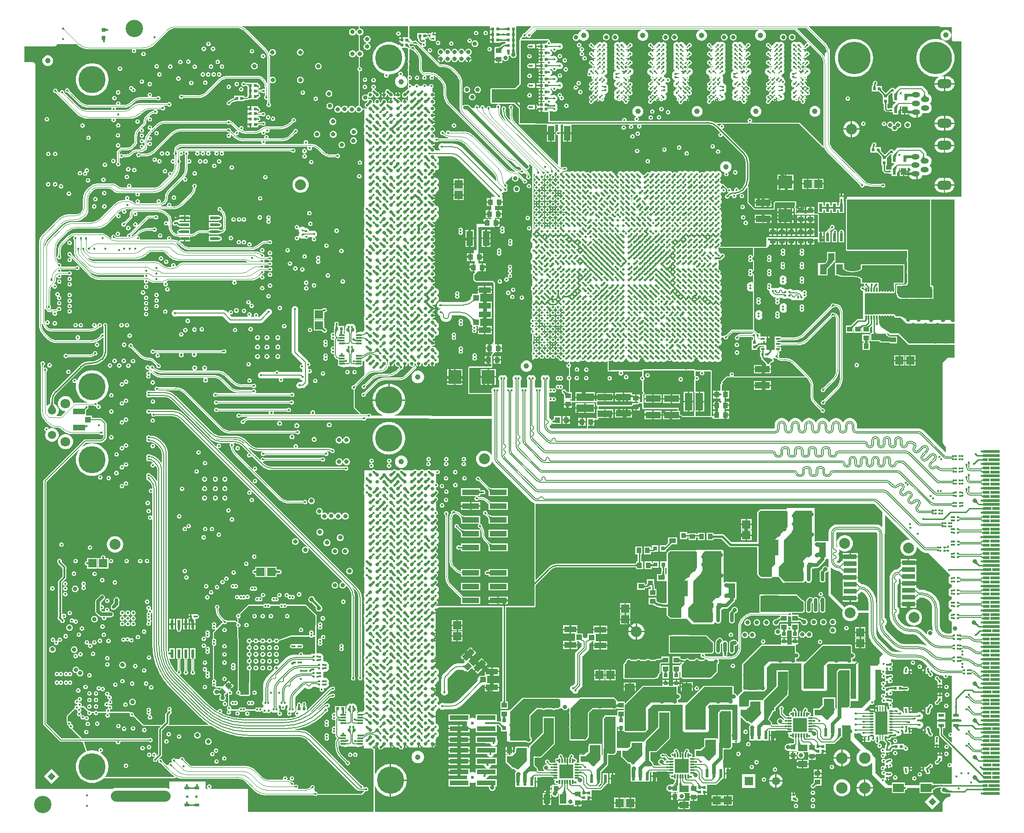
<source format=gbl>
%FSLAX44Y44*%
%MOMM*%
G71*
G01*
G75*
G04 Layer_Physical_Order=12*
G04 Layer_Color=16711680*
%ADD10C,0.2032*%
%ADD11C,0.2540*%
%ADD12C,0.4572*%
%ADD13C,0.4000*%
%ADD14C,0.3048*%
%ADD15C,0.1300*%
%ADD16C,0.1600*%
%ADD17C,0.1016*%
%ADD18C,0.1750*%
%ADD19C,0.1524*%
%ADD20C,0.1750*%
%ADD21C,0.1500*%
%ADD22C,0.3810*%
%ADD23C,0.6350*%
%ADD24C,0.4064*%
%ADD25C,0.5080*%
%ADD26C,0.5000*%
%ADD27C,0.6604*%
%ADD28C,0.1727*%
%ADD29C,0.7620*%
%ADD30R,0.4500X0.4000*%
%ADD31R,1.8000X1.1500*%
%ADD32R,0.4000X0.4500*%
%ADD33R,1.0000X0.9000*%
%ADD34R,0.9000X1.0000*%
%ADD35R,3.1800X2.0300*%
%ADD36R,1.4000X0.7600*%
%ADD37R,0.6000X0.6000*%
%ADD38R,0.6000X0.6000*%
%ADD39R,3.2000X1.4000*%
%ADD40R,0.6200X0.6200*%
%ADD41R,0.9500X1.0000*%
%ADD42R,1.1500X1.8000*%
%ADD43R,1.8000X1.1500*%
%ADD44R,2.3500X2.5000*%
%ADD45R,2.7000X1.1500*%
%ADD46R,1.1500X1.8000*%
%ADD47R,1.1500X2.7000*%
%ADD48C,1.2000*%
%ADD49R,1.7000X2.4000*%
%ADD50R,0.6000X0.6200*%
%ADD51R,0.6200X0.6200*%
%ADD52R,1.3000X1.5450*%
%ADD53R,2.1500X1.7000*%
%ADD54R,1.1500X1.4500*%
%ADD55R,1.0000X0.9500*%
%ADD56P,0.8485X4X90.0*%
%ADD57R,2.0000X4.0000*%
G04:AMPARAMS|DCode=58|XSize=0.45mm|YSize=0.4mm|CornerRadius=0mm|HoleSize=0mm|Usage=FLASHONLY|Rotation=315.000|XOffset=0mm|YOffset=0mm|HoleType=Round|Shape=Rectangle|*
%AMROTATEDRECTD58*
4,1,4,-0.3005,0.0177,-0.0177,0.3005,0.3005,-0.0177,0.0177,-0.3005,-0.3005,0.0177,0.0*
%
%ADD58ROTATEDRECTD58*%

%ADD59R,0.9500X0.9500*%
%ADD60P,6.4944X8X202.5*%
%ADD61R,1.7780X2.0320*%
%ADD62R,1.7000X0.4800*%
%ADD63R,1.2000X0.4800*%
%ADD64R,3.1000X0.4800*%
%ADD65R,1.3250X0.4800*%
%ADD66R,1.5750X0.4800*%
%ADD67R,1.0500X1.4000*%
%ADD68R,0.8000X0.6000*%
%ADD69R,1.5000X3.5000*%
%ADD70R,0.6200X0.6000*%
%ADD71R,1.0000X0.8500*%
%ADD72R,0.8500X1.0000*%
%ADD73C,1.0000*%
%ADD74P,1.4142X4X360.0*%
G04:AMPARAMS|DCode=75|XSize=0.45mm|YSize=0.4mm|CornerRadius=0mm|HoleSize=0mm|Usage=FLASHONLY|Rotation=225.000|XOffset=0mm|YOffset=0mm|HoleType=Round|Shape=Rectangle|*
%AMROTATEDRECTD75*
4,1,4,0.0177,0.3005,0.3005,0.0177,-0.0177,-0.3005,-0.3005,-0.0177,0.0177,0.3005,0.0*
%
%ADD75ROTATEDRECTD75*%

G04:AMPARAMS|DCode=76|XSize=0.45mm|YSize=0.4mm|CornerRadius=0mm|HoleSize=0mm|Usage=FLASHONLY|Rotation=80.000|XOffset=0mm|YOffset=0mm|HoleType=Round|Shape=Rectangle|*
%AMROTATEDRECTD76*
4,1,4,0.1579,-0.2563,-0.2360,-0.1868,-0.1579,0.2563,0.2360,0.1868,0.1579,-0.2563,0.0*
%
%ADD76ROTATEDRECTD76*%

G04:AMPARAMS|DCode=77|XSize=0.45mm|YSize=0.4mm|CornerRadius=0mm|HoleSize=0mm|Usage=FLASHONLY|Rotation=290.000|XOffset=0mm|YOffset=0mm|HoleType=Round|Shape=Rectangle|*
%AMROTATEDRECTD77*
4,1,4,-0.2649,0.1430,0.1110,0.2798,0.2649,-0.1430,-0.1110,-0.2798,-0.2649,0.1430,0.0*
%
%ADD77ROTATEDRECTD77*%

%ADD78R,1.9000X1.3000*%
G04:AMPARAMS|DCode=79|XSize=1mm|YSize=0.95mm|CornerRadius=0mm|HoleSize=0mm|Usage=FLASHONLY|Rotation=135.000|XOffset=0mm|YOffset=0mm|HoleType=Round|Shape=Rectangle|*
%AMROTATEDRECTD79*
4,1,4,0.6894,-0.0177,0.0177,-0.6894,-0.6894,0.0177,-0.0177,0.6894,0.6894,-0.0177,0.0*
%
%ADD79ROTATEDRECTD79*%

%ADD80R,0.9500X1.0000*%
%ADD81R,2.0300X3.1800*%
%ADD82R,0.7600X1.4000*%
%ADD83P,0.8485X4X360.0*%
G04:AMPARAMS|DCode=84|XSize=0.95mm|YSize=1mm|CornerRadius=0mm|HoleSize=0mm|Usage=FLASHONLY|Rotation=315.000|XOffset=0mm|YOffset=0mm|HoleType=Round|Shape=Rectangle|*
%AMROTATEDRECTD84*
4,1,4,-0.6894,-0.0177,0.0177,0.6894,0.6894,0.0177,-0.0177,-0.6894,-0.6894,-0.0177,0.0*
%
%ADD84ROTATEDRECTD84*%

%ADD85R,0.6000X0.8000*%
G04:AMPARAMS|DCode=86|XSize=0.95mm|YSize=1mm|CornerRadius=0mm|HoleSize=0mm|Usage=FLASHONLY|Rotation=225.000|XOffset=0mm|YOffset=0mm|HoleType=Round|Shape=Rectangle|*
%AMROTATEDRECTD86*
4,1,4,-0.0177,0.6894,0.6894,-0.0177,0.0177,-0.6894,-0.6894,0.0177,-0.0177,0.6894,0.0*
%
%ADD86ROTATEDRECTD86*%

%ADD87R,3.3500X3.3500*%
%ADD88O,0.3000X1.0500*%
%ADD89O,1.0500X0.3000*%
%ADD90R,1.2700X0.9144*%
%ADD91R,0.9144X0.9144*%
%ADD92R,1.7780X0.4064*%
%ADD93R,0.3000X1.0000*%
%ADD94R,3.4000X1.6000*%
%ADD95R,1.6000X3.4000*%
%ADD96R,0.6500X0.5000*%
%ADD97R,0.8000X1.0000*%
%ADD98O,1.5000X0.2700*%
%ADD99R,1.5000X0.2700*%
%ADD100R,1.3000X1.0000*%
%ADD101R,1.3000X0.6000*%
%ADD102R,0.9144X1.2700*%
%ADD103R,0.9144X0.9144*%
%ADD104O,0.6096X2.0320*%
%ADD105R,0.3000X0.8500*%
%ADD106R,2.5000X1.7500*%
%ADD107R,2.3000X4.3000*%
%ADD108O,0.3000X0.8000*%
%ADD109O,0.8000X0.3000*%
%ADD110O,1.5500X0.4500*%
%ADD111R,0.4500X0.3000*%
%ADD112R,1.5000X0.4500*%
%ADD113R,0.7620X0.7620*%
%ADD114R,0.6000X1.0500*%
%ADD115O,1.0000X0.3000*%
%ADD116R,1.0000X0.3000*%
%ADD117R,0.7000X0.2500*%
%ADD118R,0.2500X0.7000*%
%ADD119R,4.2000X4.2000*%
G04:AMPARAMS|DCode=120|XSize=0.6mm|YSize=1.55mm|CornerRadius=0mm|HoleSize=0mm|Usage=FLASHONLY|Rotation=225.000|XOffset=0mm|YOffset=0mm|HoleType=Round|Shape=Rectangle|*
%AMROTATEDRECTD120*
4,1,4,-0.3359,0.7601,0.7601,-0.3359,0.3359,-0.7601,-0.7601,0.3359,-0.3359,0.7601,0.0*
%
%ADD120ROTATEDRECTD120*%

%ADD121R,4.8000X5.1600*%
%ADD122R,0.5500X1.0000*%
%ADD123R,6.5000X6.5000*%
%ADD124R,1.5000X0.3000*%
%ADD125R,0.3000X1.5000*%
%ADD126O,0.3000X1.5000*%
%ADD127R,0.6500X1.0500*%
%ADD128O,2.0320X0.6096*%
%ADD129R,1.0500X0.6000*%
%ADD130R,1.0160X0.2500*%
%ADD131R,0.2500X1.0160*%
%ADD132O,0.2500X1.0160*%
%ADD133R,2.0000X0.6000*%
%ADD134R,0.7620X0.7620*%
%ADD135O,0.9000X0.3000*%
%ADD136O,0.3000X0.9000*%
%ADD137R,3.5500X3.5500*%
%ADD138R,1.1000X0.6000*%
%ADD139R,0.4500X1.5000*%
%ADD140R,1.8000X2.0000*%
%ADD141O,1.5000X0.3000*%
%ADD142R,0.7000X0.8000*%
%ADD143R,0.4000X0.4000*%
%ADD144R,1.4500X1.1500*%
%ADD145R,4.8000X6.4000*%
%ADD146R,1.5000X1.5000*%
%ADD147R,1.5000X1.5000*%
%ADD148P,2.1213X4X180.0*%
%ADD149C,0.5000*%
%ADD150R,1.2500X1.3500*%
%ADD151R,1.1000X0.9000*%
%ADD152C,0.1270*%
%ADD153C,1.0000*%
%ADD154C,0.3556*%
%ADD155C,0.1778*%
%ADD156R,0.2500X1.1500*%
%ADD157C,2.0000*%
%ADD158C,5.0000*%
%ADD159C,1.5000*%
%ADD160C,1.8000*%
%ADD161C,6.0000*%
%ADD162C,3.2000*%
%ADD163O,11.0000X2.0000*%
%ADD164C,0.8000*%
%ADD165O,2.7000X1.7000*%
%ADD166O,1.5000X1.0000*%
%ADD167C,0.6000*%
%ADD168C,2.1000*%
%ADD169C,0.4000*%
%ADD170C,0.4500*%
%ADD171C,0.4572*%
%ADD172C,0.1300*%
%ADD173C,0.1650*%
%ADD174R,2.0000X0.4800*%
%ADD175R,0.9000X0.4800*%
%ADD176R,1.8500X3.4000*%
%ADD177R,1.4000X3.2000*%
%ADD178R,0.9500X0.9500*%
%ADD179R,2.5000X2.3500*%
%ADD180R,2.0000X1.5000*%
%ADD181R,2.7900X2.9200*%
%ADD182R,7.6200X3.1800*%
%ADD183R,1.2500X1.8500*%
%ADD184R,0.9500X0.5500*%
%ADD185P,1.4142X4X270.0*%
%ADD186R,2.5500X2.5500*%
G04:AMPARAMS|DCode=187|XSize=1.1mm|YSize=2.2mm|CornerRadius=0mm|HoleSize=0mm|Usage=FLASHONLY|Rotation=135.000|XOffset=0mm|YOffset=0mm|HoleType=Round|Shape=Rectangle|*
%AMROTATEDRECTD187*
4,1,4,1.1667,0.3889,-0.3889,-1.1667,-1.1667,-0.3889,0.3889,1.1667,1.1667,0.3889,0.0*
%
%ADD187ROTATEDRECTD187*%

G04:AMPARAMS|DCode=188|XSize=1mm|YSize=1.1mm|CornerRadius=0mm|HoleSize=0mm|Usage=FLASHONLY|Rotation=135.000|XOffset=0mm|YOffset=0mm|HoleType=Round|Shape=Rectangle|*
%AMROTATEDRECTD188*
4,1,4,0.7425,0.0354,-0.0354,-0.7425,-0.7425,-0.0354,0.0354,0.7425,0.7425,0.0354,0.0*
%
%ADD188ROTATEDRECTD188*%

%ADD189R,2.2000X1.1000*%
%ADD190R,1.1000X1.0000*%
%ADD191R,3.1500X1.0200*%
%ADD192C,0.3048*%
%ADD193R,1.5000X2.3000*%
%ADD194R,0.7000X0.3500*%
%ADD195C,0.6400*%
%ADD196R,0.6000X1.5500*%
%ADD197O,0.3000X0.9000*%
%ADD198R,5.4800X3.2400*%
%ADD199R,1.5500X0.6000*%
%ADD200R,3.5000X0.9000*%
%ADD201R,2.4000X0.9000*%
%ADD202R,1.0000X1.3000*%
%ADD203R,0.6000X1.3000*%
G36*
X1562422Y267708D02*
X1564779Y267107D01*
X1567172Y266675D01*
X1569590Y266415D01*
X1572021Y266328D01*
Y266333D01*
X1608736D01*
X1608860Y266342D01*
X1610672Y266253D01*
X1612589Y265969D01*
X1614469Y265498D01*
X1616294Y264845D01*
X1618046Y264017D01*
X1619708Y263020D01*
X1621265Y261866D01*
X1622609Y260648D01*
X1622689Y260553D01*
X1628507Y254735D01*
X1628313Y253959D01*
X1627935Y253844D01*
X1627230Y253467D01*
X1626612Y252960D01*
X1626105Y252342D01*
X1625728Y251638D01*
X1625497Y250873D01*
X1625418Y250077D01*
X1625497Y249282D01*
X1625529Y249175D01*
X1625052Y248532D01*
X1624750D01*
Y244500D01*
Y240468D01*
X1629840D01*
X1629853Y240455D01*
X1630165Y240048D01*
X1630390Y239505D01*
X1630444Y239091D01*
X1630428Y238923D01*
X1630506Y238127D01*
X1630738Y237362D01*
X1631115Y236657D01*
X1631622Y236040D01*
X1632240Y235533D01*
X1632945Y235156D01*
X1633709Y234924D01*
X1634505Y234846D01*
X1635300Y234924D01*
X1636065Y235156D01*
X1636770Y235533D01*
X1637388Y236040D01*
X1637895Y236657D01*
X1638271Y237362D01*
X1638504Y238127D01*
X1638582Y238923D01*
X1638504Y239718D01*
X1638271Y240483D01*
X1637895Y241188D01*
X1637658Y241476D01*
X1637570Y241765D01*
X1637264Y242339D01*
X1636851Y242841D01*
X1636851Y242841D01*
X1634782Y244910D01*
Y247415D01*
X1635521Y247721D01*
X1637012Y246230D01*
X1637008Y246225D01*
X1638799Y244569D01*
X1640716Y243059D01*
X1642744Y241703D01*
X1644873Y240511D01*
X1647089Y239489D01*
X1649378Y238645D01*
X1651726Y237983D01*
X1654119Y237507D01*
X1656542Y237220D01*
X1657406Y237186D01*
X1657931Y236583D01*
X1657923Y236500D01*
X1658001Y235705D01*
X1658233Y234940D01*
X1658610Y234235D01*
X1659117Y233617D01*
X1659735Y233110D01*
X1660440Y232733D01*
X1661205Y232501D01*
X1662000Y232423D01*
X1662795Y232501D01*
X1663560Y232733D01*
X1664265Y233110D01*
X1664883Y233617D01*
X1665390Y234235D01*
X1665767Y234940D01*
X1665999Y235705D01*
X1666077Y236500D01*
X1666073Y236538D01*
X1666611Y237131D01*
X1673000D01*
Y156000D01*
X1681000D01*
Y153500D01*
X1673000D01*
Y132631D01*
X1672357Y132154D01*
X1672045Y132249D01*
X1671250Y132327D01*
X1670455Y132249D01*
X1669690Y132017D01*
X1668985Y131640D01*
X1668367Y131133D01*
X1667860Y130515D01*
X1667483Y129810D01*
X1667251Y129045D01*
X1667173Y128250D01*
X1667251Y127455D01*
X1667483Y126690D01*
X1667860Y125985D01*
X1668367Y125367D01*
X1668985Y124860D01*
X1669690Y124483D01*
X1670455Y124251D01*
X1671250Y124173D01*
X1672045Y124251D01*
X1672357Y124346D01*
X1673000Y123869D01*
Y114988D01*
X1672261Y114682D01*
X1657318Y129624D01*
Y140218D01*
X1661282D01*
Y149718D01*
X1661282D01*
Y153500D01*
X1646718D01*
Y150282D01*
X1646718D01*
Y140218D01*
X1650682D01*
Y128250D01*
X1650746Y127603D01*
X1650935Y126980D01*
X1651241Y126407D01*
X1651654Y125904D01*
X1672740Y104817D01*
X1672751Y104705D01*
X1672983Y103940D01*
X1673000Y103909D01*
Y75889D01*
X1672778Y75707D01*
X1672277Y75470D01*
X1671765Y75890D01*
X1671060Y76267D01*
X1670295Y76499D01*
X1669500Y76577D01*
X1668705Y76499D01*
X1667940Y76267D01*
X1667235Y75890D01*
X1666617Y75383D01*
X1666110Y74765D01*
X1665733Y74060D01*
X1665501Y73295D01*
X1665423Y72500D01*
X1665501Y71705D01*
X1665733Y70940D01*
X1666110Y70235D01*
X1666617Y69617D01*
X1667235Y69110D01*
X1667940Y68733D01*
X1668705Y68501D01*
X1669500Y68423D01*
X1670295Y68501D01*
X1671060Y68733D01*
X1671765Y69110D01*
X1672277Y69530D01*
X1672778Y69293D01*
X1673000Y69111D01*
Y38318D01*
X1654051D01*
Y38327D01*
X1653812Y38318D01*
X1647919D01*
Y38323D01*
X1647800Y38318D01*
X1641787D01*
Y38327D01*
X1641606Y38318D01*
X1638282D01*
Y40282D01*
X1614218D01*
Y35500D01*
X1587282D01*
Y40282D01*
X1563218D01*
Y35500D01*
X1556237D01*
X1549666Y41907D01*
X1550140Y42485D01*
X1550517Y43190D01*
X1550749Y43955D01*
X1550824Y44718D01*
X1552750D01*
Y49000D01*
X1554000D01*
Y50250D01*
X1558032D01*
Y51685D01*
X1558675Y52162D01*
X1559205Y52001D01*
X1560000Y51923D01*
X1560795Y52001D01*
X1561560Y52233D01*
X1562265Y52610D01*
X1562883Y53117D01*
X1563390Y53735D01*
X1563767Y54440D01*
X1563999Y55205D01*
X1564077Y56000D01*
X1563999Y56795D01*
X1563767Y57560D01*
X1563390Y58265D01*
X1562883Y58883D01*
X1562265Y59390D01*
X1561560Y59767D01*
X1560795Y59999D01*
X1560000Y60077D01*
X1559205Y59999D01*
X1558440Y59767D01*
X1558032Y60282D01*
Y60282D01*
X1551264D01*
X1551140Y60515D01*
X1550633Y61133D01*
X1550015Y61640D01*
X1549310Y62017D01*
X1548545Y62249D01*
X1547750Y62327D01*
X1546955Y62249D01*
X1546190Y62017D01*
X1545485Y61640D01*
X1544867Y61133D01*
X1544360Y60515D01*
X1543983Y59810D01*
X1543751Y59045D01*
X1543673Y58250D01*
X1543751Y57455D01*
X1543983Y56690D01*
X1544360Y55985D01*
X1544867Y55367D01*
X1545485Y54860D01*
X1546190Y54483D01*
X1546955Y54251D01*
X1547750Y54173D01*
X1548545Y54251D01*
X1549310Y54483D01*
X1549968Y54089D01*
Y51718D01*
Y48294D01*
X1549245Y47951D01*
X1549015Y48140D01*
X1548310Y48517D01*
X1547545Y48749D01*
X1546750Y48827D01*
X1545954Y48749D01*
X1545190Y48517D01*
X1544485Y48140D01*
X1543867Y47633D01*
X1543797Y47629D01*
X1532500Y58644D01*
Y85500D01*
X1528219Y89781D01*
X1527903Y90877D01*
X1527237Y92486D01*
X1526395Y94010D01*
X1525388Y95429D01*
X1524227Y96727D01*
X1522929Y97887D01*
X1521510Y98895D01*
X1519986Y99737D01*
X1518377Y100403D01*
X1517281Y100719D01*
X1510500Y107500D01*
X1493753Y124247D01*
X1493751Y130831D01*
X1494449Y131223D01*
X1494457Y131218D01*
X1495301Y130868D01*
X1496188Y130655D01*
X1497099Y130583D01*
X1498009Y130655D01*
X1498896Y130868D01*
X1499740Y131218D01*
X1500090Y131432D01*
X1505496D01*
X1505504Y131340D01*
X1505717Y130452D01*
X1506066Y129609D01*
X1506543Y128830D01*
X1507136Y128136D01*
X1507594Y127745D01*
X1507985Y127288D01*
X1508679Y126695D01*
X1509457Y126218D01*
X1510301Y125868D01*
X1511188Y125655D01*
X1512099Y125583D01*
X1513009Y125655D01*
X1513896Y125868D01*
X1514740Y126218D01*
X1515090Y126432D01*
X1516171D01*
X1516582Y125746D01*
X1516483Y125560D01*
X1516251Y124795D01*
X1516173Y124000D01*
X1516185Y123875D01*
X1515648Y123282D01*
X1514500D01*
Y119250D01*
Y115218D01*
X1524532D01*
Y118197D01*
X1525285Y118467D01*
X1525367Y118367D01*
X1525985Y117860D01*
X1526690Y117483D01*
X1527455Y117251D01*
X1528250Y117173D01*
X1529045Y117251D01*
X1529810Y117483D01*
X1530515Y117860D01*
X1531133Y118367D01*
X1531640Y118985D01*
X1531950Y119565D01*
X1532735Y119409D01*
X1532769Y119058D01*
X1532932Y118520D01*
Y118353D01*
X1532860Y118265D01*
X1532483Y117560D01*
X1532251Y116795D01*
X1532173Y116000D01*
X1532251Y115205D01*
X1532483Y114440D01*
X1532860Y113735D01*
X1533367Y113117D01*
X1533985Y112610D01*
X1534690Y112233D01*
X1535455Y112001D01*
X1536250Y111923D01*
X1537045Y112001D01*
X1537669Y112190D01*
X1538046Y111485D01*
X1537617Y111133D01*
X1537110Y110515D01*
X1536733Y109810D01*
X1536501Y109045D01*
X1536423Y108250D01*
X1536501Y107455D01*
X1536733Y106690D01*
X1537110Y105985D01*
X1537617Y105367D01*
X1538235Y104860D01*
X1538940Y104483D01*
X1539705Y104251D01*
X1540500Y104173D01*
X1541295Y104251D01*
X1542060Y104483D01*
X1542765Y104860D01*
X1543383Y105367D01*
X1543890Y105985D01*
X1544267Y106690D01*
X1544499Y107455D01*
X1544577Y108250D01*
X1544499Y109045D01*
X1544267Y109810D01*
X1543890Y110515D01*
X1543383Y111133D01*
X1542765Y111640D01*
X1542060Y112017D01*
X1541295Y112249D01*
X1540500Y112327D01*
X1539705Y112249D01*
X1539081Y112060D01*
X1538704Y112765D01*
X1539133Y113117D01*
X1539640Y113735D01*
X1540017Y114440D01*
X1540249Y115205D01*
X1540327Y116000D01*
X1540712Y116425D01*
X1542500D01*
X1543037Y116496D01*
X1543537Y116703D01*
X1543750Y116866D01*
X1543962Y116703D01*
X1544463Y116495D01*
X1545000Y116425D01*
X1547500D01*
X1548037Y116495D01*
X1548479Y116679D01*
X1548491Y116657D01*
X1548904Y116154D01*
X1550133Y114925D01*
X1550177Y114874D01*
X1550180Y114877D01*
X1551932Y113126D01*
Y110739D01*
X1551929Y110700D01*
X1551932D01*
Y110374D01*
X1551654Y110096D01*
X1551241Y109593D01*
X1550935Y109020D01*
X1550746Y108397D01*
X1550682Y107750D01*
Y105282D01*
X1549968D01*
Y103113D01*
X1549897Y103055D01*
X1549245Y102746D01*
X1548765Y103140D01*
X1548060Y103517D01*
X1547295Y103749D01*
X1546500Y103827D01*
X1545705Y103749D01*
X1544940Y103517D01*
X1544235Y103140D01*
X1543617Y102633D01*
X1543110Y102015D01*
X1542733Y101310D01*
X1542501Y100545D01*
X1542423Y99750D01*
X1542501Y98955D01*
X1542733Y98190D01*
X1543110Y97485D01*
X1543617Y96867D01*
X1544235Y96360D01*
X1544940Y95983D01*
X1545705Y95751D01*
X1546500Y95673D01*
X1547295Y95751D01*
X1548060Y95983D01*
X1548765Y96360D01*
X1549245Y96754D01*
X1549897Y96445D01*
X1549968Y96387D01*
Y93294D01*
X1549245Y92951D01*
X1549015Y93140D01*
X1548310Y93517D01*
X1547545Y93749D01*
X1546750Y93827D01*
X1545955Y93749D01*
X1545190Y93517D01*
X1544485Y93140D01*
X1543867Y92633D01*
X1543360Y92015D01*
X1542983Y91310D01*
X1542751Y90545D01*
X1542673Y89750D01*
X1542751Y88955D01*
X1542983Y88190D01*
X1543360Y87485D01*
X1543867Y86867D01*
X1544485Y86360D01*
X1545190Y85983D01*
X1545955Y85751D01*
X1546750Y85673D01*
X1547545Y85751D01*
X1548310Y85983D01*
X1549015Y86360D01*
X1549633Y86867D01*
X1550140Y87485D01*
X1550517Y88190D01*
X1550749Y88955D01*
X1550824Y89718D01*
X1552750D01*
Y94000D01*
X1554000D01*
Y95250D01*
X1558032D01*
Y96685D01*
X1558675Y97162D01*
X1559205Y97001D01*
X1560000Y96923D01*
X1560795Y97001D01*
X1561560Y97233D01*
X1562265Y97610D01*
X1562883Y98117D01*
X1563390Y98735D01*
X1563767Y99440D01*
X1563999Y100205D01*
X1564077Y101000D01*
X1564052Y101249D01*
X1565229Y102426D01*
X1565968Y102119D01*
Y101468D01*
X1585032D01*
X1585032Y101468D01*
Y101468D01*
X1585216Y101495D01*
X1585233Y101440D01*
X1585610Y100735D01*
X1586117Y100117D01*
X1586735Y99610D01*
X1587440Y99233D01*
X1588205Y99001D01*
X1589000Y98923D01*
X1589795Y99001D01*
X1590560Y99233D01*
X1591265Y99610D01*
X1591883Y100117D01*
X1592390Y100735D01*
X1592767Y101440D01*
X1592999Y102205D01*
X1593077Y103000D01*
X1592999Y103795D01*
X1592767Y104560D01*
X1592390Y105265D01*
X1591883Y105883D01*
X1591265Y106390D01*
X1590659Y106714D01*
X1589062Y108312D01*
X1588531Y108719D01*
X1587913Y108975D01*
X1587250Y109062D01*
X1585032D01*
Y111532D01*
X1565968D01*
Y110073D01*
X1564250D01*
X1564250Y110073D01*
X1563553Y110005D01*
X1562883Y109801D01*
X1562265Y109471D01*
X1561730Y110122D01*
X1561767Y110190D01*
X1561999Y110955D01*
X1562077Y111750D01*
X1561999Y112545D01*
X1561767Y113310D01*
X1561390Y114015D01*
X1560944Y114558D01*
X1560865Y114819D01*
X1560558Y115392D01*
X1560146Y115895D01*
X1559643Y116308D01*
X1559070Y116614D01*
X1558447Y116803D01*
X1557800Y116867D01*
X1557596Y116847D01*
X1555000Y119443D01*
X1555199Y119924D01*
X1555975Y120118D01*
X1555985Y120110D01*
X1556690Y119733D01*
X1557455Y119501D01*
X1558250Y119423D01*
X1559045Y119501D01*
X1559810Y119733D01*
X1560515Y120110D01*
X1561133Y120617D01*
X1561640Y121235D01*
X1562017Y121940D01*
X1562249Y122705D01*
X1562327Y123500D01*
X1562393Y123701D01*
D01*
X1562393Y123701D01*
X1563750D01*
X1564442Y123769D01*
X1564980Y123932D01*
X1565488D01*
Y123924D01*
X1565586Y123932D01*
X1568320D01*
X1568684Y123968D01*
X1569077Y123929D01*
X1569872Y124008D01*
X1570637Y124240D01*
X1571342Y124616D01*
X1571960Y125123D01*
X1572466Y125741D01*
X1572843Y126446D01*
X1572879Y126564D01*
X1573202Y126717D01*
X1574090Y126504D01*
X1575000Y126432D01*
X1575910Y126504D01*
X1576798Y126717D01*
X1577641Y127066D01*
X1578420Y127543D01*
X1579114Y128136D01*
X1579707Y128830D01*
X1580184Y129609D01*
X1580533Y130452D01*
X1580746Y131340D01*
X1580815Y132217D01*
X1581007Y133016D01*
X1581079Y133926D01*
X1581007Y134836D01*
X1580905Y135263D01*
X1581424Y135871D01*
X1581902Y135834D01*
X1582812Y135905D01*
X1583590Y136092D01*
X1584218Y135597D01*
Y130468D01*
X1594250D01*
Y134500D01*
Y138532D01*
X1592568D01*
Y140647D01*
X1592640Y140735D01*
X1593013Y141432D01*
X1609199D01*
X1609378Y141396D01*
X1609538Y141287D01*
X1609538Y141288D01*
X1610232Y140695D01*
X1611010Y140218D01*
X1611854Y139868D01*
X1612741Y139655D01*
X1613651Y139584D01*
X1614562Y139655D01*
X1615449Y139868D01*
X1616293Y140218D01*
X1617071Y140695D01*
X1617765Y141288D01*
X1618156Y141745D01*
X1618614Y142136D01*
X1618614Y142136D01*
X1619364Y142886D01*
X1619957Y143580D01*
X1620434Y144359D01*
X1620783Y145202D01*
X1620996Y146090D01*
X1621068Y147000D01*
X1620996Y147910D01*
X1620783Y148798D01*
X1620434Y149641D01*
X1619957Y150420D01*
X1619364Y151114D01*
X1618670Y151707D01*
X1617891Y152184D01*
X1617048Y152533D01*
X1616160Y152746D01*
X1615250Y152818D01*
X1615177Y152812D01*
X1614410Y152996D01*
X1613500Y153068D01*
X1609511D01*
X1609205Y153733D01*
X1609207Y153830D01*
X1609684Y154609D01*
X1610033Y155452D01*
X1610246Y156340D01*
X1610253Y156432D01*
X1612448D01*
Y156431D01*
X1612472Y156432D01*
X1614500D01*
X1615410Y156504D01*
X1616298Y156717D01*
X1617141Y157066D01*
X1617920Y157543D01*
X1618614Y158136D01*
X1619207Y158830D01*
X1619684Y159609D01*
X1620033Y160452D01*
X1620196Y161129D01*
X1620316Y161419D01*
X1620529Y162307D01*
X1620601Y163217D01*
X1620529Y164127D01*
X1620316Y165015D01*
X1619967Y165858D01*
X1619490Y166637D01*
X1618897Y167331D01*
X1618286Y167852D01*
X1617765Y168462D01*
X1617071Y169055D01*
X1616293Y169532D01*
X1615449Y169882D01*
X1614562Y170095D01*
X1613651Y170166D01*
X1612741Y170095D01*
X1611854Y169882D01*
X1611010Y169532D01*
X1610232Y169055D01*
X1609538Y168462D01*
Y168463D01*
X1609537Y168457D01*
X1609261Y168245D01*
X1608935Y168110D01*
X1608616Y168068D01*
X1593854D01*
X1593377Y168711D01*
X1593504Y169127D01*
X1593582Y169923D01*
X1593504Y170718D01*
X1593471Y170825D01*
X1593947Y171468D01*
X1594250D01*
Y175500D01*
Y179532D01*
X1591218D01*
Y179532D01*
X1584218D01*
Y171468D01*
X1585182D01*
Y170927D01*
X1585246Y170280D01*
X1585435Y169657D01*
X1585458Y169613D01*
X1585506Y169127D01*
X1585632Y168711D01*
X1585156Y168068D01*
X1584004D01*
X1583996Y168160D01*
X1583783Y169048D01*
X1583434Y169891D01*
X1582957Y170670D01*
X1582364Y171364D01*
X1581906Y171755D01*
X1581515Y172212D01*
X1580821Y172805D01*
X1580043Y173282D01*
X1579199Y173632D01*
X1578312Y173845D01*
X1577401Y173916D01*
X1577071Y173890D01*
X1577033Y174048D01*
X1576684Y174891D01*
X1576207Y175670D01*
X1575614Y176364D01*
X1575156Y176755D01*
X1574765Y177212D01*
X1574071Y177805D01*
X1573293Y178282D01*
X1572449Y178632D01*
X1571562Y178845D01*
X1570652Y178916D01*
X1569741Y178845D01*
X1568854Y178632D01*
X1568010Y178282D01*
X1567660Y178068D01*
X1566550D01*
X1566043Y178278D01*
X1565155Y178491D01*
X1564245Y178563D01*
X1563335Y178491D01*
X1563201Y178459D01*
X1562845Y179176D01*
X1563383Y179617D01*
X1563890Y180235D01*
X1564267Y180940D01*
X1564499Y181705D01*
X1564577Y182500D01*
X1564499Y183295D01*
X1564267Y184060D01*
X1563890Y184765D01*
X1563383Y185383D01*
X1562765Y185890D01*
X1562060Y186267D01*
X1561569Y186416D01*
X1561647Y187212D01*
X1562045Y187251D01*
X1562810Y187483D01*
X1563515Y187860D01*
X1564133Y188367D01*
X1564640Y188985D01*
X1565017Y189690D01*
X1565249Y190455D01*
X1565327Y191250D01*
X1565249Y192045D01*
X1565017Y192810D01*
X1564640Y193515D01*
X1564133Y194133D01*
X1563515Y194640D01*
X1562810Y195017D01*
X1562045Y195249D01*
X1561821Y195271D01*
X1561270Y195565D01*
X1560647Y195754D01*
X1560000Y195818D01*
X1558532D01*
Y196782D01*
X1550544D01*
X1550202Y197505D01*
X1550390Y197735D01*
X1550767Y198440D01*
X1550999Y199205D01*
X1551025Y199468D01*
X1558282D01*
Y200839D01*
X1558940Y201233D01*
X1559705Y201001D01*
X1560500Y200923D01*
X1561295Y201001D01*
X1562060Y201233D01*
X1562765Y201610D01*
X1563383Y202117D01*
X1563890Y202735D01*
X1564267Y203440D01*
X1564499Y204205D01*
X1564577Y205000D01*
X1564499Y205795D01*
X1564267Y206560D01*
X1563890Y207265D01*
X1563383Y207883D01*
X1562765Y208390D01*
X1562060Y208767D01*
X1561569Y208916D01*
X1561647Y209712D01*
X1562045Y209751D01*
X1562810Y209983D01*
X1563172Y210177D01*
X1564218D01*
Y208718D01*
X1583282D01*
Y209528D01*
X1588435D01*
X1588797Y209334D01*
X1589562Y209102D01*
X1590358Y209024D01*
X1591153Y209102D01*
X1591918Y209334D01*
X1592623Y209711D01*
X1593241Y210218D01*
X1593748Y210836D01*
X1594124Y211541D01*
X1594356Y212306D01*
X1594435Y213101D01*
X1594356Y213896D01*
X1594124Y214661D01*
X1593748Y215366D01*
X1593241Y215984D01*
X1592623Y216491D01*
X1591918Y216868D01*
X1591153Y217100D01*
X1590358Y217178D01*
X1589562Y217100D01*
X1588797Y216868D01*
X1588435Y216674D01*
X1583282D01*
Y218782D01*
X1564218D01*
Y217323D01*
X1563172D01*
X1562810Y217517D01*
X1562045Y217749D01*
X1561250Y217827D01*
X1560455Y217749D01*
X1559690Y217517D01*
X1558985Y217140D01*
X1558897Y217068D01*
X1557250D01*
X1556695Y217013D01*
X1556141Y217068D01*
Y217075D01*
X1554966Y216983D01*
X1553821Y216708D01*
X1552733Y216257D01*
X1551933Y215767D01*
X1551161Y215976D01*
X1551140Y216015D01*
X1550633Y216633D01*
X1550015Y217140D01*
X1549310Y217517D01*
X1548545Y217749D01*
X1548147Y217788D01*
X1548069Y218584D01*
X1548560Y218733D01*
X1549265Y219110D01*
X1549883Y219617D01*
X1550390Y220235D01*
X1550767Y220940D01*
X1550999Y221705D01*
X1551025Y221968D01*
X1558282D01*
Y223339D01*
X1558940Y223733D01*
X1559705Y223501D01*
X1560500Y223423D01*
X1561295Y223501D01*
X1562060Y223733D01*
X1562765Y224110D01*
X1563383Y224617D01*
X1563890Y225235D01*
X1564267Y225940D01*
X1564499Y226705D01*
X1564577Y227500D01*
X1564499Y228295D01*
X1564267Y229060D01*
X1563890Y229765D01*
X1563383Y230383D01*
X1562765Y230890D01*
X1562060Y231267D01*
X1561569Y231416D01*
X1561647Y232212D01*
X1562045Y232251D01*
X1562810Y232483D01*
X1563515Y232860D01*
X1564133Y233367D01*
X1564640Y233985D01*
X1565017Y234690D01*
X1565249Y235455D01*
X1565327Y236250D01*
X1565249Y237045D01*
X1565017Y237810D01*
X1564640Y238515D01*
X1564133Y239133D01*
X1563515Y239640D01*
X1562810Y240017D01*
X1562045Y240249D01*
X1561250Y240327D01*
X1560455Y240249D01*
X1559690Y240017D01*
X1558985Y239640D01*
X1558897Y239568D01*
X1557250D01*
X1557250Y239568D01*
X1556695Y239513D01*
X1556141Y239568D01*
Y239575D01*
X1554966Y239483D01*
X1553821Y239208D01*
X1553447Y239053D01*
X1551081Y241419D01*
Y245281D01*
X1551081D01*
Y245420D01*
X1551577Y245968D01*
X1558282D01*
Y245968D01*
X1558826Y246294D01*
X1558940Y246233D01*
X1559705Y246001D01*
X1560500Y245923D01*
X1561295Y246001D01*
X1562060Y246233D01*
X1562765Y246610D01*
X1563383Y247117D01*
X1563890Y247735D01*
X1564267Y248440D01*
X1564499Y249205D01*
X1564577Y250000D01*
X1564499Y250795D01*
X1564267Y251560D01*
X1563890Y252265D01*
X1563383Y252883D01*
X1562765Y253390D01*
X1562060Y253767D01*
X1561965Y253796D01*
X1561848Y254015D01*
X1561731Y254604D01*
D01*
X1562045Y254751D01*
D01*
X1562810Y254983D01*
X1563515Y255360D01*
X1564133Y255867D01*
X1564640Y256485D01*
X1565017Y257190D01*
X1565249Y257955D01*
X1565327Y258750D01*
X1565249Y259545D01*
X1565017Y260310D01*
X1564640Y261015D01*
X1564133Y261633D01*
X1563515Y262140D01*
X1562810Y262517D01*
X1562045Y262749D01*
X1561250Y262827D01*
Y267415D01*
X1561899Y267882D01*
X1562422Y267708D01*
D02*
G37*
G36*
X1279250Y118750D02*
X1269750D01*
X1269282Y119218D01*
Y172328D01*
Y174032D01*
X1246718D01*
Y172653D01*
X1244033Y169967D01*
X1243703Y169538D01*
X1243562Y169197D01*
Y122910D01*
X1243425Y122773D01*
Y121250D01*
X1241400D01*
Y121750D01*
X1230400D01*
Y121522D01*
X1228700D01*
Y121750D01*
X1217700D01*
Y119730D01*
X1217564Y119403D01*
X1217478Y118750D01*
Y107794D01*
X1215021Y105337D01*
X1214824Y105419D01*
X1212395Y103218D01*
X1212250Y103000D01*
X1212152Y102997D01*
X1210960Y101917D01*
X1210529Y101271D01*
X1202750D01*
X1202586Y101250D01*
X1200250D01*
Y98914D01*
X1200229Y98750D01*
Y90250D01*
X1200250Y90086D01*
Y87541D01*
X1199607Y87065D01*
X1199204Y87187D01*
X1198512Y87255D01*
X1195172D01*
X1194902Y88009D01*
X1194969Y88064D01*
X1195476Y88681D01*
X1195853Y89386D01*
X1196085Y90151D01*
X1196163Y90947D01*
X1196085Y91742D01*
X1195853Y92507D01*
X1195476Y93212D01*
X1194969Y93829D01*
X1194351Y94337D01*
X1193647Y94713D01*
X1192882Y94945D01*
X1192086Y95024D01*
X1191811Y94997D01*
X1191791Y95064D01*
X1191463Y95678D01*
X1191021Y96216D01*
X1190483Y96657D01*
X1189870Y96985D01*
X1189787Y97184D01*
X1189790Y97190D01*
X1190022Y97955D01*
X1190100Y98750D01*
X1190022Y99545D01*
X1189790Y100310D01*
X1189413Y101015D01*
X1188906Y101633D01*
X1188288Y102140D01*
X1187584Y102517D01*
X1186819Y102749D01*
X1186023Y102827D01*
X1185228Y102749D01*
X1184463Y102517D01*
X1183758Y102140D01*
X1183140Y101633D01*
X1182634Y101015D01*
X1182257Y100310D01*
X1182025Y99545D01*
X1181946Y98750D01*
X1181960Y98611D01*
X1181901Y98316D01*
X1181687Y97995D01*
X1181346Y97654D01*
X1180965Y97190D01*
X1180682Y96660D01*
D01*
X1180483Y96657D01*
X1179870Y96985D01*
X1179762Y97018D01*
Y90706D01*
X1177262D01*
Y97018D01*
X1177153Y96985D01*
X1176540Y96657D01*
X1176012Y96224D01*
X1175483Y96657D01*
X1174870Y96985D01*
X1174762Y97018D01*
Y90706D01*
X1172262D01*
Y97018D01*
X1172153Y96985D01*
X1171540Y96657D01*
X1171341Y96660D01*
D01*
X1171058Y97190D01*
X1170677Y97654D01*
X1170336Y97995D01*
X1170122Y98316D01*
X1170063Y98611D01*
X1170077Y98750D01*
X1169999Y99545D01*
X1169767Y100310D01*
X1169390Y101015D01*
X1168883Y101633D01*
X1168265Y102140D01*
X1167560Y102517D01*
X1166795Y102749D01*
X1166000Y102827D01*
X1165205Y102749D01*
X1164440Y102517D01*
X1163735Y102140D01*
X1163117Y101633D01*
X1162610Y101015D01*
X1162233Y100310D01*
X1162001Y99545D01*
X1161923Y98750D01*
X1162001Y97955D01*
X1162233Y97190D01*
X1162236Y97184D01*
X1162153Y96985D01*
X1161540Y96657D01*
X1161002Y96216D01*
X1160561Y95678D01*
X1160446Y95463D01*
X1159835Y95524D01*
X1159039Y95445D01*
X1158275Y95213D01*
X1157570Y94837D01*
X1156952Y94330D01*
X1156445Y93712D01*
X1156068Y93007D01*
X1155836Y92242D01*
X1155758Y91447D01*
X1155836Y90651D01*
X1156068Y89886D01*
X1156445Y89181D01*
X1156952Y88564D01*
X1157570Y88057D01*
X1157617Y88031D01*
X1157423Y87255D01*
X1153826D01*
X1148666Y92416D01*
X1148202Y92797D01*
X1147672Y93080D01*
X1147097Y93254D01*
X1146500Y93313D01*
X1146500Y93313D01*
X1143664D01*
X1143265Y93640D01*
X1142560Y94017D01*
X1141795Y94249D01*
X1141000Y94327D01*
X1140205Y94249D01*
X1139440Y94017D01*
X1138735Y93640D01*
X1138117Y93133D01*
X1137610Y92515D01*
X1137233Y91810D01*
X1137001Y91045D01*
X1136923Y90250D01*
X1137001Y89455D01*
X1137233Y88690D01*
X1137610Y87985D01*
X1138117Y87367D01*
X1138735Y86860D01*
X1139440Y86483D01*
X1140205Y86251D01*
X1141000Y86173D01*
X1141795Y86251D01*
X1142560Y86483D01*
X1143265Y86860D01*
X1143664Y87187D01*
X1145231D01*
X1148632Y83787D01*
X1148740Y82691D01*
X1147928Y82445D01*
X1147180Y82045D01*
X1146524Y81506D01*
X1145985Y80851D01*
X1145647Y80217D01*
X1144887Y80314D01*
X1144851Y80325D01*
X1144779Y80628D01*
X1144414Y81509D01*
X1143916Y82322D01*
X1143297Y83047D01*
X1142571Y83666D01*
X1141758Y84164D01*
X1140878Y84529D01*
X1139951Y84751D01*
X1139000Y84826D01*
X1138049Y84751D01*
X1137122Y84529D01*
X1136242Y84164D01*
X1135429Y83666D01*
X1134704Y83047D01*
X1134084Y82322D01*
X1133586Y81509D01*
X1133221Y80628D01*
X1132999Y79701D01*
X1132924Y78750D01*
X1132999Y77800D01*
X1133221Y76872D01*
X1133586Y75992D01*
X1134084Y75179D01*
X1134704Y74454D01*
X1135429Y73834D01*
X1136242Y73336D01*
X1137122Y72971D01*
X1138049Y72749D01*
X1138988Y72675D01*
X1139265Y71924D01*
X1139109Y71769D01*
X1125612D01*
X1124301Y73080D01*
X1124382Y73900D01*
X1124282Y74921D01*
X1123984Y75902D01*
X1123500Y76807D01*
X1122850Y77600D01*
X1118432Y82017D01*
Y95744D01*
X1119002Y96306D01*
X1120868Y96282D01*
Y96218D01*
X1125706D01*
X1128973Y96175D01*
X1128986Y96177D01*
X1129000Y96175D01*
X1129256Y96208D01*
X1129336Y96218D01*
X1130932D01*
Y97247D01*
X1154967Y121283D01*
X1154983Y121303D01*
Y171022D01*
X1155614Y171652D01*
X1133050D01*
Y142516D01*
X1132925Y142391D01*
Y142360D01*
X1130250Y139685D01*
Y139491D01*
X1108137Y117377D01*
X1107996Y117037D01*
X1107925Y116500D01*
Y116250D01*
X1107009D01*
X1107009Y116250D01*
X1085586Y116250D01*
X1085586Y116250D01*
X1082300D01*
Y113722D01*
X1082064Y113153D01*
X1081979Y112500D01*
Y107544D01*
X1079271Y104837D01*
X1078532Y105143D01*
Y105251D01*
X1076750Y103750D01*
X1064500D01*
Y104136D01*
X1064396Y104034D01*
X1056775Y104209D01*
Y142750D01*
X1058658D01*
Y142280D01*
X1064500D01*
Y141030D01*
X1065750D01*
Y135188D01*
X1069756D01*
X1069953Y134712D01*
X1070283Y134283D01*
X1070712Y133953D01*
X1071213Y133745D01*
X1071750Y133675D01*
X1073825D01*
X1074250Y133250D01*
X1074257Y133243D01*
X1108993D01*
X1112873Y137123D01*
X1114750Y139000D01*
Y175750D01*
X1115250Y176250D01*
X1122750Y183750D01*
X1178250D01*
Y136000D01*
X1181250Y133000D01*
X1223250D01*
X1226000Y135750D01*
Y178000D01*
X1231548Y183548D01*
X1279048D01*
X1279250Y183750D01*
Y118750D01*
D02*
G37*
G36*
X1487750Y263500D02*
X1446029D01*
X1438250Y255721D01*
Y213135D01*
X1400750Y213642D01*
Y257000D01*
X1436000Y292250D01*
X1487750D01*
Y263500D01*
D02*
G37*
G36*
X678336Y1390692D02*
X678565Y1390539D01*
X678650Y1390435D01*
X679268Y1389928D01*
X679973Y1389551D01*
X680738Y1389319D01*
X681533Y1389241D01*
X681668Y1389254D01*
X681938Y1389200D01*
X682209Y1389019D01*
X682269Y1388960D01*
X682269Y1388959D01*
X682269Y1388959D01*
X686499Y1384729D01*
X686582Y1384665D01*
X687859Y1383272D01*
X689073Y1381690D01*
X690144Y1380008D01*
X691065Y1378240D01*
X691828Y1376398D01*
X692428Y1374496D01*
X692859Y1372549D01*
X693119Y1370572D01*
X693202Y1368684D01*
X693188Y1368580D01*
Y1354743D01*
X693191Y1354719D01*
X693270Y1353309D01*
X693511Y1351894D01*
X693908Y1350514D01*
X694458Y1349188D01*
X695152Y1347931D01*
X695983Y1346760D01*
X696924Y1345708D01*
X696938Y1345688D01*
X696983Y1345654D01*
X697780Y1344955D01*
X698708Y1344335D01*
X699709Y1343841D01*
X700766Y1343483D01*
X701206Y1343395D01*
X701245Y1342596D01*
X701223Y1342589D01*
X700518Y1342212D01*
X699900Y1341705D01*
X699393Y1341087D01*
X699016Y1340383D01*
X698784Y1339618D01*
X698706Y1338822D01*
X698784Y1338027D01*
X699016Y1337262D01*
X699393Y1336557D01*
X699900Y1335939D01*
X700518Y1335432D01*
X701223Y1335056D01*
X701987Y1334824D01*
X702783Y1334745D01*
X703578Y1334824D01*
X704343Y1335056D01*
X705048Y1335432D01*
X705666Y1335939D01*
X706173Y1336557D01*
X706550Y1337262D01*
X706781Y1338027D01*
X706860Y1338822D01*
X706781Y1339618D01*
X706550Y1340383D01*
X706173Y1341087D01*
X705666Y1341705D01*
X705048Y1342212D01*
X704674Y1342412D01*
X704869Y1343188D01*
X713000D01*
X713117Y1343203D01*
X714143Y1343153D01*
X714318Y1342372D01*
X714018Y1342212D01*
X713401Y1341705D01*
X712894Y1341087D01*
X712517Y1340383D01*
X712285Y1339618D01*
X712206Y1338822D01*
X712285Y1338027D01*
X712517Y1337262D01*
X712894Y1336557D01*
X713401Y1335939D01*
X714018Y1335432D01*
X714723Y1335056D01*
X715488Y1334824D01*
X716283Y1334745D01*
X717079Y1334824D01*
X717844Y1335056D01*
X718549Y1335432D01*
X719166Y1335939D01*
X719673Y1336557D01*
X720050Y1337262D01*
X720282Y1338027D01*
X720360Y1338822D01*
X720282Y1339618D01*
X720050Y1340383D01*
X719673Y1341087D01*
X719493Y1341307D01*
X719954Y1341961D01*
X720805Y1341657D01*
X722614Y1340801D01*
X724330Y1339772D01*
X725938Y1338580D01*
X727334Y1337314D01*
X727406Y1337221D01*
X731438Y1333188D01*
X731519Y1333127D01*
X732760Y1331772D01*
X733939Y1330235D01*
X734980Y1328601D01*
X735875Y1326883D01*
X736616Y1325093D01*
X737199Y1323245D01*
X737618Y1321353D01*
X737871Y1319433D01*
X737951Y1317598D01*
X737938Y1317497D01*
Y1308271D01*
X737939Y1308267D01*
X738025Y1306077D01*
X738283Y1303897D01*
X738711Y1301743D01*
X739307Y1299630D01*
X740067Y1297571D01*
X740986Y1295577D01*
X742059Y1293661D01*
X743279Y1291836D01*
X744638Y1290112D01*
X746125Y1288502D01*
X746128Y1288499D01*
X863617Y1171010D01*
X863629Y1171001D01*
X865158Y1169587D01*
X866805Y1168289D01*
X868548Y1167124D01*
X870377Y1166100D01*
X870642Y1165977D01*
X870406Y1165213D01*
X868888Y1165471D01*
X867250Y1165563D01*
Y1165562D01*
X867153Y1165549D01*
X865547Y1165628D01*
X863861Y1165878D01*
X862207Y1166293D01*
X860602Y1166867D01*
X859061Y1167596D01*
X857598Y1168472D01*
X856229Y1169488D01*
X855037Y1170568D01*
X854978Y1170645D01*
X794001Y1231622D01*
X793998Y1231625D01*
X792389Y1233112D01*
X790664Y1234471D01*
X788839Y1235691D01*
X786923Y1236764D01*
X784929Y1237683D01*
X782870Y1238443D01*
X780757Y1239039D01*
X778603Y1239467D01*
X776423Y1239725D01*
X774233Y1239811D01*
X774229Y1239812D01*
X749970D01*
X749560Y1240311D01*
X748905Y1240849D01*
X748156Y1241249D01*
X747344Y1241495D01*
X746500Y1241578D01*
X745656Y1241495D01*
X744844Y1241249D01*
X744095Y1240849D01*
X743439Y1240311D01*
X742901Y1239655D01*
X742501Y1238906D01*
X742255Y1238094D01*
X742172Y1237250D01*
X742255Y1236406D01*
X742313Y1236214D01*
X741676Y1235730D01*
X741342Y1235943D01*
X741127Y1236224D01*
X741127D01*
Y1236224D01*
X740894Y1236402D01*
X740894Y1236434D01*
D01*
D01*
Y1236434D01*
D01*
D01*
Y1236434D01*
X740894D01*
D01*
D01*
X740894D01*
D01*
Y1236434D01*
X740733Y1236557D01*
X740470Y1236900D01*
X740305Y1237299D01*
X740280Y1237485D01*
X740245Y1237844D01*
X739999Y1238656D01*
X739599Y1239405D01*
X739061Y1240061D01*
X738405Y1240599D01*
X737656Y1240999D01*
X736844Y1241245D01*
X736000Y1241328D01*
X735156Y1241245D01*
X734344Y1240999D01*
X733595Y1240599D01*
X732940Y1240061D01*
X732401Y1239405D01*
X732001Y1238656D01*
X731755Y1237844D01*
X731672Y1237000D01*
X731755Y1236156D01*
X732001Y1235344D01*
X732401Y1234595D01*
X732940Y1233940D01*
X733595Y1233401D01*
X734344Y1233001D01*
X735156Y1232755D01*
X736000Y1232672D01*
X736762Y1232747D01*
X737066Y1232707D01*
X737448Y1232405D01*
X739231Y1231214D01*
X741103Y1230166D01*
X743050Y1229268D01*
X745062Y1228526D01*
X747127Y1227944D01*
X747256Y1227918D01*
X747177Y1227122D01*
X729410D01*
X729063Y1227167D01*
X728664Y1227333D01*
X728443Y1227502D01*
X728346Y1227620D01*
X727690Y1228159D01*
X726942Y1228559D01*
X726130Y1228805D01*
X725285Y1228888D01*
X724441Y1228805D01*
X723629Y1228559D01*
X722881Y1228159D01*
X722580Y1227912D01*
X721961Y1228419D01*
X722132Y1228739D01*
X722431Y1229725D01*
X722532Y1230751D01*
X722431Y1231776D01*
X722132Y1232763D01*
X721646Y1233671D01*
X720993Y1234468D01*
X720196Y1235122D01*
X719287Y1235608D01*
X718301Y1235907D01*
X717275Y1236008D01*
X717212Y1236065D01*
X717212Y1238136D01*
X717275Y1238193D01*
X718301Y1238294D01*
X719287Y1238594D01*
X720196Y1239079D01*
X720993Y1239733D01*
X721646Y1240530D01*
X722132Y1241439D01*
X722431Y1242425D01*
X722532Y1243451D01*
X722431Y1244476D01*
X722132Y1245463D01*
X721646Y1246372D01*
X720993Y1247168D01*
X720196Y1247822D01*
X719287Y1248308D01*
X718301Y1248607D01*
X717275Y1248708D01*
X717209Y1248768D01*
X717209Y1250833D01*
X717275Y1250893D01*
X718301Y1250994D01*
X719287Y1251294D01*
X720196Y1251779D01*
X720993Y1252433D01*
X721646Y1253230D01*
X722132Y1254139D01*
X722363Y1254901D01*
X717275D01*
Y1257401D01*
X722363D01*
X722132Y1258163D01*
X721646Y1259072D01*
X720993Y1259868D01*
X720196Y1260522D01*
X719287Y1261008D01*
X718301Y1261307D01*
X717275Y1261408D01*
X717206Y1261470D01*
X717206Y1263531D01*
X717275Y1263593D01*
X718301Y1263694D01*
X719287Y1263994D01*
X720196Y1264479D01*
X720993Y1265133D01*
X721646Y1265930D01*
X722132Y1266839D01*
X722363Y1267601D01*
X717275D01*
Y1270101D01*
X722363D01*
X722132Y1270863D01*
X721646Y1271771D01*
X720993Y1272568D01*
X720196Y1273222D01*
X719287Y1273708D01*
X718301Y1274007D01*
X717275Y1274108D01*
X717203Y1274173D01*
X717203Y1276228D01*
X717275Y1276293D01*
X718301Y1276394D01*
X719287Y1276694D01*
X720196Y1277179D01*
X720993Y1277833D01*
X721646Y1278630D01*
X722132Y1279539D01*
X722431Y1280525D01*
X722532Y1281551D01*
X722431Y1282576D01*
X722132Y1283563D01*
X721646Y1284471D01*
X720993Y1285268D01*
X720196Y1285922D01*
X719287Y1286408D01*
X718301Y1286707D01*
X717275Y1286808D01*
X717200Y1286876D01*
X717200Y1288925D01*
X717275Y1288993D01*
X718301Y1289094D01*
X719287Y1289394D01*
X720196Y1289879D01*
X720993Y1290533D01*
X721646Y1291330D01*
X722132Y1292239D01*
X722431Y1293225D01*
X722532Y1294251D01*
X722431Y1295276D01*
X722132Y1296263D01*
X721646Y1297171D01*
X720993Y1297968D01*
X720196Y1298622D01*
X719287Y1299108D01*
X718301Y1299407D01*
X717275Y1299508D01*
X717197Y1299579D01*
X717197Y1301622D01*
X717275Y1301693D01*
X718301Y1301794D01*
X719287Y1302094D01*
X720196Y1302579D01*
X720993Y1303233D01*
X721646Y1304030D01*
X722132Y1304939D01*
X722363Y1305701D01*
X717275D01*
Y1308201D01*
X722363D01*
X722132Y1308963D01*
X721646Y1309872D01*
X720993Y1310668D01*
X720196Y1311322D01*
X719287Y1311808D01*
X718301Y1312107D01*
X717275Y1312208D01*
X717194Y1312281D01*
X717192Y1319357D01*
X717798Y1319682D01*
X718416Y1320189D01*
X718923Y1320806D01*
X719300Y1321511D01*
X719532Y1322276D01*
X719611Y1323071D01*
X719532Y1323867D01*
X719300Y1324632D01*
X718923Y1325337D01*
X718416Y1325954D01*
X717798Y1326461D01*
X717094Y1326838D01*
X716329Y1327070D01*
X715533Y1327149D01*
X714738Y1327070D01*
X713973Y1326838D01*
X713268Y1326461D01*
X712651Y1325954D01*
X712143Y1325337D01*
X711767Y1324632D01*
X711535Y1323867D01*
X711456Y1323071D01*
X711414Y1323025D01*
X707144Y1323034D01*
X707110Y1323071D01*
X707031Y1323867D01*
X706799Y1324632D01*
X706423Y1325337D01*
X705916Y1325954D01*
X705298Y1326461D01*
X704593Y1326838D01*
X703828Y1327070D01*
X703033Y1327149D01*
X702237Y1327070D01*
X701473Y1326838D01*
X700768Y1326461D01*
X700150Y1325954D01*
X699643Y1325337D01*
X699266Y1324632D01*
X699034Y1323867D01*
X698956Y1323071D01*
X698938Y1323051D01*
X692587Y1323065D01*
X692532Y1323617D01*
X692300Y1324382D01*
X691923Y1325087D01*
X691416Y1325704D01*
X690798Y1326211D01*
X690094Y1326588D01*
X689329Y1326820D01*
X688533Y1326898D01*
X687738Y1326820D01*
X686973Y1326588D01*
X686268Y1326211D01*
X685650Y1325704D01*
X685144Y1325087D01*
X684767Y1324382D01*
X684535Y1323617D01*
X684482Y1323082D01*
X680083Y1323091D01*
X680032Y1323617D01*
X679799Y1324382D01*
X679423Y1325087D01*
X678916Y1325704D01*
X678298Y1326211D01*
X677593Y1326588D01*
X676828Y1326820D01*
X676033Y1326898D01*
X675237Y1326820D01*
X675164Y1326798D01*
X674523Y1327276D01*
X674563Y1334021D01*
X675157Y1334557D01*
X675783Y1334495D01*
X676578Y1334574D01*
X677343Y1334806D01*
X678048Y1335182D01*
X678666Y1335689D01*
X679173Y1336307D01*
X679549Y1337012D01*
X679781Y1337777D01*
X679860Y1338572D01*
X679781Y1339368D01*
X679549Y1340132D01*
X679173Y1340837D01*
X678666Y1341455D01*
X678048Y1341962D01*
X677343Y1342339D01*
X676578Y1342571D01*
X675783Y1342649D01*
X675209Y1342593D01*
X674617Y1343132D01*
X674662Y1350648D01*
X674632Y1350890D01*
X674608Y1351132D01*
X674598Y1351158D01*
X674595Y1351185D01*
X674503Y1351411D01*
X674417Y1351638D01*
X674193Y1352059D01*
X674079Y1352433D01*
X674041Y1352822D01*
X674079Y1353210D01*
X674193Y1353584D01*
X674444Y1354053D01*
X674525Y1354270D01*
X674615Y1354483D01*
X674620Y1354523D01*
X674634Y1354560D01*
X674657Y1354790D01*
X674689Y1355019D01*
X674754Y1365946D01*
X674732Y1366121D01*
X674726Y1366297D01*
X674698Y1366389D01*
X674687Y1366484D01*
X674620Y1366647D01*
X674569Y1366815D01*
X674518Y1366897D01*
X674482Y1366985D01*
X674376Y1367126D01*
X674283Y1367275D01*
X674127Y1367466D01*
X673943Y1367810D01*
X673829Y1368184D01*
X673791Y1368572D01*
X673829Y1368961D01*
X673943Y1369334D01*
X674127Y1369679D01*
X674314Y1369908D01*
X674401Y1370047D01*
X674501Y1370176D01*
X674543Y1370276D01*
X674601Y1370368D01*
X674648Y1370524D01*
X674712Y1370675D01*
X674726Y1370782D01*
X674758Y1370886D01*
X674763Y1371050D01*
X674786Y1371212D01*
X674877Y1386542D01*
X675432Y1390756D01*
X678016D01*
X678336Y1390692D01*
D02*
G37*
G36*
X1436749Y1398870D02*
X1436832Y1398806D01*
X1438109Y1397413D01*
X1439323Y1395831D01*
X1440394Y1394149D01*
X1441315Y1392381D01*
X1442078Y1390538D01*
X1442677Y1388637D01*
X1443080Y1386822D01*
X1440000Y1383742D01*
Y1377390D01*
X1439226Y1377188D01*
X1438441Y1378589D01*
X1437221Y1380414D01*
X1435862Y1382139D01*
X1434374Y1383748D01*
X1434372Y1383751D01*
X1388674Y1429449D01*
X1388980Y1430188D01*
X1405431D01*
X1436749Y1398870D01*
D02*
G37*
G36*
X1308003Y868523D02*
X1307800Y868032D01*
X1305218D01*
Y866562D01*
X1282750D01*
X1282087Y866475D01*
X1281469Y866219D01*
X1280939Y865812D01*
X1278986Y863859D01*
X1278985Y863859D01*
Y863858D01*
X1278926Y863799D01*
X1278654Y863617D01*
X1278384Y863564D01*
X1278250Y863577D01*
X1277455Y863499D01*
X1276690Y863267D01*
X1275985Y862890D01*
X1275367Y862383D01*
X1274860Y861765D01*
X1274483Y861060D01*
X1274251Y860295D01*
X1274173Y859500D01*
X1274251Y858705D01*
X1274483Y857940D01*
X1274860Y857235D01*
X1275367Y856617D01*
X1275985Y856110D01*
X1276690Y855733D01*
X1277455Y855501D01*
X1278250Y855423D01*
X1279045Y855501D01*
X1279810Y855733D01*
X1280515Y856110D01*
X1281133Y856617D01*
X1281640Y857235D01*
X1282017Y857940D01*
X1282249Y858705D01*
X1282327Y859500D01*
X1282314Y859634D01*
X1282368Y859904D01*
X1282549Y860176D01*
X1282608Y860235D01*
X1282609D01*
X1282609Y860236D01*
X1283811Y861438D01*
X1305218D01*
Y859968D01*
X1307678D01*
X1307883Y859293D01*
X1307938Y858729D01*
Y857132D01*
X1307885Y856590D01*
X1307791Y856282D01*
X1305468D01*
Y847282D01*
X1305468D01*
Y837218D01*
X1315532D01*
Y841050D01*
X1318342Y843859D01*
X1318434Y843940D01*
X1318428Y843946D01*
X1319414Y844932D01*
X1320218D01*
Y844468D01*
X1328000D01*
Y842532D01*
X1320218D01*
Y834968D01*
X1322432D01*
Y832782D01*
X1320468D01*
Y824718D01*
X1322426D01*
Y824000D01*
X1322426D01*
X1322515Y822859D01*
X1322783Y821745D01*
X1323221Y820687D01*
X1323819Y819711D01*
X1324563Y818841D01*
X1324567Y818845D01*
X1331305Y812107D01*
X1331317Y811994D01*
X1331548Y811229D01*
X1331925Y810525D01*
X1332146Y810255D01*
X1331804Y809532D01*
X1326000D01*
Y803000D01*
X1340282D01*
Y809532D01*
X1338826D01*
X1338484Y810255D01*
X1338705Y810525D01*
X1339082Y811229D01*
X1339314Y811994D01*
X1339325Y812107D01*
X1341404Y814186D01*
X1341488Y814221D01*
X1341566Y814213D01*
X1342361Y814291D01*
X1343126Y814523D01*
X1343831Y814900D01*
X1344448Y815407D01*
X1344955Y816025D01*
X1345332Y816730D01*
X1345564Y817495D01*
X1345643Y818290D01*
X1345564Y819085D01*
X1345332Y819850D01*
X1344955Y820555D01*
X1344568Y821027D01*
X1344895Y821717D01*
X1344922Y821750D01*
X1347250D01*
X1347867Y822367D01*
X1348485Y821860D01*
X1349190Y821483D01*
X1349955Y821251D01*
X1350750Y821173D01*
X1350884Y821186D01*
X1351154Y821133D01*
X1351426Y820951D01*
X1351485Y820891D01*
X1351485Y820891D01*
X1351485Y820891D01*
X1351485Y820891D01*
X1351964Y820411D01*
X1351964D01*
X1351964D01*
D01*
X1351964Y820411D01*
X1351964D01*
X1353046Y819462D01*
X1354243Y818662D01*
X1355535Y818025D01*
X1356900Y817562D01*
X1358313Y817281D01*
X1359750Y817186D01*
Y817188D01*
X1365729D01*
X1365833Y817202D01*
X1367721Y817119D01*
X1369698Y816859D01*
X1371645Y816428D01*
X1373546Y815828D01*
X1375388Y815065D01*
X1377157Y814144D01*
X1378839Y813073D01*
X1380421Y811859D01*
X1381814Y810582D01*
X1381878Y810499D01*
X1403388Y788989D01*
X1403082Y788250D01*
X1271279D01*
X1271009Y789003D01*
X1271195Y789156D01*
X1271702Y789774D01*
X1272079Y790478D01*
X1272311Y791243D01*
X1272389Y792039D01*
X1272311Y792834D01*
X1272079Y793599D01*
X1271702Y794304D01*
X1271195Y794921D01*
X1270577Y795429D01*
X1269872Y795805D01*
X1269107Y796037D01*
X1268312Y796116D01*
X1267516Y796037D01*
X1266752Y795805D01*
X1266047Y795429D01*
X1265429Y794921D01*
X1264922Y794304D01*
X1264545Y793599D01*
X1264313Y792834D01*
X1264235Y792039D01*
X1264313Y791243D01*
X1264545Y790478D01*
X1264922Y789774D01*
X1265429Y789156D01*
X1265615Y789003D01*
X1265345Y788250D01*
X1258500D01*
X1247561Y777311D01*
Y762032D01*
X1247561D01*
X1247532D01*
X1246995Y762032D01*
X1246995Y762032D01*
X1246995Y762032D01*
X1242000D01*
Y755000D01*
Y747968D01*
X1246995D01*
X1246995Y747968D01*
X1246995Y747968D01*
X1247532Y747968D01*
X1247561Y747939D01*
Y742189D01*
X1247561Y742189D01*
X1247561D01*
X1247404Y742032D01*
X1242000D01*
Y735000D01*
Y727968D01*
X1243500D01*
Y724532D01*
X1242000D01*
Y717500D01*
X1240750D01*
Y716250D01*
X1233968D01*
Y715500D01*
X1231575D01*
Y797902D01*
X1231504Y798439D01*
X1231297Y798940D01*
X1230967Y799370D01*
X1230538Y799699D01*
X1230037Y799907D01*
X1229500Y799977D01*
Y800000D01*
X1201376D01*
X1201195Y800272D01*
X1201150Y800323D01*
X1201116Y800382D01*
X1200972Y800526D01*
X1200838Y800679D01*
X1200781Y800717D01*
X1200733Y800765D01*
X1200236Y801146D01*
X1200118Y801214D01*
X1200010Y801297D01*
X1199885Y801349D01*
X1199767Y801417D01*
X1199635Y801452D01*
X1199510Y801504D01*
X1199375Y801522D01*
X1199244Y801557D01*
X1199108D01*
X1198973Y801575D01*
X1186256D01*
X1186021Y801544D01*
X1185785Y801521D01*
X1185753Y801509D01*
X1185719Y801504D01*
X1185500Y801414D01*
X1185278Y801330D01*
X1184900Y801128D01*
X1184526Y801014D01*
X1184137Y800976D01*
X1183749Y801014D01*
X1183375Y801128D01*
X1182997Y801330D01*
X1182774Y801414D01*
X1182555Y801504D01*
X1182522Y801509D01*
X1182490Y801521D01*
X1182254Y801544D01*
X1182018Y801575D01*
X1105750D01*
X1105213Y801504D01*
X1104712Y801297D01*
X1104283Y800967D01*
X1103953Y800538D01*
X1103746Y800037D01*
X1103741Y800000D01*
X1042075D01*
Y801024D01*
X1042062Y801125D01*
X1042065Y801228D01*
X1042059Y801289D01*
X1042065Y801351D01*
X1042062Y801453D01*
X1042075Y801554D01*
Y815938D01*
X1042065Y816019D01*
X1042069Y816100D01*
X1042029Y816286D01*
X1042004Y816475D01*
X1041973Y816550D01*
X1041956Y816630D01*
X1041947Y816648D01*
X1042270Y816965D01*
X1042666Y817130D01*
X1042940Y816983D01*
X1043705Y816751D01*
X1044500Y816673D01*
X1045295Y816751D01*
X1046060Y816983D01*
X1046765Y817360D01*
X1047383Y817867D01*
X1047890Y818485D01*
X1048029Y818744D01*
X1048828Y818705D01*
X1049014Y818255D01*
X1049479Y817497D01*
X1050057Y816821D01*
X1050733Y816243D01*
X1051491Y815778D01*
X1052313Y815438D01*
X1053177Y815230D01*
X1053297Y815221D01*
X1053617Y815089D01*
X1054481Y814881D01*
X1055368Y814811D01*
X1056255Y814881D01*
X1057119Y815089D01*
X1057941Y815429D01*
X1058699Y815893D01*
X1059376Y816471D01*
X1059468Y816579D01*
X1060266Y816642D01*
X1060733Y816243D01*
X1061491Y815778D01*
X1062313Y815438D01*
X1063177Y815230D01*
X1063297Y815221D01*
X1063617Y815089D01*
X1064481Y814881D01*
X1065368Y814811D01*
X1066255Y814881D01*
X1067119Y815089D01*
X1067941Y815429D01*
X1068699Y815893D01*
X1069376Y816471D01*
X1069953Y817147D01*
X1070418Y817906D01*
X1070688Y818557D01*
X1070815Y818588D01*
X1071637Y818928D01*
X1072395Y819393D01*
X1073072Y819970D01*
X1073649Y820647D01*
X1073664Y820671D01*
X1074464D01*
X1074479Y820647D01*
X1075057Y819970D01*
X1075733Y819393D01*
X1076491Y818928D01*
X1077313Y818588D01*
X1077440Y818557D01*
X1077710Y817906D01*
X1078175Y817147D01*
X1078753Y816471D01*
X1079429Y815893D01*
X1080187Y815429D01*
X1081009Y815089D01*
X1081873Y814881D01*
X1082760Y814811D01*
X1083647Y814881D01*
X1084511Y815089D01*
X1084831Y815221D01*
X1084951Y815230D01*
X1085815Y815438D01*
X1086637Y815778D01*
X1087395Y816243D01*
X1087862Y816642D01*
X1088660Y816579D01*
X1088753Y816471D01*
X1089429Y815893D01*
X1090187Y815429D01*
X1091009Y815089D01*
X1091873Y814881D01*
X1092760Y814811D01*
X1093647Y814881D01*
X1094511Y815089D01*
X1094831Y815221D01*
X1094951Y815230D01*
X1095815Y815438D01*
X1096637Y815778D01*
X1097395Y816243D01*
X1098072Y816821D01*
X1098649Y817497D01*
X1099114Y818255D01*
X1099454Y819077D01*
X1099662Y819941D01*
X1099671Y820061D01*
X1099803Y820381D01*
X1099911Y820828D01*
X1104368D01*
X1104479Y820647D01*
X1105057Y819970D01*
X1105733Y819393D01*
X1106491Y818928D01*
X1107313Y818588D01*
X1107440Y818557D01*
X1107710Y817906D01*
X1108175Y817147D01*
X1108753Y816471D01*
X1109429Y815893D01*
X1110187Y815429D01*
X1111009Y815089D01*
X1111873Y814881D01*
X1112760Y814811D01*
X1113647Y814881D01*
X1114511Y815089D01*
X1114831Y815221D01*
X1114951Y815230D01*
X1115815Y815438D01*
X1116637Y815778D01*
X1117395Y816243D01*
X1117862Y816642D01*
X1118660Y816579D01*
X1118753Y816471D01*
X1119429Y815893D01*
X1120187Y815429D01*
X1121009Y815089D01*
X1121873Y814881D01*
X1122760Y814811D01*
X1123647Y814881D01*
X1124511Y815089D01*
X1124831Y815221D01*
X1124951Y815230D01*
X1125815Y815438D01*
X1126637Y815778D01*
X1127395Y816243D01*
X1127862Y816642D01*
X1128660Y816579D01*
X1128753Y816471D01*
X1129429Y815893D01*
X1130187Y815429D01*
X1131009Y815089D01*
X1131873Y814881D01*
X1132760Y814811D01*
X1133647Y814881D01*
X1134511Y815089D01*
X1134831Y815221D01*
X1134951Y815230D01*
X1135815Y815438D01*
X1136637Y815778D01*
X1137395Y816243D01*
X1137862Y816642D01*
X1138660Y816579D01*
X1138753Y816471D01*
X1139429Y815893D01*
X1140187Y815429D01*
X1141009Y815089D01*
X1141873Y814881D01*
X1142760Y814811D01*
X1143647Y814881D01*
X1144511Y815089D01*
X1144831Y815221D01*
X1144951Y815230D01*
X1145815Y815438D01*
X1146637Y815778D01*
X1147395Y816243D01*
X1148072Y816821D01*
X1148649Y817497D01*
X1149114Y818255D01*
X1149353Y818834D01*
X1150153Y818873D01*
X1150360Y818485D01*
X1150867Y817867D01*
X1151485Y817360D01*
X1152190Y816983D01*
X1152955Y816751D01*
X1153750Y816673D01*
X1154545Y816751D01*
X1155310Y816983D01*
X1156015Y817360D01*
X1156633Y817867D01*
X1157140Y818485D01*
X1157216Y818628D01*
X1157313Y818588D01*
X1157998Y818423D01*
X1158100Y818177D01*
X1158565Y817419D01*
X1159143Y816742D01*
X1159819Y816165D01*
X1160577Y815700D01*
X1161399Y815360D01*
X1162263Y815152D01*
X1163150Y815082D01*
X1164037Y815152D01*
X1164074Y815161D01*
X1164951Y815230D01*
X1165815Y815438D01*
X1166637Y815778D01*
X1167395Y816243D01*
X1167787Y816578D01*
X1168585Y816515D01*
X1168689Y816393D01*
X1169365Y815816D01*
X1170123Y815351D01*
X1170945Y815011D01*
X1171809Y814803D01*
X1172696Y814733D01*
X1173583Y814803D01*
X1174447Y815011D01*
X1174740Y815132D01*
X1174838Y815139D01*
X1175703Y815347D01*
X1176525Y815687D01*
X1177283Y816152D01*
X1177374Y816230D01*
X1177395Y816243D01*
X1177862Y816642D01*
X1178660Y816579D01*
X1178753Y816471D01*
X1179429Y815893D01*
X1180187Y815429D01*
X1181009Y815089D01*
X1181873Y814881D01*
X1182760Y814811D01*
X1183647Y814881D01*
X1184511Y815089D01*
X1184831Y815221D01*
X1184951Y815230D01*
X1185815Y815438D01*
X1186637Y815778D01*
X1187395Y816243D01*
X1187862Y816642D01*
X1188660Y816579D01*
X1188753Y816471D01*
X1189429Y815893D01*
X1190187Y815429D01*
X1191009Y815089D01*
X1191873Y814881D01*
X1192760Y814811D01*
X1193647Y814881D01*
X1194511Y815089D01*
X1194831Y815221D01*
X1194951Y815230D01*
X1195815Y815438D01*
X1196637Y815778D01*
X1197395Y816243D01*
X1198072Y816821D01*
X1198649Y817497D01*
X1199114Y818255D01*
X1199454Y819077D01*
X1199662Y819941D01*
X1199671Y820061D01*
X1199803Y820381D01*
X1199911Y820828D01*
X1204368D01*
X1204479Y820647D01*
X1205057Y819970D01*
X1205733Y819393D01*
X1206491Y818928D01*
X1207313Y818588D01*
X1207440Y818557D01*
X1207710Y817906D01*
X1208175Y817147D01*
X1208753Y816471D01*
X1209429Y815893D01*
X1210187Y815429D01*
X1211009Y815089D01*
X1211873Y814881D01*
X1212760Y814811D01*
X1213647Y814881D01*
X1214511Y815089D01*
X1214831Y815221D01*
X1214951Y815230D01*
X1215815Y815438D01*
X1216637Y815778D01*
X1217395Y816243D01*
X1217862Y816642D01*
X1218660Y816579D01*
X1218753Y816471D01*
X1219429Y815893D01*
X1220187Y815429D01*
X1221009Y815089D01*
X1221873Y814881D01*
X1222760Y814811D01*
X1223647Y814881D01*
X1224511Y815089D01*
X1224831Y815221D01*
X1224951Y815230D01*
X1225815Y815438D01*
X1226637Y815778D01*
X1227395Y816243D01*
X1227862Y816642D01*
X1228660Y816579D01*
X1228753Y816471D01*
X1229429Y815893D01*
X1230187Y815429D01*
X1231009Y815089D01*
X1231873Y814881D01*
X1232760Y814811D01*
X1233647Y814881D01*
X1234511Y815089D01*
X1234831Y815221D01*
X1234951Y815230D01*
X1235815Y815438D01*
X1236637Y815778D01*
X1237395Y816243D01*
X1237862Y816642D01*
X1238660Y816579D01*
X1238753Y816471D01*
X1239429Y815893D01*
X1240187Y815429D01*
X1241009Y815089D01*
X1241873Y814881D01*
X1242760Y814811D01*
X1243647Y814881D01*
X1244511Y815089D01*
X1244831Y815221D01*
X1244951Y815230D01*
X1245815Y815438D01*
X1246637Y815778D01*
X1247395Y816243D01*
X1248072Y816821D01*
X1248649Y817497D01*
X1249114Y818255D01*
X1249454Y819077D01*
X1249662Y819941D01*
X1249671Y820061D01*
X1249803Y820381D01*
X1250011Y821245D01*
X1250081Y822132D01*
X1250011Y823019D01*
X1249803Y823883D01*
X1249463Y824705D01*
X1248998Y825463D01*
X1248421Y826140D01*
X1248313Y826232D01*
X1248250Y827029D01*
X1248649Y827497D01*
X1249114Y828255D01*
X1249454Y829077D01*
X1249662Y829941D01*
X1249671Y830061D01*
X1249803Y830381D01*
X1250011Y831245D01*
X1250081Y832132D01*
X1250011Y833019D01*
X1249803Y833883D01*
X1249463Y834705D01*
X1248998Y835463D01*
X1248421Y836140D01*
X1247745Y836717D01*
X1246986Y837182D01*
X1246335Y837452D01*
X1246304Y837579D01*
X1245964Y838401D01*
X1245499Y839159D01*
X1244921Y839836D01*
X1244245Y840413D01*
X1244103Y840500D01*
X1244064Y840828D01*
X1244064Y840828D01*
X1244064Y840828D01*
Y844981D01*
X1244511Y845089D01*
X1244831Y845221D01*
X1244951Y845230D01*
X1245815Y845438D01*
X1246637Y845778D01*
X1247395Y846243D01*
X1248072Y846821D01*
X1248649Y847497D01*
X1249114Y848255D01*
X1249454Y849077D01*
X1249662Y849941D01*
X1249671Y850061D01*
X1249803Y850381D01*
X1250011Y851245D01*
X1250081Y852132D01*
X1250011Y853019D01*
X1249803Y853883D01*
X1249463Y854705D01*
X1248998Y855463D01*
X1248421Y856140D01*
X1248313Y856232D01*
X1248250Y857029D01*
X1248649Y857497D01*
X1249114Y858255D01*
X1249454Y859077D01*
X1249662Y859941D01*
X1249671Y860061D01*
X1249803Y860381D01*
X1249832Y860500D01*
X1253423D01*
X1253501Y859705D01*
X1253733Y858940D01*
X1254110Y858235D01*
X1254617Y857617D01*
X1255235Y857110D01*
X1255940Y856733D01*
X1256705Y856501D01*
X1257500Y856423D01*
X1258295Y856501D01*
X1259060Y856733D01*
X1259765Y857110D01*
X1260383Y857617D01*
X1260890Y858235D01*
X1261267Y858940D01*
X1261499Y859705D01*
X1261577Y860500D01*
X1261564Y860634D01*
X1261618Y860904D01*
X1261799Y861176D01*
X1261859Y861235D01*
D01*
X1261859Y861236D01*
X1269811Y869188D01*
X1307558D01*
X1308003Y868523D01*
D02*
G37*
G36*
X581953Y1429339D02*
X581978Y1429151D01*
X581986Y1429009D01*
X581068Y1428629D01*
X580196Y1428094D01*
X579418Y1427430D01*
X578754Y1426652D01*
X578219Y1425780D01*
X577827Y1424834D01*
X577650Y1424095D01*
X576850D01*
X576673Y1424834D01*
X576281Y1425780D01*
X575746Y1426652D01*
X575082Y1427430D01*
X574304Y1428094D01*
X573432Y1428629D01*
X572486Y1429020D01*
X571492Y1429259D01*
X570471Y1429339D01*
X569451Y1429259D01*
X568457Y1429020D01*
X567511Y1428629D01*
X566639Y1428094D01*
X565861Y1427430D01*
X565197Y1426652D01*
X564662Y1425780D01*
X564271Y1424834D01*
X564032Y1423839D01*
X563951Y1422819D01*
X564032Y1421799D01*
X564271Y1420805D01*
X564662Y1419859D01*
X565197Y1418987D01*
X565861Y1418209D01*
X566639Y1417545D01*
X567511Y1417010D01*
X568457Y1416618D01*
X569451Y1416380D01*
X570471Y1416299D01*
X571492Y1416380D01*
X572486Y1416618D01*
X573432Y1417010D01*
X574304Y1417545D01*
X575082Y1418209D01*
X575746Y1418987D01*
X576281Y1419859D01*
X576673Y1420805D01*
X576850Y1421544D01*
X577650D01*
X577827Y1420805D01*
X578219Y1419859D01*
X578754Y1418987D01*
X579418Y1418209D01*
X580196Y1417545D01*
X581068Y1417010D01*
X581986Y1416630D01*
X581978Y1416488D01*
X581953Y1416299D01*
Y1389201D01*
X581978Y1389012D01*
X581986Y1388870D01*
X581068Y1388490D01*
X580196Y1387955D01*
X579418Y1387291D01*
X578754Y1386513D01*
X578219Y1385641D01*
X577827Y1384695D01*
X577650Y1383956D01*
X576850D01*
X576673Y1384695D01*
X576281Y1385641D01*
X575746Y1386513D01*
X575082Y1387291D01*
X574304Y1387955D01*
X573432Y1388490D01*
X572486Y1388882D01*
X571492Y1389120D01*
X570471Y1389201D01*
X569451Y1389120D01*
X568457Y1388882D01*
X567511Y1388490D01*
X566639Y1387955D01*
X565861Y1387291D01*
X565197Y1386513D01*
X564662Y1385641D01*
X564271Y1384695D01*
X564032Y1383701D01*
X563951Y1382681D01*
X564032Y1381661D01*
X564271Y1380666D01*
X564662Y1379721D01*
X565197Y1378848D01*
X565861Y1378070D01*
X566639Y1377406D01*
X567511Y1376871D01*
X568457Y1376480D01*
X569451Y1376241D01*
X570471Y1376160D01*
X571492Y1376241D01*
X572486Y1376480D01*
X573432Y1376871D01*
X574304Y1377406D01*
X575082Y1378070D01*
X575746Y1378848D01*
X576281Y1379721D01*
X576673Y1380666D01*
X576850Y1381405D01*
X577650D01*
X577827Y1380666D01*
X578219Y1379721D01*
X578754Y1378848D01*
X579418Y1378070D01*
X580196Y1377406D01*
X581068Y1376871D01*
X581986Y1376491D01*
X581978Y1376349D01*
X581953Y1376160D01*
Y1358369D01*
X581976Y1358200D01*
X581981Y1358031D01*
X582001Y1357966D01*
X581513Y1357706D01*
X580896Y1357199D01*
X580389Y1356581D01*
X580012Y1355876D01*
X579780Y1355112D01*
X579701Y1354316D01*
X579780Y1353521D01*
X580012Y1352756D01*
X580389Y1352051D01*
X580896Y1351433D01*
X581513Y1350926D01*
X582001Y1350666D01*
X581981Y1350602D01*
X581976Y1350432D01*
X581953Y1350264D01*
Y1287016D01*
X580980Y1286940D01*
X579985Y1286701D01*
X579040Y1286309D01*
X578168Y1285775D01*
X577390Y1285110D01*
X576725Y1284332D01*
X576191Y1283460D01*
X575900Y1282759D01*
X575100D01*
X574809Y1283460D01*
X574275Y1284332D01*
X573610Y1285110D01*
X572832Y1285775D01*
X571960Y1286309D01*
X571015Y1286701D01*
X570020Y1286940D01*
X569000Y1287020D01*
X567980Y1286940D01*
X566985Y1286701D01*
X566040Y1286309D01*
X565168Y1285775D01*
X564390Y1285110D01*
X563725Y1284332D01*
X563191Y1283460D01*
X562980Y1282952D01*
X562696Y1282884D01*
X562152D01*
X561809Y1283710D01*
X561275Y1284582D01*
X560610Y1285360D01*
X559832Y1286025D01*
X558960Y1286559D01*
X558015Y1286951D01*
X557020Y1287190D01*
X556000Y1287270D01*
X554980Y1287190D01*
X553985Y1286951D01*
X553040Y1286559D01*
X552168Y1286025D01*
X551390Y1285360D01*
X550725Y1284582D01*
X550191Y1283710D01*
X550117Y1283531D01*
X549321Y1283443D01*
X549309Y1283460D01*
Y1283460D01*
X549309Y1283460D01*
X548775Y1284332D01*
X548110Y1285110D01*
X547332Y1285775D01*
X546460Y1286309D01*
X545515Y1286701D01*
X544520Y1286940D01*
X543500Y1287020D01*
X542480Y1286940D01*
X541485Y1286701D01*
X540540Y1286309D01*
X539668Y1285775D01*
X538890Y1285110D01*
X538225Y1284332D01*
X537691Y1283460D01*
X537299Y1282515D01*
X537060Y1281520D01*
X536980Y1280500D01*
X537060Y1279480D01*
X537299Y1278485D01*
X537691Y1277540D01*
X538225Y1276668D01*
X538890Y1275890D01*
X539668Y1275225D01*
X540540Y1274691D01*
X541485Y1274299D01*
X542480Y1274060D01*
X543500Y1273980D01*
X544520Y1274060D01*
X545515Y1274299D01*
X546460Y1274691D01*
X547332Y1275225D01*
X548110Y1275890D01*
X548775Y1276668D01*
X549309Y1277540D01*
X549383Y1277719D01*
X550132Y1277802D01*
X550191Y1277790D01*
X550191Y1277790D01*
Y1277790D01*
X550191Y1277790D01*
X550725Y1276918D01*
X551390Y1276140D01*
X552168Y1275475D01*
X553040Y1274941D01*
X553985Y1274549D01*
X554980Y1274310D01*
X556000Y1274230D01*
X557020Y1274310D01*
X558015Y1274549D01*
X558960Y1274941D01*
X559832Y1275475D01*
X560610Y1276140D01*
X561275Y1276918D01*
X561809Y1277790D01*
X562020Y1278298D01*
X562304Y1278366D01*
X562848D01*
X563191Y1277540D01*
X563725Y1276668D01*
X564390Y1275890D01*
X565168Y1275225D01*
X566040Y1274691D01*
X566985Y1274299D01*
X567980Y1274060D01*
X569000Y1273980D01*
X570020Y1274060D01*
X571015Y1274299D01*
X571960Y1274691D01*
X572832Y1275225D01*
X573610Y1275890D01*
X574275Y1276668D01*
X574809Y1277540D01*
X575100Y1278241D01*
X575900D01*
X576191Y1277540D01*
X576725Y1276668D01*
X577390Y1275890D01*
X578168Y1275225D01*
X579040Y1274691D01*
X579985Y1274299D01*
X580980Y1274060D01*
X582000Y1273980D01*
X583020Y1274060D01*
X584015Y1274299D01*
X584960Y1274691D01*
X585832Y1275225D01*
X586610Y1275890D01*
X587275Y1276668D01*
X587809Y1277540D01*
X588201Y1278485D01*
X588440Y1279480D01*
X588483Y1280027D01*
X592000Y1279990D01*
Y1253067D01*
X591575Y1252374D01*
X591235Y1251552D01*
X591027Y1250687D01*
X590957Y1249801D01*
X591011Y1249126D01*
X590957Y1248451D01*
X591027Y1247564D01*
X591235Y1246699D01*
X591575Y1245878D01*
X592000Y1245185D01*
Y1240367D01*
X591575Y1239674D01*
X591235Y1238852D01*
X591027Y1237987D01*
X590957Y1237101D01*
X591011Y1236426D01*
X590957Y1235751D01*
X591027Y1234864D01*
X591235Y1233999D01*
X591575Y1233178D01*
X592000Y1232485D01*
Y1100667D01*
X591575Y1099974D01*
X591235Y1099152D01*
X591027Y1098287D01*
X590957Y1097401D01*
X591011Y1096726D01*
X590957Y1096051D01*
X591027Y1095164D01*
X591235Y1094299D01*
X591575Y1093478D01*
X592000Y1092785D01*
Y1087967D01*
X591575Y1087274D01*
X591235Y1086452D01*
X591027Y1085587D01*
X590957Y1084701D01*
X591011Y1084026D01*
X590957Y1083351D01*
X591027Y1082464D01*
X591235Y1081599D01*
X591575Y1080778D01*
X592000Y1080085D01*
Y1062567D01*
X591575Y1061874D01*
X591235Y1061052D01*
X591027Y1060187D01*
X590957Y1059301D01*
X591011Y1058626D01*
X590957Y1057951D01*
X591027Y1057064D01*
X591235Y1056199D01*
X591575Y1055378D01*
X592000Y1054685D01*
Y1049867D01*
X591575Y1049174D01*
X591235Y1048352D01*
X591027Y1047487D01*
X590957Y1046601D01*
X591011Y1045926D01*
X590957Y1045251D01*
X591027Y1044364D01*
X591235Y1043499D01*
X591575Y1042678D01*
X592000Y1041985D01*
Y1024467D01*
X591575Y1023774D01*
X591235Y1022952D01*
X591027Y1022087D01*
X590957Y1021201D01*
X591011Y1020526D01*
X590957Y1019851D01*
X591027Y1018964D01*
X591235Y1018099D01*
X591575Y1017278D01*
X592000Y1016585D01*
Y1011767D01*
X591575Y1011074D01*
X591235Y1010252D01*
X591027Y1009387D01*
X590957Y1008501D01*
X591011Y1007826D01*
X590957Y1007151D01*
X591027Y1006264D01*
X591235Y1005399D01*
X591575Y1004578D01*
X592000Y1003885D01*
Y986367D01*
X591575Y985674D01*
X591235Y984852D01*
X591027Y983987D01*
X590957Y983101D01*
X591011Y982426D01*
X590957Y981751D01*
X591027Y980864D01*
X591235Y979999D01*
X591575Y979178D01*
X592000Y978485D01*
Y973667D01*
X591575Y972974D01*
X591235Y972152D01*
X591027Y971287D01*
X590957Y970401D01*
X591011Y969726D01*
X590957Y969051D01*
X591027Y968164D01*
X591235Y967299D01*
X591575Y966478D01*
X592000Y965785D01*
Y948267D01*
X591575Y947574D01*
X591235Y946752D01*
X591027Y945887D01*
X590957Y945001D01*
X591011Y944326D01*
X590957Y943651D01*
X591027Y942764D01*
X591235Y941899D01*
X591575Y941078D01*
X592000Y940385D01*
Y935567D01*
X591575Y934874D01*
X591235Y934052D01*
X591027Y933187D01*
X590957Y932301D01*
X591011Y931626D01*
X590957Y930951D01*
X591027Y930064D01*
X591235Y929199D01*
X591575Y928378D01*
X592000Y927685D01*
Y898817D01*
X591575Y898124D01*
X591235Y897302D01*
X591027Y896437D01*
X590957Y895551D01*
X591011Y894876D01*
X590957Y894201D01*
X591027Y893314D01*
X591235Y892449D01*
X591575Y891628D01*
X592000Y890935D01*
Y873699D01*
X591977Y873685D01*
X591301Y873107D01*
X590723Y872431D01*
X590259Y871673D01*
X590092Y871270D01*
X589860Y871071D01*
X589651Y870828D01*
X588579Y870464D01*
X588214Y870391D01*
X588200Y870392D01*
X587749Y870579D01*
X587494Y870640D01*
X587436Y870664D01*
X587421Y870658D01*
X586885Y870787D01*
X585998Y870856D01*
X585112Y870787D01*
X584247Y870579D01*
X583425Y870239D01*
X583309Y870167D01*
X582000D01*
X581113Y870098D01*
X580249Y869890D01*
X579427Y869550D01*
X578669Y869085D01*
X577993Y868508D01*
X577586Y868032D01*
X576330D01*
X575995Y868759D01*
X576094Y868875D01*
X576559Y869633D01*
X576899Y870454D01*
X577107Y871319D01*
X577176Y872206D01*
X577107Y873092D01*
X576899Y873957D01*
X576666Y874520D01*
X576598Y875387D01*
X576390Y876251D01*
X576050Y877073D01*
X576032Y877102D01*
Y878798D01*
X576049Y879014D01*
X576032Y879229D01*
Y879532D01*
X576008D01*
X575979Y879900D01*
X575771Y880765D01*
X575431Y881587D01*
X574967Y882345D01*
X574389Y883021D01*
X573713Y883599D01*
X572954Y884063D01*
X572847Y884108D01*
X572581Y884335D01*
X571823Y884800D01*
X571001Y885140D01*
X570137Y885348D01*
X569250Y885417D01*
X568363Y885348D01*
X567499Y885140D01*
X566677Y884800D01*
X566500Y884691D01*
X566323Y884800D01*
X565501Y885140D01*
X564637Y885348D01*
X563750Y885417D01*
X562863Y885348D01*
X561999Y885140D01*
X561177Y884800D01*
X560419Y884335D01*
X560153Y884108D01*
X560046Y884063D01*
X559287Y883599D01*
X558611Y883021D01*
X558033Y882345D01*
X557569Y881587D01*
X557229Y880765D01*
X557021Y879900D01*
X556992Y879532D01*
X556968D01*
Y879229D01*
X556951Y879014D01*
X556968Y878798D01*
Y877102D01*
X556950Y877073D01*
X556610Y876251D01*
X556402Y875387D01*
X556333Y874500D01*
X556334Y874485D01*
X556114Y873954D01*
X555906Y873090D01*
X555836Y872203D01*
X555906Y871316D01*
X556114Y870452D01*
X556454Y869630D01*
X556919Y868872D01*
X557015Y868759D01*
X556680Y868032D01*
X554577D01*
X554040Y868625D01*
X554077Y869000D01*
X553999Y869795D01*
X553838Y870325D01*
X554315Y870968D01*
X555032D01*
Y881032D01*
X548891D01*
X543807Y881432D01*
Y881432D01*
X543806Y881432D01*
Y882521D01*
X543827Y882571D01*
X543883Y882617D01*
X544390Y883235D01*
X544767Y883940D01*
X544999Y884705D01*
X545077Y885500D01*
X544999Y886295D01*
X544767Y887060D01*
X544390Y887765D01*
X543883Y888383D01*
X543265Y888890D01*
X542560Y889267D01*
X541795Y889499D01*
X541000Y889577D01*
X540205Y889499D01*
X539440Y889267D01*
X538735Y888890D01*
X538117Y888383D01*
X537610Y887765D01*
X537233Y887060D01*
X537001Y886295D01*
X536923Y885500D01*
X537001Y884705D01*
X537233Y883940D01*
X537610Y883235D01*
X538117Y882617D01*
X538173Y882571D01*
X538194Y882521D01*
Y881432D01*
X538193Y881432D01*
Y881432D01*
X538193D01*
X538163Y881032D01*
X535968D01*
Y870968D01*
X536194D01*
Y869426D01*
X535551Y868949D01*
X535045Y869103D01*
X534250Y869181D01*
X533455Y869103D01*
X532690Y868871D01*
X531985Y868494D01*
X531367Y867987D01*
X530860Y867369D01*
X530483Y866664D01*
X530251Y865899D01*
X530173Y865104D01*
X530251Y864309D01*
X530483Y863544D01*
X530860Y862839D01*
X531258Y862354D01*
X530860Y861869D01*
X530483Y861164D01*
X530251Y860399D01*
X530173Y859604D01*
X530251Y858809D01*
X530483Y858044D01*
X530860Y857339D01*
X531367Y856721D01*
X531985Y856214D01*
X532690Y855837D01*
X533455Y855605D01*
X534250Y855527D01*
X535045Y855605D01*
X535551Y855759D01*
X536194Y855282D01*
Y843822D01*
X535551Y843345D01*
X535045Y843499D01*
X534250Y843577D01*
X533455Y843499D01*
X532690Y843267D01*
X531985Y842890D01*
X531367Y842383D01*
X530860Y841765D01*
X530483Y841060D01*
X530251Y840295D01*
X530173Y839500D01*
X530251Y838705D01*
X530483Y837940D01*
X530860Y837235D01*
X531258Y836750D01*
X530860Y836265D01*
X530483Y835560D01*
X530251Y834795D01*
X530173Y834000D01*
X530251Y833205D01*
X530483Y832440D01*
X530860Y831735D01*
X531367Y831117D01*
X531985Y830610D01*
X532690Y830233D01*
X533455Y830001D01*
X534250Y829923D01*
X535045Y830001D01*
X535551Y830155D01*
X536194Y829678D01*
Y828932D01*
X536197Y828909D01*
X536285Y827563D01*
X536553Y826218D01*
X536994Y824919D01*
X537601Y823689D01*
X538363Y822548D01*
X539251Y821535D01*
X539266Y821516D01*
X539307Y821484D01*
X540215Y820688D01*
X541263Y819988D01*
X542393Y819430D01*
X543586Y819026D01*
X543968Y818950D01*
Y817968D01*
Y812968D01*
Y807968D01*
X546586D01*
X546992Y807493D01*
X547669Y806915D01*
X548427Y806450D01*
X549249Y806110D01*
X550113Y805902D01*
X551000Y805833D01*
X552568D01*
X553350Y805509D01*
X554215Y805301D01*
X555101Y805231D01*
X555988Y805301D01*
X556852Y805509D01*
X557634Y805833D01*
X562250D01*
Y805832D01*
X563349Y805904D01*
X564429Y806119D01*
X565471Y806473D01*
X566459Y806960D01*
X566500Y806987D01*
X566541Y806960D01*
X567529Y806473D01*
X568571Y806119D01*
X569651Y805904D01*
X570750Y805832D01*
Y805833D01*
X575366D01*
X576148Y805509D01*
X577012Y805301D01*
X577899Y805231D01*
X578786Y805301D01*
X579650Y805509D01*
X580432Y805833D01*
X582000D01*
X582887Y805902D01*
X583751Y806110D01*
X584573Y806450D01*
X585331Y806915D01*
X586007Y807493D01*
X586414Y807968D01*
X589032D01*
Y812968D01*
Y816122D01*
X589551Y816440D01*
X590228Y817018D01*
X590255Y817049D01*
X590573Y817181D01*
X590583Y817207D01*
X590642Y817242D01*
X591344Y817501D01*
X592000Y817044D01*
Y791373D01*
X573236Y772609D01*
X573235Y772609D01*
X573236Y772608D01*
X573176Y772549D01*
X572905Y772367D01*
X572634Y772314D01*
X572500Y772327D01*
X571705Y772249D01*
X570940Y772017D01*
X570235Y771640D01*
X569617Y771133D01*
X569110Y770515D01*
X568733Y769810D01*
X568501Y769045D01*
X568423Y768250D01*
X568501Y767455D01*
X568733Y766690D01*
X569110Y765985D01*
X569617Y765367D01*
X570235Y764860D01*
X570940Y764483D01*
X571705Y764251D01*
X572500Y764173D01*
Y730250D01*
X583449Y719301D01*
X583143Y718562D01*
X501625D01*
X501214Y719248D01*
X501481Y719747D01*
X501741Y720607D01*
X501829Y721500D01*
X501741Y722393D01*
X501481Y723252D01*
X501058Y724044D01*
X500488Y724738D01*
X499794Y725308D01*
X499002Y725731D01*
X498143Y725992D01*
X497250Y726079D01*
X496357Y725992D01*
X495498Y725731D01*
X494706Y725308D01*
X494012Y724738D01*
X493442Y724044D01*
X493019Y723252D01*
X492759Y722393D01*
X492671Y721500D01*
X492759Y720607D01*
X493019Y719747D01*
X493286Y719248D01*
X492875Y718562D01*
X425375D01*
X424964Y719248D01*
X425231Y719747D01*
X425491Y720607D01*
X425579Y721500D01*
X425491Y722393D01*
X425231Y723252D01*
X425098Y723502D01*
X425509Y724188D01*
X450104D01*
X450367Y723867D01*
X450985Y723360D01*
X451690Y722983D01*
X452455Y722751D01*
X453250Y722673D01*
X454045Y722751D01*
X454810Y722983D01*
X455515Y723360D01*
X456133Y723867D01*
X456640Y724485D01*
X457017Y725190D01*
X457249Y725955D01*
X457327Y726750D01*
X457249Y727545D01*
X457017Y728310D01*
X456640Y729015D01*
X456133Y729633D01*
X455515Y730140D01*
X454810Y730517D01*
X454045Y730749D01*
X453250Y730827D01*
X452455Y730749D01*
X451690Y730517D01*
X450985Y730140D01*
X450367Y729633D01*
X450104Y729312D01*
X322896D01*
X322633Y729633D01*
X322015Y730140D01*
X321310Y730517D01*
X320545Y730749D01*
X319750Y730827D01*
X318955Y730749D01*
X318190Y730517D01*
X317485Y730140D01*
X316867Y729633D01*
X316360Y729015D01*
X315983Y728310D01*
X315751Y727545D01*
X315673Y726750D01*
X315751Y725955D01*
X315983Y725190D01*
X316360Y724485D01*
X316867Y723867D01*
X317485Y723360D01*
X318190Y722983D01*
X318955Y722751D01*
X319750Y722673D01*
X320545Y722751D01*
X321310Y722983D01*
X322015Y723360D01*
X322633Y723867D01*
X322896Y724188D01*
X416491D01*
X416902Y723502D01*
X416769Y723252D01*
X416508Y722393D01*
X416421Y721500D01*
X416508Y720607D01*
X416769Y719747D01*
X417036Y719248D01*
X416625Y718562D01*
X364858D01*
X364462Y718614D01*
X364002Y718804D01*
X363732Y719012D01*
X363633Y719133D01*
X363015Y719640D01*
X362310Y720017D01*
X361545Y720249D01*
X360750Y720327D01*
X359955Y720249D01*
X359190Y720017D01*
X358485Y719640D01*
X357867Y719133D01*
X357360Y718515D01*
X356983Y717810D01*
X356751Y717045D01*
X356673Y716250D01*
X356751Y715455D01*
X356983Y714690D01*
X357360Y713985D01*
X357867Y713367D01*
X358485Y712860D01*
X359190Y712483D01*
X359955Y712251D01*
X360750Y712173D01*
X361545Y712251D01*
X362310Y712483D01*
X363015Y712860D01*
X363633Y713367D01*
X363676Y713420D01*
X363720Y713438D01*
X377197D01*
X377284Y712643D01*
X376888Y712555D01*
X375041Y711973D01*
X373253Y711232D01*
X371535Y710338D01*
X369902Y709298D01*
X369517Y709002D01*
X368750Y709077D01*
X367955Y708999D01*
X367190Y708767D01*
X366485Y708390D01*
X365867Y707883D01*
X365360Y707265D01*
X364983Y706560D01*
X364751Y705795D01*
X364673Y705000D01*
X364751Y704205D01*
X364983Y703440D01*
X365360Y702735D01*
X365867Y702117D01*
X366485Y701610D01*
X367190Y701233D01*
X367955Y701001D01*
X368750Y700923D01*
X369545Y701001D01*
X370310Y701233D01*
X371015Y701610D01*
X371633Y702117D01*
X372140Y702735D01*
X372517Y703440D01*
X372749Y704205D01*
X372775Y704470D01*
X372813Y704665D01*
X373043Y705007D01*
X373170Y705093D01*
X373171Y705093D01*
X373171Y705093D01*
D01*
X373171Y705093D01*
D01*
D01*
X373171D01*
X373167Y705098D01*
X373164Y705101D01*
X373178Y705129D01*
X373451Y705339D01*
X373699Y705662D01*
X374577Y706188D01*
X376093Y706905D01*
X377672Y707469D01*
X379298Y707877D01*
X380957Y708123D01*
X382537Y708201D01*
X382632Y708188D01*
X588483D01*
X588802Y708124D01*
X589031Y707971D01*
X589117Y707867D01*
X589735Y707360D01*
X590440Y706983D01*
X591205Y706751D01*
X592000Y706673D01*
X592795Y706751D01*
X593560Y706983D01*
X594265Y707360D01*
X594883Y707867D01*
X595390Y708485D01*
X595767Y709190D01*
X595999Y709955D01*
X596076Y710742D01*
X827083Y710261D01*
Y643631D01*
X826308Y643431D01*
X825721Y644493D01*
X824746Y645867D01*
X823623Y647123D01*
X822367Y648246D01*
X820993Y649221D01*
X819519Y650036D01*
X817962Y650681D01*
X816343Y651147D01*
X814682Y651429D01*
X813000Y651524D01*
X811318Y651429D01*
X809657Y651147D01*
X808038Y650681D01*
X806481Y650036D01*
X805007Y649221D01*
X803633Y648246D01*
X802377Y647123D01*
X801254Y645867D01*
X800279Y644493D01*
X799464Y643018D01*
X798819Y641462D01*
X798353Y639843D01*
X798071Y638182D01*
X797976Y636500D01*
X798071Y634818D01*
X798353Y633157D01*
X798819Y631538D01*
X799464Y629981D01*
X800279Y628507D01*
X801254Y627133D01*
X802377Y625877D01*
X803633Y624754D01*
X805007Y623779D01*
X806481Y622964D01*
X808038Y622319D01*
X809657Y621853D01*
X811318Y621571D01*
X813000Y621476D01*
X814682Y621571D01*
X816343Y621853D01*
X817962Y622319D01*
X819519Y622964D01*
X820993Y623779D01*
X822367Y624754D01*
X823623Y625877D01*
X824746Y627133D01*
X825721Y628507D01*
X826536Y629981D01*
X827181Y631538D01*
X827202Y631611D01*
X828000Y631655D01*
X828533Y630368D01*
X829331Y628925D01*
X830286Y627579D01*
X831385Y626349D01*
X831385Y626349D01*
X832653Y625089D01*
X899853Y557889D01*
X899853Y557889D01*
X899849Y557885D01*
X901079Y556786D01*
X902424Y555831D01*
X903868Y555033D01*
X905392Y554402D01*
X905492Y554373D01*
X905250Y365500D01*
X724316D01*
X723751Y366066D01*
X723752Y366398D01*
X726307Y368952D01*
X726508Y369118D01*
X727015Y369735D01*
X727392Y370440D01*
X727624Y371205D01*
X727702Y372001D01*
X727624Y372796D01*
X727392Y373561D01*
X727015Y374266D01*
X726508Y374883D01*
X725890Y375391D01*
X725185Y375767D01*
X725017Y376122D01*
X725215Y376599D01*
X725423Y377464D01*
X725465Y377997D01*
X726198Y378301D01*
X726956Y378765D01*
X727633Y379343D01*
X728210Y380019D01*
X728675Y380778D01*
X729015Y381599D01*
X729223Y382464D01*
X729293Y383351D01*
X729239Y384026D01*
X729292Y384701D01*
X729223Y385587D01*
X729015Y386452D01*
X728675Y387273D01*
X728210Y388032D01*
X727633Y388708D01*
X726956Y389286D01*
X726198Y389750D01*
X725654Y389976D01*
X725654Y390776D01*
X726198Y391001D01*
X726956Y391465D01*
X727633Y392043D01*
X728210Y392719D01*
X728675Y393478D01*
X729015Y394299D01*
X729223Y395164D01*
X729293Y396051D01*
X729239Y396726D01*
X729292Y397401D01*
X729223Y398287D01*
X729015Y399152D01*
X728675Y399973D01*
X728210Y400732D01*
X727633Y401408D01*
X726956Y401986D01*
X726198Y402450D01*
X725376Y402791D01*
X724512Y402998D01*
X723825Y403052D01*
X723828Y404574D01*
X726307Y407052D01*
X726508Y407218D01*
X727015Y407836D01*
X727392Y408540D01*
X727624Y409305D01*
X727702Y410101D01*
X727624Y410896D01*
X727392Y411661D01*
X727015Y412366D01*
X726508Y412984D01*
X725890Y413490D01*
X725185Y413867D01*
X724420Y414099D01*
X723847Y414156D01*
X723854Y417299D01*
X726307Y419752D01*
X726508Y419918D01*
X727015Y420536D01*
X727392Y421240D01*
X727624Y422005D01*
X727702Y422801D01*
X727624Y423596D01*
X727392Y424361D01*
X727015Y425066D01*
X726508Y425684D01*
X725890Y426190D01*
X725185Y426567D01*
X725017Y426922D01*
X725215Y427399D01*
X725423Y428264D01*
X725465Y428797D01*
X726198Y429101D01*
X726956Y429566D01*
X727633Y430143D01*
X728210Y430819D01*
X728675Y431578D01*
X729015Y432399D01*
X729223Y433264D01*
X729292Y434151D01*
X729239Y434826D01*
X729292Y435501D01*
X729223Y436387D01*
X729015Y437252D01*
X728675Y438074D01*
X728210Y438832D01*
X727633Y439508D01*
X726956Y440086D01*
X726198Y440550D01*
X725654Y440775D01*
Y441576D01*
X726198Y441801D01*
X726956Y442266D01*
X727633Y442843D01*
X728210Y443519D01*
X728675Y444278D01*
X729015Y445099D01*
X729223Y445964D01*
X729292Y446851D01*
X729239Y447526D01*
X729292Y448201D01*
X729223Y449087D01*
X729015Y449952D01*
X728675Y450774D01*
X728210Y451532D01*
X727633Y452208D01*
X726956Y452786D01*
X726198Y453250D01*
X725376Y453591D01*
X724512Y453798D01*
X723927Y453844D01*
X723930Y455476D01*
X726307Y457852D01*
X726508Y458018D01*
X727015Y458635D01*
X727392Y459340D01*
X727624Y460105D01*
X727702Y460901D01*
X727624Y461696D01*
X727392Y462461D01*
X727015Y463166D01*
X726508Y463783D01*
X725890Y464291D01*
X725185Y464667D01*
X724420Y464899D01*
X723949Y464946D01*
X723955Y468201D01*
X726307Y470552D01*
X726508Y470718D01*
X727015Y471335D01*
X727392Y472040D01*
X727624Y472805D01*
X727702Y473601D01*
X727624Y474396D01*
X727392Y475161D01*
X727015Y475866D01*
X726508Y476483D01*
X725890Y476991D01*
X725185Y477367D01*
X725017Y477722D01*
X725215Y478199D01*
X725423Y479064D01*
X725465Y479597D01*
X726198Y479901D01*
X726956Y480365D01*
X727633Y480943D01*
X728210Y481619D01*
X728675Y482378D01*
X729015Y483199D01*
X729223Y484064D01*
X729293Y484951D01*
X729239Y485626D01*
X729292Y486301D01*
X729223Y487187D01*
X729015Y488052D01*
X728675Y488873D01*
X728210Y489632D01*
X727633Y490308D01*
X726956Y490886D01*
X726198Y491350D01*
X725654Y491576D01*
X725654Y492376D01*
X726198Y492601D01*
X726956Y493065D01*
X727633Y493643D01*
X728210Y494319D01*
X728675Y495078D01*
X729015Y495899D01*
X729223Y496764D01*
X729293Y497651D01*
X729239Y498326D01*
X729292Y499001D01*
X729223Y499887D01*
X729015Y500752D01*
X728675Y501573D01*
X728210Y502332D01*
X727633Y503008D01*
X726956Y503586D01*
X726198Y504050D01*
X725376Y504391D01*
X724512Y504598D01*
X724028Y504636D01*
X724032Y506378D01*
X726307Y508652D01*
X726508Y508818D01*
X727015Y509436D01*
X727392Y510140D01*
X727624Y510905D01*
X727702Y511701D01*
X727624Y512496D01*
X727392Y513261D01*
X727015Y513966D01*
X726508Y514584D01*
X725890Y515090D01*
X725185Y515467D01*
X724420Y515699D01*
X724051Y515736D01*
X724057Y519103D01*
X726307Y521352D01*
X726508Y521518D01*
X727015Y522136D01*
X727392Y522840D01*
X727624Y523605D01*
X727702Y524401D01*
X727624Y525196D01*
X727392Y525961D01*
X727015Y526666D01*
X726508Y527284D01*
X725890Y527790D01*
X725185Y528167D01*
X724420Y528399D01*
X724076Y528433D01*
X724085Y533069D01*
X724420Y533102D01*
X725185Y533334D01*
X725890Y533711D01*
X726508Y534218D01*
X727015Y534836D01*
X727392Y535540D01*
X727624Y536305D01*
X727702Y537101D01*
X727624Y537896D01*
X727392Y538661D01*
X727015Y539366D01*
X726508Y539983D01*
X725890Y540490D01*
X725185Y540867D01*
X724420Y541099D01*
X724101Y541131D01*
X724134Y557279D01*
X726307Y559452D01*
X726508Y559618D01*
X727015Y560235D01*
X727392Y560940D01*
X727624Y561705D01*
X727702Y562501D01*
X727624Y563296D01*
X727392Y564061D01*
X727015Y564766D01*
X726508Y565383D01*
X725890Y565891D01*
X725185Y566267D01*
X724420Y566499D01*
X724152Y566526D01*
X724157Y569178D01*
X727182Y572202D01*
X727383Y572367D01*
X727890Y572985D01*
X728267Y573690D01*
X728499Y574455D01*
X728577Y575250D01*
X728499Y576045D01*
X728267Y576810D01*
X727890Y577515D01*
X727383Y578133D01*
X726765Y578640D01*
X726060Y579017D01*
X725295Y579249D01*
X724500Y579327D01*
X724178Y579619D01*
X724187Y583866D01*
X724250Y583923D01*
X725045Y584001D01*
X725810Y584233D01*
X726515Y584610D01*
X727133Y585117D01*
X727640Y585735D01*
X728017Y586440D01*
X728249Y587205D01*
X728327Y588000D01*
X728249Y588795D01*
X728017Y589560D01*
X727640Y590265D01*
X727133Y590883D01*
X726515Y591390D01*
X725810Y591767D01*
X725045Y591999D01*
X724250Y592077D01*
X724203Y592119D01*
X724236Y608599D01*
X724923Y609010D01*
X725440Y608733D01*
X726205Y608501D01*
X727000Y608423D01*
X727795Y608501D01*
X728560Y608733D01*
X729265Y609110D01*
X729883Y609617D01*
X730390Y610235D01*
X730767Y610940D01*
X730999Y611705D01*
X731077Y612500D01*
X730999Y613295D01*
X730767Y614060D01*
X730390Y614765D01*
X729883Y615383D01*
X729265Y615890D01*
X728560Y616267D01*
X727795Y616499D01*
X727000Y616577D01*
X726205Y616499D01*
X725440Y616267D01*
X724735Y615890D01*
X724256Y615497D01*
X724250Y615500D01*
Y615500D01*
X724250Y615500D01*
X714437Y615518D01*
X713973Y615982D01*
X713808Y616184D01*
X713190Y616690D01*
X712485Y617067D01*
X711720Y617299D01*
X710925Y617378D01*
X710130Y617299D01*
X709365Y617067D01*
X708660Y616690D01*
X708042Y616184D01*
X707535Y615566D01*
X707517Y615532D01*
X701627Y615543D01*
X701615Y615566D01*
X701108Y616184D01*
X700490Y616690D01*
X699785Y617067D01*
X699020Y617299D01*
X698225Y617378D01*
X697430Y617299D01*
X696665Y617067D01*
X695960Y616690D01*
X695342Y616184D01*
X695177Y615982D01*
X694751Y615556D01*
X688914Y615567D01*
X688408Y616184D01*
X687790Y616690D01*
X687085Y617067D01*
X686320Y617299D01*
X685525Y617378D01*
X684730Y617299D01*
X683965Y617067D01*
X683260Y616690D01*
X682642Y616184D01*
X682477Y615982D01*
X682075Y615580D01*
X663540Y615615D01*
X663173Y615982D01*
X663008Y616184D01*
X662390Y616690D01*
X661685Y617067D01*
X660920Y617299D01*
X660125Y617378D01*
X659330Y617299D01*
X658565Y617067D01*
X657860Y616690D01*
X657242Y616184D01*
X656786Y615628D01*
X650755Y615639D01*
X650308Y616184D01*
X649690Y616690D01*
X648985Y617067D01*
X648220Y617299D01*
X647425Y617378D01*
X646630Y617299D01*
X645865Y617067D01*
X645160Y616690D01*
X644542Y616184D01*
X644377Y615982D01*
X644046Y615652D01*
X612644Y615711D01*
X612373Y615982D01*
X612208Y616184D01*
X611590Y616690D01*
X610885Y617067D01*
X610120Y617299D01*
X609325Y617378D01*
X608530Y617299D01*
X607765Y617067D01*
X607060Y616690D01*
X606442Y616184D01*
X606064Y615723D01*
X592000Y615750D01*
X591988Y591147D01*
X591575Y590474D01*
X591235Y589652D01*
X591027Y588787D01*
X590958Y587901D01*
X591011Y587226D01*
X590958Y586551D01*
X591027Y585664D01*
X591235Y584799D01*
X591575Y583978D01*
X591984Y583310D01*
X591982Y578437D01*
X591575Y577774D01*
X591235Y576952D01*
X591027Y576087D01*
X590958Y575201D01*
X591011Y574526D01*
X590958Y573851D01*
X591027Y572964D01*
X591235Y572099D01*
X591575Y571278D01*
X591978Y570620D01*
X591914Y438626D01*
X591575Y438074D01*
X591235Y437252D01*
X591027Y436387D01*
X590958Y435501D01*
X591011Y434826D01*
X590958Y434151D01*
X591027Y433264D01*
X591235Y432399D01*
X591575Y431578D01*
X591910Y431032D01*
X591907Y425915D01*
X591575Y425373D01*
X591235Y424552D01*
X591027Y423687D01*
X590958Y422801D01*
X591011Y422126D01*
X590958Y421451D01*
X591027Y420564D01*
X591235Y419699D01*
X591575Y418878D01*
X591904Y418342D01*
X591889Y389136D01*
X591575Y388624D01*
X591235Y387802D01*
X591027Y386937D01*
X590958Y386051D01*
X591011Y385376D01*
X590958Y384701D01*
X591027Y383814D01*
X591235Y382949D01*
X591575Y382128D01*
X591886Y381621D01*
X591883Y376426D01*
X591575Y375924D01*
X591235Y375102D01*
X591027Y374237D01*
X590958Y373351D01*
X591011Y372676D01*
X590958Y372001D01*
X591027Y371114D01*
X591235Y370249D01*
X591575Y369428D01*
X591880Y368931D01*
X591871Y351006D01*
X591575Y350524D01*
X591235Y349702D01*
X591027Y348837D01*
X590958Y347951D01*
X591011Y347276D01*
X590958Y346601D01*
X591027Y345714D01*
X591235Y344849D01*
X591575Y344028D01*
X591867Y343551D01*
X591865Y338296D01*
X591575Y337824D01*
X591235Y337002D01*
X591027Y336137D01*
X590958Y335251D01*
X591011Y334576D01*
X590958Y333901D01*
X591027Y333014D01*
X591235Y332149D01*
X591575Y331328D01*
X591861Y330861D01*
X591834Y274745D01*
X591575Y274324D01*
X591235Y273502D01*
X591027Y272637D01*
X590958Y271751D01*
X591011Y271075D01*
X590958Y270401D01*
X591027Y269514D01*
X591235Y268649D01*
X591575Y267828D01*
X591830Y267412D01*
X591828Y262035D01*
X591575Y261624D01*
X591235Y260802D01*
X591027Y259937D01*
X590958Y259051D01*
X591011Y258375D01*
X590958Y257701D01*
X591027Y256814D01*
X591235Y255949D01*
X591575Y255128D01*
X591824Y254722D01*
X591821Y247974D01*
X591575Y247574D01*
X591235Y246752D01*
X591027Y245887D01*
X590958Y245001D01*
X591011Y244326D01*
X590958Y243651D01*
X591027Y242764D01*
X591235Y241899D01*
X591575Y241078D01*
X591817Y240683D01*
X591814Y235264D01*
X591575Y234874D01*
X591235Y234052D01*
X591027Y233187D01*
X590958Y232301D01*
X591011Y231626D01*
X590958Y230951D01*
X591027Y230064D01*
X591235Y229199D01*
X591575Y228378D01*
X591811Y227993D01*
X591802Y209844D01*
X591575Y209473D01*
X591235Y208652D01*
X591027Y207787D01*
X590958Y206901D01*
X591011Y206226D01*
X590958Y205551D01*
X591027Y204664D01*
X591235Y203799D01*
X591575Y202978D01*
X591799Y202613D01*
X591796Y197133D01*
X591575Y196773D01*
X591235Y195952D01*
X591027Y195087D01*
X590958Y194201D01*
X591011Y193526D01*
X590958Y192851D01*
X591027Y191964D01*
X591235Y191099D01*
X591575Y190278D01*
X591792Y189923D01*
X591784Y173550D01*
X591310Y173145D01*
X590733Y172469D01*
X590327Y171807D01*
D01*
D01*
D01*
X590327Y171807D01*
D01*
D01*
X590313Y171801D01*
X590290Y171747D01*
X590290Y171747D01*
D01*
X590268Y171711D01*
D01*
X590225Y171608D01*
X589486Y171302D01*
X589180Y171428D01*
X589180D01*
D01*
D01*
X589180D01*
X589064Y171380D01*
D01*
X588939Y171328D01*
D01*
Y171328D01*
X588939Y171328D01*
X588204Y171386D01*
X587318Y171316D01*
X586453Y171109D01*
X585631Y170768D01*
X585467Y170667D01*
X584250D01*
X583363Y170598D01*
X582499Y170390D01*
X581677Y170050D01*
X580919Y169585D01*
X580243Y169007D01*
X579836Y168532D01*
X578570D01*
X578235Y169259D01*
X578331Y169372D01*
X578796Y170130D01*
X579136Y170952D01*
X579344Y171816D01*
X579414Y172703D01*
X579344Y173590D01*
X579136Y174454D01*
X578916Y174985D01*
X578918Y175000D01*
Y175000D01*
D01*
X578892Y175325D01*
X578949Y176050D01*
X578917Y176457D01*
X578918Y176462D01*
X578988Y177349D01*
X578918Y178235D01*
X578711Y179100D01*
X578370Y179922D01*
X578252Y180116D01*
X578229Y180400D01*
X578022Y181265D01*
X577681Y182087D01*
X577217Y182845D01*
X576639Y183521D01*
X575963Y184099D01*
X575205Y184563D01*
X575097Y184608D01*
X574831Y184835D01*
X574073Y185300D01*
X573251Y185640D01*
X572387Y185848D01*
X571500Y185917D01*
X570613Y185848D01*
X569749Y185640D01*
X568927Y185300D01*
X568750Y185191D01*
X568573Y185300D01*
X567751Y185640D01*
X566887Y185848D01*
X566000Y185917D01*
X565113Y185848D01*
X564249Y185640D01*
X563427Y185300D01*
X562669Y184835D01*
X562403Y184608D01*
X562295Y184563D01*
X561537Y184099D01*
X560861Y183521D01*
X560284Y182845D01*
X559819Y182087D01*
X559478Y181265D01*
X559271Y180400D01*
X559242Y180032D01*
X559218D01*
Y179729D01*
X559201Y179514D01*
X559218Y179298D01*
Y177602D01*
X559200Y177573D01*
X558860Y176751D01*
X558652Y175887D01*
X558583Y175000D01*
X558584Y174986D01*
X558364Y174454D01*
X558156Y173590D01*
X558086Y172703D01*
X558156Y171816D01*
X558364Y170952D01*
X558704Y170130D01*
X559169Y169372D01*
X559265Y169259D01*
X558930Y168532D01*
X557102D01*
X557026Y169304D01*
X556794Y170068D01*
X556568Y170491D01*
Y170783D01*
X556570Y170809D01*
X556570D01*
X556570Y170901D01*
X557135Y171468D01*
X557282D01*
Y181532D01*
X538218D01*
Y171468D01*
X538444D01*
Y169370D01*
X537801Y168893D01*
X537295Y169047D01*
X536500Y169125D01*
X535705Y169047D01*
X534940Y168815D01*
X534235Y168438D01*
X533617Y167931D01*
X533110Y167313D01*
X532733Y166608D01*
X532501Y165843D01*
X532423Y165048D01*
X532501Y164253D01*
X532733Y163488D01*
X533110Y162783D01*
X533508Y162298D01*
X533110Y161813D01*
X532733Y161108D01*
X532501Y160343D01*
X532423Y159548D01*
X532501Y158753D01*
X532733Y157988D01*
X533110Y157283D01*
X533617Y156665D01*
X534235Y156158D01*
X534940Y155781D01*
X535705Y155549D01*
X536500Y155471D01*
X537295Y155549D01*
X537801Y155703D01*
X538444Y155226D01*
Y144322D01*
X537801Y143845D01*
X537295Y143999D01*
X536500Y144077D01*
X535705Y143999D01*
X534940Y143767D01*
X534235Y143390D01*
X533617Y142883D01*
X533110Y142265D01*
X532733Y141560D01*
X532501Y140795D01*
X532423Y140000D01*
X532501Y139205D01*
X532733Y138440D01*
X533110Y137735D01*
X533508Y137250D01*
X533110Y136765D01*
X532733Y136060D01*
X532501Y135295D01*
X532423Y134500D01*
X532501Y133705D01*
X532733Y132940D01*
X533110Y132235D01*
X533617Y131617D01*
X534235Y131110D01*
X534940Y130733D01*
X535705Y130501D01*
X536500Y130423D01*
X537295Y130501D01*
X537801Y130655D01*
X538444Y130178D01*
Y128725D01*
X538454Y128646D01*
X538524Y127579D01*
X538748Y126454D01*
X539117Y125367D01*
X539625Y124337D01*
X540263Y123383D01*
X540967Y122579D01*
X541016Y122516D01*
X541016Y122516D01*
X541574Y122026D01*
X540850Y121201D01*
X540181Y120200D01*
X539649Y119120D01*
X539262Y117980D01*
X539027Y116800D01*
X538953Y115663D01*
X538944Y115598D01*
Y106500D01*
X538948Y106470D01*
X539032Y104339D01*
X539286Y102190D01*
X539708Y100069D01*
X540295Y97987D01*
X541044Y95957D01*
X541949Y93993D01*
X543006Y92106D01*
X544208Y90307D01*
X545547Y88608D01*
X546993Y87045D01*
X547012Y87020D01*
D01*
X547012Y87020D01*
X557632Y76400D01*
X557632Y76400D01*
D01*
X557659Y76372D01*
X557680Y76322D01*
X557673Y76250D01*
X557751Y75455D01*
X557983Y74690D01*
X558360Y73985D01*
X558867Y73367D01*
X559485Y72860D01*
X560190Y72483D01*
X560955Y72251D01*
X561750Y72173D01*
X562545Y72251D01*
X563310Y72483D01*
X564015Y72860D01*
X564633Y73367D01*
X565140Y73985D01*
X565517Y74690D01*
X565749Y75455D01*
X565827Y76250D01*
X565749Y77045D01*
X565517Y77810D01*
X565140Y78515D01*
X564633Y79133D01*
X564015Y79640D01*
X563310Y80017D01*
X562545Y80249D01*
X561750Y80327D01*
X561678Y80320D01*
X561628Y80341D01*
X561600Y80368D01*
D01*
X561600Y80368D01*
X550980Y90988D01*
X550892Y91056D01*
X549674Y92385D01*
X548508Y93905D01*
X547478Y95520D01*
X546594Y97220D01*
X545861Y98989D01*
X545285Y100816D01*
X544870Y102687D01*
X544620Y104586D01*
X544541Y106389D01*
X544556Y106500D01*
Y115598D01*
X544547Y115668D01*
X544609Y116303D01*
X544815Y116980D01*
X545122Y117556D01*
X545920Y117621D01*
X546218Y117232D01*
Y113468D01*
Y108468D01*
X548836D01*
X549243Y107992D01*
X549919Y107415D01*
X550677Y106950D01*
X551499Y106610D01*
X552363Y106402D01*
X553250Y106333D01*
X554818D01*
X555600Y106009D01*
X556465Y105801D01*
X557351Y105731D01*
X558238Y105801D01*
X559102Y106009D01*
X559884Y106333D01*
X564500D01*
Y106332D01*
X565599Y106404D01*
X566679Y106619D01*
X567721Y106973D01*
X568709Y107460D01*
X568750Y107487D01*
X568791Y107460D01*
X569779Y106973D01*
X570821Y106619D01*
X571901Y106404D01*
X573000Y106332D01*
Y106333D01*
X577616D01*
X578398Y106009D01*
X579262Y105801D01*
X580149Y105731D01*
X581036Y105801D01*
X581900Y106009D01*
X582682Y106333D01*
X584250D01*
X585137Y106402D01*
X586001Y106610D01*
X586823Y106950D01*
X587581Y107415D01*
X588257Y107992D01*
X588664Y108468D01*
X591187D01*
X591752Y107902D01*
X591750Y103250D01*
X605820D01*
X605935Y103035D01*
X606442Y102418D01*
X607060Y101911D01*
X607765Y101534D01*
X608530Y101302D01*
X609325Y101223D01*
X609500Y101065D01*
Y-13240D01*
X378010D01*
Y28250D01*
X377971Y28445D01*
X377860Y28610D01*
X377695Y28721D01*
X377500Y28760D01*
X309071D01*
X308876Y29536D01*
X309015Y29610D01*
X309633Y30117D01*
X310140Y30735D01*
X310517Y31440D01*
X310749Y32205D01*
X310827Y33000D01*
X310749Y33795D01*
X310517Y34560D01*
X310140Y35265D01*
X309633Y35883D01*
X309015Y36390D01*
X308310Y36767D01*
X307545Y36999D01*
X306750Y37077D01*
X305955Y36999D01*
X305190Y36767D01*
X304485Y36390D01*
X303867Y35883D01*
X303360Y35265D01*
X302983Y34560D01*
X302751Y33795D01*
X302673Y33000D01*
X302751Y32205D01*
X302983Y31440D01*
X303360Y30735D01*
X303867Y30117D01*
X304485Y29610D01*
X304624Y29536D01*
X304429Y28760D01*
X300500D01*
Y42000D01*
X233500D01*
Y28760D01*
X232518D01*
X232019Y29036D01*
X230462Y29681D01*
X228843Y30147D01*
X227182Y30429D01*
X225500Y30524D01*
X135500D01*
X133818Y30429D01*
X132157Y30147D01*
X130538Y29681D01*
X128982Y29036D01*
X128482Y28760D01*
X-13481D01*
Y660401D01*
Y663651D01*
Y1362901D01*
X-13558Y1363685D01*
X-13787Y1364439D01*
X-14158Y1365134D01*
X-14658Y1365743D01*
X-15267Y1366243D01*
X-15962Y1366614D01*
X-16716Y1366843D01*
X-17500Y1366920D01*
X-33481D01*
Y1396481D01*
X22500D01*
X23284Y1396558D01*
X24038Y1396787D01*
X24733Y1397158D01*
X25342Y1397658D01*
X25842Y1398267D01*
X26213Y1398962D01*
X26442Y1399716D01*
X26519Y1400500D01*
Y1400632D01*
X62495D01*
X63749Y1399378D01*
X63752Y1399375D01*
X65361Y1397888D01*
X67086Y1396529D01*
X68911Y1395309D01*
X70827Y1394236D01*
X72821Y1393317D01*
X74880Y1392557D01*
X76993Y1391961D01*
X79147Y1391533D01*
X81327Y1391275D01*
X83517Y1391189D01*
X83521Y1391188D01*
X164682D01*
X165024Y1390465D01*
X164860Y1390265D01*
X164483Y1389560D01*
X164251Y1388795D01*
X164173Y1388000D01*
X164251Y1387205D01*
X164483Y1386440D01*
X164860Y1385735D01*
X165367Y1385117D01*
X165985Y1384610D01*
X166690Y1384233D01*
X167455Y1384001D01*
X168250Y1383923D01*
X169045Y1384001D01*
X169810Y1384233D01*
X170515Y1384610D01*
X171133Y1385117D01*
X171640Y1385735D01*
X172017Y1386440D01*
X172249Y1387205D01*
X172327Y1388000D01*
X172249Y1388795D01*
X172017Y1389560D01*
X171640Y1390265D01*
X171476Y1390465D01*
X171818Y1391188D01*
X186229D01*
X186233Y1391189D01*
X188423Y1391275D01*
X190603Y1391533D01*
X192757Y1391961D01*
X194870Y1392557D01*
X196929Y1393317D01*
X198923Y1394236D01*
X200839Y1395309D01*
X202664Y1396529D01*
X204389Y1397888D01*
X205998Y1399375D01*
X206001Y1399378D01*
X229872Y1423249D01*
X229936Y1423332D01*
X231329Y1424609D01*
X232911Y1425823D01*
X234593Y1426894D01*
X236362Y1427815D01*
X238204Y1428578D01*
X240105Y1429178D01*
X242052Y1429609D01*
X244029Y1429869D01*
X245917Y1429952D01*
X246021Y1429938D01*
X356729D01*
X356833Y1429952D01*
X358721Y1429869D01*
X360698Y1429609D01*
X362645Y1429178D01*
X364546Y1428578D01*
X366389Y1427815D01*
X368157Y1426894D01*
X369839Y1425823D01*
X371421Y1424609D01*
X372814Y1423332D01*
X372878Y1423249D01*
X407019Y1389108D01*
X407103Y1389044D01*
X408379Y1387650D01*
X409593Y1386069D01*
X410664Y1384387D01*
X411585Y1382618D01*
X412348Y1380776D01*
X412948Y1378874D01*
X413379Y1376928D01*
X413640Y1374951D01*
X413722Y1373063D01*
X413708Y1372959D01*
Y1327473D01*
X412918Y1327351D01*
X412621Y1328291D01*
X411812Y1330245D01*
X410835Y1332121D01*
X409699Y1333905D01*
X408411Y1335583D01*
X406983Y1337142D01*
X406982Y1337141D01*
X406982Y1337141D01*
X406062Y1338062D01*
X406057Y1338065D01*
X404919Y1339082D01*
X403670Y1339968D01*
X402330Y1340709D01*
X400915Y1341295D01*
X399443Y1341719D01*
X397933Y1341976D01*
X396410Y1342061D01*
X396404Y1342062D01*
X341521D01*
X341517Y1342061D01*
X339327Y1341975D01*
X337147Y1341717D01*
X334994Y1341289D01*
X332880Y1340693D01*
X330821Y1339933D01*
X328827Y1339014D01*
X326911Y1337941D01*
X325086Y1336721D01*
X323362Y1335362D01*
X321752Y1333874D01*
X321749Y1333872D01*
X300628Y1312751D01*
X300564Y1312668D01*
X299171Y1311391D01*
X297589Y1310177D01*
X295907Y1309106D01*
X294139Y1308185D01*
X292296Y1307422D01*
X290395Y1306823D01*
X288448Y1306391D01*
X286471Y1306131D01*
X284583Y1306048D01*
X284479Y1306062D01*
X258767D01*
X258447Y1306125D01*
X258218Y1306279D01*
X258133Y1306383D01*
X257515Y1306890D01*
X256810Y1307267D01*
X256045Y1307499D01*
X255250Y1307577D01*
X254455Y1307499D01*
X253690Y1307267D01*
X252985Y1306890D01*
X252367Y1306383D01*
X251860Y1305765D01*
X251483Y1305060D01*
X251251Y1304295D01*
X251173Y1303500D01*
X251251Y1302705D01*
X251483Y1301940D01*
X251860Y1301235D01*
X252367Y1300617D01*
X252985Y1300110D01*
X253690Y1299733D01*
X254455Y1299501D01*
X255250Y1299423D01*
X256045Y1299501D01*
X256810Y1299733D01*
X257515Y1300110D01*
X258133Y1300617D01*
X258218Y1300721D01*
X258447Y1300874D01*
X258767Y1300938D01*
X284479D01*
X284483Y1300939D01*
X286673Y1301025D01*
X288853Y1301283D01*
X291007Y1301711D01*
X293120Y1302307D01*
X295179Y1303067D01*
X297173Y1303986D01*
X299089Y1305059D01*
X300914Y1306279D01*
X302639Y1307638D01*
X304248Y1309126D01*
X304251Y1309128D01*
X325372Y1330249D01*
X325436Y1330332D01*
X326829Y1331609D01*
X328411Y1332823D01*
X330093Y1333894D01*
X331861Y1334815D01*
X333704Y1335578D01*
X335605Y1336178D01*
X337552Y1336609D01*
X339529Y1336869D01*
X341417Y1336952D01*
X341521Y1336938D01*
X396404D01*
X396479Y1336948D01*
X397520Y1336880D01*
X398616Y1336662D01*
X399675Y1336302D01*
X400678Y1335807D01*
X401608Y1335186D01*
X402392Y1334499D01*
X402438Y1334438D01*
X403359Y1333518D01*
X403359Y1333518D01*
X403359Y1333518D01*
X403446Y1333452D01*
X404634Y1332140D01*
X405753Y1330632D01*
X406718Y1329021D01*
X407521Y1327323D01*
X408154Y1325555D01*
X408610Y1323734D01*
X408886Y1321876D01*
X408972Y1320108D01*
X408958Y1320000D01*
Y1318315D01*
X408272Y1317904D01*
X408060Y1318017D01*
X407295Y1318249D01*
X406500Y1318327D01*
X405705Y1318249D01*
X404940Y1318017D01*
X404235Y1317640D01*
X403617Y1317133D01*
X403531Y1317029D01*
X403302Y1316876D01*
X402983Y1316812D01*
X397382D01*
X396840Y1316865D01*
X396532Y1316959D01*
Y1318489D01*
X397315Y1318566D01*
X398080Y1318798D01*
X398784Y1319175D01*
X399402Y1319682D01*
X399909Y1320300D01*
X400286Y1321004D01*
X400518Y1321769D01*
X400596Y1322565D01*
X400518Y1323360D01*
X400286Y1324125D01*
X399909Y1324830D01*
X399402Y1325447D01*
X398784Y1325954D01*
X398080Y1326331D01*
X397315Y1326563D01*
X396532Y1326640D01*
Y1329532D01*
X377468D01*
Y1329312D01*
X375994D01*
X375957Y1329314D01*
Y1329312D01*
X373267D01*
X372948Y1329375D01*
X372719Y1329529D01*
X372633Y1329633D01*
X372015Y1330140D01*
X371310Y1330517D01*
X370545Y1330749D01*
X369750Y1330827D01*
X368955Y1330749D01*
X368190Y1330517D01*
X367485Y1330140D01*
X366867Y1329633D01*
X366360Y1329015D01*
X365983Y1328310D01*
X365751Y1327545D01*
X365673Y1326750D01*
X365751Y1325955D01*
X365983Y1325190D01*
X366360Y1324485D01*
X366867Y1323867D01*
X367485Y1323360D01*
X368190Y1322983D01*
X368955Y1322751D01*
X369750Y1322673D01*
X370545Y1322751D01*
X371310Y1322983D01*
X372015Y1323360D01*
X372276Y1323574D01*
X372363Y1323641D01*
X372763Y1323807D01*
X373192Y1323863D01*
X373417Y1323834D01*
X373421Y1323859D01*
X373768Y1323813D01*
X373917Y1323833D01*
X373939Y1323828D01*
X375321Y1323359D01*
X376630Y1322714D01*
X377468Y1322154D01*
Y1319468D01*
X377468D01*
Y1319438D01*
Y1319468D01*
Y1319468D01*
Y1319282D01*
X377468D01*
Y1309218D01*
D01*
D01*
X377468Y1309218D01*
X377468Y1308532D01*
X377468D01*
Y1304416D01*
X377456Y1304388D01*
X377181Y1304029D01*
X376823Y1303754D01*
D01*
X376823Y1303754D01*
X376650Y1303652D01*
D01*
X376650D01*
X376650Y1303652D01*
X376518Y1303543D01*
X375913Y1303398D01*
X374734Y1303305D01*
X374654Y1303313D01*
X371532D01*
Y1305282D01*
X352468D01*
Y1301907D01*
X352150Y1301534D01*
X351298Y1300807D01*
X351216Y1300756D01*
X349720Y1300284D01*
X348004Y1299574D01*
X346357Y1298716D01*
X344790Y1297719D01*
X343317Y1296588D01*
X342530Y1295867D01*
X341971Y1295812D01*
X341207Y1295580D01*
X340502Y1295203D01*
X339884Y1294696D01*
X339377Y1294078D01*
X339000Y1293373D01*
X338768Y1292608D01*
X338690Y1291813D01*
X338768Y1291018D01*
X339000Y1290253D01*
X339377Y1289548D01*
X339884Y1288930D01*
X340502Y1288423D01*
X341207Y1288046D01*
X341971Y1287814D01*
X342767Y1287736D01*
X343562Y1287814D01*
X344327Y1288046D01*
X345032Y1288423D01*
X345650Y1288930D01*
X346157Y1289548D01*
X346533Y1290253D01*
X346765Y1291018D01*
X346779Y1291157D01*
X346893Y1291327D01*
X346983Y1291388D01*
X346977Y1291397D01*
X347433Y1291772D01*
X347814Y1292236D01*
X347898Y1292393D01*
X348930Y1293125D01*
X349886Y1293654D01*
X350104Y1293676D01*
X350221Y1293711D01*
X350229Y1293706D01*
X350229Y1293706D01*
X351480Y1294067D01*
X352854Y1294636D01*
X353377Y1294925D01*
X353676Y1294834D01*
X354274Y1294775D01*
X354871Y1294834D01*
X354992Y1294870D01*
X354995Y1294869D01*
X354995Y1294869D01*
X354995Y1294869D01*
X355187Y1294907D01*
X356104Y1295218D01*
X371532D01*
Y1297187D01*
X374654D01*
Y1297180D01*
X376240Y1297269D01*
X377806Y1297535D01*
X379333Y1297975D01*
X380524Y1298468D01*
X396532D01*
Y1301489D01*
X397315Y1301566D01*
X398080Y1301798D01*
X398784Y1302175D01*
X399402Y1302682D01*
X399909Y1303300D01*
X400286Y1304004D01*
X400518Y1304769D01*
X400596Y1305565D01*
X400518Y1306360D01*
X400286Y1307125D01*
X399909Y1307830D01*
X399402Y1308447D01*
X398784Y1308954D01*
X398080Y1309331D01*
X397315Y1309563D01*
X396532Y1309640D01*
Y1311541D01*
X396840Y1311635D01*
X397382Y1311688D01*
X402983D01*
X403302Y1311624D01*
X403531Y1311472D01*
X403617Y1311367D01*
X404235Y1310860D01*
X404940Y1310483D01*
X405705Y1310251D01*
X406500Y1310173D01*
X407295Y1310251D01*
X408060Y1310483D01*
X408272Y1310596D01*
X408958Y1310185D01*
Y1305831D01*
X408895Y1305511D01*
X408741Y1305282D01*
X408637Y1305196D01*
X408130Y1304579D01*
X407753Y1303874D01*
X407521Y1303109D01*
X407443Y1302314D01*
X407521Y1301518D01*
X407753Y1300753D01*
X408130Y1300049D01*
X408637Y1299431D01*
X409255Y1298924D01*
X409960Y1298547D01*
X410725Y1298315D01*
X411520Y1298237D01*
X412315Y1298315D01*
X413066Y1298542D01*
X413708Y1298066D01*
Y1292080D01*
X413645Y1291760D01*
X413492Y1291531D01*
X413387Y1291446D01*
X412880Y1290828D01*
X412504Y1290123D01*
X412272Y1289358D01*
X412193Y1288563D01*
X412272Y1287767D01*
X412504Y1287003D01*
X412880Y1286298D01*
X413387Y1285680D01*
X414005Y1285173D01*
X414710Y1284796D01*
X415475Y1284564D01*
X416270Y1284486D01*
X417066Y1284564D01*
X417831Y1284796D01*
X418535Y1285173D01*
X419153Y1285680D01*
X419660Y1286298D01*
X420037Y1287003D01*
X420269Y1287767D01*
X420347Y1288563D01*
X420269Y1289358D01*
X420037Y1290123D01*
X419660Y1290828D01*
X419153Y1291446D01*
X419049Y1291531D01*
X418896Y1291760D01*
X418832Y1292080D01*
Y1329384D01*
X419559Y1329719D01*
X419744Y1329561D01*
X420557Y1329063D01*
X421437Y1328698D01*
X422365Y1328475D01*
X423315Y1328401D01*
X424266Y1328475D01*
X425193Y1328698D01*
X426074Y1329063D01*
X426887Y1329561D01*
X427612Y1330180D01*
X428231Y1330905D01*
X428729Y1331718D01*
X429094Y1332599D01*
X429316Y1333526D01*
X429391Y1334477D01*
X429316Y1335427D01*
X429094Y1336355D01*
X428729Y1337235D01*
X428231Y1338048D01*
X427612Y1338773D01*
X426887Y1339393D01*
X426074Y1339891D01*
X425193Y1340256D01*
X424266Y1340478D01*
X423315Y1340553D01*
X422365Y1340478D01*
X421437Y1340256D01*
X420557Y1339891D01*
X419744Y1339393D01*
X419559Y1339235D01*
X418832Y1339570D01*
Y1372959D01*
X418832Y1372962D01*
X418746Y1375152D01*
X418488Y1377333D01*
X418059Y1379486D01*
X417463Y1381599D01*
X417349Y1381910D01*
X418069Y1382260D01*
X418311Y1381863D01*
X418930Y1381138D01*
X419655Y1380519D01*
X420468Y1380021D01*
X421349Y1379656D01*
X422276Y1379434D01*
X423227Y1379359D01*
X424177Y1379434D01*
X425104Y1379656D01*
X425985Y1380021D01*
X426798Y1380519D01*
X427523Y1381138D01*
X428143Y1381863D01*
X428641Y1382676D01*
X429006Y1383557D01*
X429228Y1384484D01*
X429303Y1385435D01*
X429228Y1386385D01*
X429006Y1387312D01*
X428641Y1388193D01*
X428143Y1389006D01*
X427523Y1389731D01*
X426798Y1390351D01*
X425985Y1390849D01*
X425104Y1391214D01*
X424177Y1391436D01*
X423227Y1391511D01*
X422276Y1391436D01*
X421349Y1391214D01*
X420468Y1390849D01*
X419655Y1390351D01*
X418930Y1389731D01*
X418311Y1389006D01*
X417813Y1388193D01*
X417448Y1387312D01*
X417226Y1386385D01*
X417151Y1385435D01*
X417226Y1384484D01*
X417254Y1384368D01*
X416498Y1384106D01*
X415784Y1385653D01*
X414711Y1387569D01*
X413492Y1389394D01*
X412132Y1391118D01*
X410645Y1392728D01*
X410642Y1392731D01*
X376501Y1426872D01*
X376498Y1426875D01*
X374888Y1428362D01*
X373164Y1429721D01*
X371339Y1430941D01*
X369423Y1432014D01*
X367429Y1432933D01*
X367377Y1432953D01*
X367517Y1433740D01*
X581953D01*
Y1429339D01*
D02*
G37*
G36*
X931000Y1406373D02*
X930955Y1406368D01*
X930190Y1406136D01*
X929485Y1405760D01*
X928867Y1405253D01*
X928360Y1404635D01*
X927983Y1403930D01*
X927751Y1403165D01*
X927673Y1402370D01*
X927508Y1402188D01*
X926750D01*
X925840Y1402116D01*
X924952Y1401903D01*
X924109Y1401553D01*
X923861Y1401402D01*
X919000D01*
Y1396370D01*
Y1391338D01*
X923861D01*
X924109Y1391186D01*
X924380Y1391073D01*
X924505Y1390283D01*
X924204Y1390026D01*
X923671Y1389402D01*
X921718D01*
Y1389402D01*
X919000D01*
Y1384370D01*
Y1379338D01*
X922782D01*
Y1379338D01*
X924454D01*
X924711Y1378917D01*
X924833Y1378587D01*
X924192Y1378039D01*
X923647Y1377402D01*
X919000D01*
Y1372370D01*
Y1367338D01*
X923647D01*
X924192Y1366700D01*
X924486Y1366448D01*
X924361Y1365658D01*
X924109Y1365553D01*
X923861Y1365402D01*
X921718D01*
Y1365402D01*
X919000D01*
Y1360370D01*
Y1355338D01*
X922782D01*
Y1355338D01*
X923861D01*
X924109Y1355186D01*
X924952Y1354836D01*
X925230Y1354770D01*
Y1353970D01*
X924952Y1353903D01*
X924109Y1353553D01*
X923861Y1353402D01*
X919000D01*
Y1348370D01*
Y1343338D01*
X923861D01*
X924109Y1343186D01*
X924361Y1343081D01*
X924486Y1342291D01*
X924192Y1342039D01*
X923647Y1341402D01*
X919000D01*
Y1336370D01*
Y1331338D01*
X923647D01*
X924192Y1330700D01*
Y1330039D01*
X923647Y1329402D01*
X922782D01*
Y1329402D01*
X919000D01*
Y1324370D01*
Y1319338D01*
X921718D01*
Y1319338D01*
X923647D01*
X924192Y1318700D01*
X924258Y1317970D01*
D01*
X923773Y1317402D01*
X921718D01*
Y1317402D01*
X919000D01*
Y1312370D01*
Y1307338D01*
X922782D01*
Y1307338D01*
X924454D01*
X924712Y1306916D01*
X924833Y1306587D01*
X924192Y1306039D01*
X923647Y1305402D01*
X919000D01*
Y1300370D01*
Y1295338D01*
X923647D01*
X924192Y1294700D01*
Y1294700D01*
X924156Y1294539D01*
X923619Y1293910D01*
X923609Y1293902D01*
X919000D01*
Y1288870D01*
X916500D01*
Y1293902D01*
X912718D01*
Y1288402D01*
X912032D01*
Y1288402D01*
X909000D01*
Y1284370D01*
Y1280338D01*
X912032D01*
Y1280338D01*
X912152D01*
X912718Y1279772D01*
Y1275588D01*
X916500D01*
Y1280620D01*
X919000D01*
Y1275588D01*
X924280D01*
X924945Y1275313D01*
X925836Y1275099D01*
X926750Y1275027D01*
X927664Y1275099D01*
X928556Y1275313D01*
X929220Y1275588D01*
X931000D01*
Y1254500D01*
X878750D01*
Y1292750D01*
X826500D01*
Y1317250D01*
X870500D01*
X879750Y1326500D01*
Y1407250D01*
X931000D01*
Y1406373D01*
D02*
G37*
G36*
X1269750Y188000D02*
X1228029D01*
X1220250Y180221D01*
Y137635D01*
X1182750Y138142D01*
Y181500D01*
X1218000Y216750D01*
X1269750D01*
Y188000D01*
D02*
G37*
G36*
X1384672Y263500D02*
X1337250D01*
X1328250Y254500D01*
Y216250D01*
X1323250Y211250D01*
X1289750D01*
Y258500D01*
X1323500Y292250D01*
X1384672D01*
Y263500D01*
D02*
G37*
G36*
X1166672Y188000D02*
X1119250D01*
X1110250Y179000D01*
Y140750D01*
X1105250Y135750D01*
X1071750D01*
Y183000D01*
X1105500Y216750D01*
X1166672D01*
Y188000D01*
D02*
G37*
G36*
X940950Y159250D02*
Y112750D01*
X916450Y88250D01*
X897450Y88500D01*
Y106500D01*
X922450Y131500D01*
Y159500D01*
X940700D01*
X940950Y159250D01*
D02*
G37*
G36*
X1199469Y799119D02*
X1199659Y798835D01*
X1199496Y798439D01*
X1199425Y797902D01*
Y788909D01*
X1199458Y788656D01*
X1199487Y788405D01*
X1199493Y788389D01*
X1199496Y788372D01*
X1199593Y788138D01*
X1199686Y787901D01*
X1199696Y787887D01*
X1199703Y787871D01*
X1199857Y787670D01*
X1200009Y787466D01*
X1200022Y787455D01*
X1200033Y787442D01*
X1200234Y787287D01*
X1200433Y787129D01*
X1200701Y786968D01*
X1200483Y786560D01*
X1200251Y785795D01*
X1200173Y785000D01*
X1200251Y784205D01*
X1200483Y783440D01*
X1200701Y783032D01*
X1200433Y782871D01*
X1200234Y782713D01*
X1200033Y782559D01*
X1200022Y782545D01*
X1200009Y782534D01*
X1199858Y782331D01*
X1199703Y782129D01*
X1199696Y782113D01*
X1199686Y782099D01*
X1199593Y781863D01*
X1199496Y781628D01*
X1199493Y781611D01*
X1199487Y781595D01*
X1199458Y781344D01*
X1199425Y781091D01*
Y760032D01*
X1199496Y759495D01*
X1199703Y758994D01*
X1199718Y758975D01*
Y725025D01*
X1199703Y725006D01*
X1199496Y724505D01*
X1199425Y723968D01*
Y715500D01*
X1178032D01*
X1177890Y715765D01*
X1177383Y716383D01*
X1176765Y716890D01*
X1176350Y717112D01*
X1176319Y717138D01*
X1175701Y717468D01*
X1175030Y717671D01*
X1174333Y717740D01*
X1174298D01*
D01*
X1173410Y718107D01*
X1173335Y718125D01*
X1173270Y718176D01*
X1173032Y718485D01*
Y725032D01*
X1170750D01*
Y730500D01*
X1105750D01*
Y754602D01*
X1105765Y754610D01*
X1106383Y755117D01*
X1106890Y755735D01*
X1107267Y756440D01*
X1107499Y757205D01*
X1107577Y758000D01*
X1107499Y758795D01*
X1107267Y759560D01*
X1106890Y760265D01*
X1106383Y760883D01*
X1105765Y761390D01*
X1105750Y761398D01*
Y781228D01*
X1106069Y781398D01*
X1106687Y781905D01*
X1107194Y782523D01*
X1107571Y783228D01*
X1107803Y783993D01*
X1107881Y784788D01*
X1107803Y785584D01*
X1107571Y786348D01*
X1107194Y787053D01*
X1106687Y787671D01*
X1106069Y788178D01*
X1105750Y788349D01*
Y799500D01*
X1182018D01*
X1182577Y799201D01*
X1183342Y798969D01*
X1184137Y798891D01*
X1184933Y798969D01*
X1185698Y799201D01*
X1186256Y799500D01*
X1198973D01*
X1199469Y799119D01*
D02*
G37*
G36*
X1026450Y83250D02*
X1014700Y71500D01*
X1011700D01*
X1004200Y79000D01*
X991450D01*
X990200Y80250D01*
Y88750D01*
X999450D01*
X1007450Y96750D01*
Y108750D01*
X1007700Y109000D01*
X1026450D01*
Y83250D01*
D02*
G37*
G36*
X752650Y1193354D02*
X754552Y1193072D01*
X756418Y1192604D01*
X758229Y1191956D01*
X759967Y1191134D01*
X761617Y1190145D01*
X763162Y1189000D01*
X764493Y1187793D01*
X764576Y1187697D01*
X832283Y1119989D01*
X831977Y1119250D01*
X826250D01*
Y1116532D01*
X825432D01*
Y1109500D01*
Y1102468D01*
X826250D01*
Y1094532D01*
X823500D01*
Y1087500D01*
Y1080468D01*
X826250D01*
Y1077000D01*
X825032D01*
Y1078282D01*
X819500D01*
Y1071250D01*
X818250D01*
Y1070000D01*
X811468D01*
Y1069000D01*
X798750D01*
Y1020750D01*
X793750D01*
Y1015032D01*
X788750D01*
Y1008000D01*
Y1000968D01*
X794282D01*
Y1001173D01*
X794835Y1001402D01*
X795500Y1000957D01*
Y996282D01*
X794250D01*
Y989250D01*
Y982218D01*
X795500D01*
Y979108D01*
X793110Y976717D01*
X792780Y976288D01*
X792573Y975787D01*
X792502Y975250D01*
Y967750D01*
X792573Y967213D01*
X792780Y966712D01*
X793110Y966283D01*
X796610Y962783D01*
X797039Y962453D01*
X797540Y962246D01*
X798077Y962175D01*
X827968D01*
X830252Y959891D01*
Y851250D01*
X828250D01*
Y847282D01*
X823750D01*
Y840250D01*
Y833218D01*
X828250D01*
Y831358D01*
X826360Y829467D01*
X826030Y829038D01*
X825823Y828537D01*
X825752Y828000D01*
Y825782D01*
X821750D01*
Y818750D01*
Y811718D01*
X825752D01*
Y806575D01*
X818025D01*
X817991Y806571D01*
X817957Y806574D01*
X817723Y806535D01*
X817488Y806505D01*
X817457Y806491D01*
X817423Y806486D01*
X816928Y806336D01*
X816540Y806298D01*
X816151Y806336D01*
X815657Y806486D01*
X815623Y806491D01*
X815592Y806505D01*
X815356Y806535D01*
X815122Y806574D01*
X815089Y806571D01*
X815055Y806575D01*
X785577D01*
X785040Y806505D01*
X784539Y806297D01*
X784110Y805967D01*
X783780Y805538D01*
X783573Y805037D01*
X783502Y804500D01*
Y757750D01*
X783573Y757213D01*
X783780Y756712D01*
X784110Y756283D01*
X784539Y755953D01*
X785040Y755746D01*
X785577Y755675D01*
X827077D01*
X827083Y755670D01*
Y715500D01*
X809000D01*
X785250Y715665D01*
X648242Y715881D01*
X648102Y716668D01*
X648764Y716913D01*
X650905Y717900D01*
X652962Y719052D01*
X654922Y720361D01*
X656774Y721821D01*
X658505Y723421D01*
X660105Y725152D01*
X661564Y727003D01*
X662874Y728963D01*
X664026Y731020D01*
X665013Y733161D01*
X665829Y735373D01*
X666469Y737642D01*
X666928Y739954D01*
X667206Y742295D01*
X667249Y743401D01*
X607301D01*
X607345Y742295D01*
X607621Y739954D01*
X608081Y737642D01*
X608721Y735373D01*
X609537Y733161D01*
X610524Y731020D01*
X611676Y728963D01*
X612986Y727003D01*
X614445Y725152D01*
X616045Y723421D01*
X617777Y721821D01*
X619628Y720361D01*
X621588Y719052D01*
X623645Y717900D01*
X625786Y716913D01*
X626355Y716703D01*
X626213Y715915D01*
X605123Y715949D01*
X605077Y716000D01*
X604999Y716795D01*
X604767Y717560D01*
X604390Y718265D01*
X603883Y718883D01*
X603265Y719390D01*
X602560Y719767D01*
X601795Y719999D01*
X601000Y720077D01*
X600205Y719999D01*
X599440Y719767D01*
X598735Y719390D01*
X598117Y718883D01*
X598032Y718779D01*
X597803Y718625D01*
X597483Y718562D01*
X588027D01*
X586507Y718762D01*
X585661Y718989D01*
X585579Y719083D01*
D01*
X585506Y719166D01*
X585506Y719166D01*
X585524Y719301D01*
X585506Y719436D01*
Y719572D01*
X585471Y719703D01*
X585453Y719838D01*
X585401Y719964D01*
X585366Y720095D01*
X585298Y720213D01*
X585246Y720339D01*
X585163Y720447D01*
X585095Y720564D01*
X584999Y720660D01*
X584916Y720769D01*
X574575Y731110D01*
Y764173D01*
X574553Y764342D01*
X574547Y764511D01*
X574518Y764609D01*
X574504Y764710D01*
X574501Y764719D01*
X574765Y764860D01*
X575383Y765367D01*
X575890Y765985D01*
X576267Y766690D01*
X576499Y767455D01*
X576577Y768250D01*
X576564Y768384D01*
X576618Y768654D01*
X576799Y768926D01*
X576859Y768985D01*
D01*
X576859Y768986D01*
X598301Y790428D01*
X598363Y790509D01*
X599595Y791626D01*
X601012Y792677D01*
X602526Y793584D01*
X604120Y794338D01*
X605782Y794932D01*
X607493Y795361D01*
X609238Y795620D01*
X610899Y795701D01*
X611000Y795688D01*
X621550D01*
Y795687D01*
X623175Y795778D01*
X624780Y796051D01*
X626343Y796502D01*
X627847Y797124D01*
X629271Y797912D01*
X630599Y798853D01*
X631812Y799938D01*
X631812Y799938D01*
X633044Y801297D01*
X634137Y802771D01*
X635080Y804344D01*
X635864Y806003D01*
X636483Y807730D01*
X636510Y807840D01*
X637290Y808015D01*
X637357Y807933D01*
X638154Y807279D01*
X639063Y806794D01*
X639825Y806562D01*
Y811651D01*
X642325D01*
Y806562D01*
X643087Y806794D01*
X643996Y807279D01*
X644792Y807933D01*
X645446Y808730D01*
X645932Y809639D01*
X646231Y810625D01*
X646321Y811534D01*
X648529Y811539D01*
X648619Y810625D01*
X648918Y809639D01*
X649404Y808730D01*
X650058Y807933D01*
X650854Y807279D01*
X651763Y806794D01*
X652749Y806494D01*
X653775Y806393D01*
X653871Y806403D01*
X654544Y806337D01*
X654703Y806214D01*
X654702Y806213D01*
X654889Y806113D01*
X655381Y805709D01*
X655785Y805218D01*
X655979Y804854D01*
X655826Y804625D01*
X655767Y804565D01*
X655766Y804565D01*
X655766Y804565D01*
X651202Y800001D01*
X651138Y799918D01*
X649745Y798641D01*
X648163Y797427D01*
X646481Y796356D01*
X644713Y795435D01*
X642871Y794672D01*
X640969Y794072D01*
X639022Y793641D01*
X637045Y793381D01*
X635157Y793298D01*
X635053Y793312D01*
X623095D01*
X623092Y793311D01*
X620901Y793225D01*
X618721Y792967D01*
X616568Y792539D01*
X614455Y791943D01*
X612395Y791183D01*
X610401Y790264D01*
X608485Y789191D01*
X606660Y787971D01*
X604936Y786612D01*
X603326Y785125D01*
X603323Y785122D01*
X592111Y773909D01*
D01*
X592110Y773909D01*
D01*
D01*
Y773909D01*
X592110Y773909D01*
D01*
D01*
D01*
D01*
X592110Y773909D01*
X592051Y773849D01*
X591780Y773668D01*
X591509Y773615D01*
X591375Y773628D01*
X590580Y773549D01*
X589815Y773317D01*
X589110Y772941D01*
X588492Y772434D01*
X587985Y771816D01*
X587608Y771111D01*
X587376Y770346D01*
X587298Y769551D01*
X587376Y768755D01*
X587608Y767990D01*
X587985Y767286D01*
X588492Y766668D01*
X589110Y766161D01*
X589815Y765784D01*
X590580Y765552D01*
X591375Y765474D01*
X592170Y765552D01*
X592935Y765784D01*
X593640Y766161D01*
X594258Y766668D01*
X594765Y767286D01*
X595142Y767990D01*
X595374Y768755D01*
X595452Y769551D01*
X595439Y769685D01*
X595493Y769955D01*
X595674Y770226D01*
X595733Y770286D01*
X595734Y770286D01*
Y770286D01*
X595734D01*
X595734Y770286D01*
X595734Y770286D01*
D01*
X606946Y781499D01*
X607010Y781582D01*
X608404Y782859D01*
X609986Y784073D01*
X611667Y785144D01*
X613436Y786065D01*
X615278Y786828D01*
X617180Y787428D01*
X619126Y787859D01*
X621103Y788119D01*
X622991Y788202D01*
X623095Y788188D01*
X635053D01*
X635057Y788189D01*
X637247Y788275D01*
X639427Y788533D01*
X641581Y788961D01*
X643694Y789557D01*
X645754Y790317D01*
X647747Y791236D01*
X649663Y792309D01*
X651489Y793529D01*
X653213Y794888D01*
X654822Y796376D01*
X654825Y796378D01*
X659389Y800942D01*
X659390Y800942D01*
D01*
X659449Y801002D01*
X659721Y801183D01*
X659991Y801237D01*
X660125Y801224D01*
X660920Y801302D01*
X661685Y801534D01*
X662390Y801911D01*
X663008Y802418D01*
X663515Y803036D01*
X663892Y803740D01*
X664124Y804505D01*
X664202Y805301D01*
X664124Y806096D01*
X664112Y806136D01*
X664156Y806219D01*
X664668Y806731D01*
X665225Y806562D01*
Y811651D01*
X667725D01*
Y806562D01*
X668487Y806794D01*
X669396Y807279D01*
X670192Y807933D01*
X670846Y808730D01*
X671332Y809639D01*
X671631Y810625D01*
X671726Y811585D01*
X673924Y811589D01*
X674019Y810625D01*
X674318Y809639D01*
X674804Y808730D01*
X675458Y807933D01*
X676254Y807279D01*
X677163Y806794D01*
X678149Y806494D01*
X679175Y806393D01*
X679271Y806403D01*
X679946Y806336D01*
X680688Y806111D01*
X681371Y805746D01*
X681447Y805684D01*
X681486Y804885D01*
X667271Y790670D01*
X667206Y790585D01*
X666039Y789542D01*
X664677Y788576D01*
X663214Y787767D01*
X661671Y787128D01*
X660065Y786665D01*
X658418Y786386D01*
X656856Y786298D01*
X656750Y786312D01*
X630271D01*
X630267Y786311D01*
X628077Y786225D01*
X625897Y785967D01*
X623744Y785539D01*
X621630Y784943D01*
X619571Y784183D01*
X617577Y783264D01*
X615661Y782191D01*
X613836Y780971D01*
X612112Y779612D01*
X610502Y778124D01*
X610499Y778122D01*
X591163Y758786D01*
X590750Y758827D01*
X589955Y758749D01*
X589190Y758517D01*
X588485Y758140D01*
X587867Y757633D01*
X587360Y757015D01*
X586983Y756310D01*
X586751Y755545D01*
X586673Y754750D01*
X586751Y753955D01*
X586983Y753190D01*
X587360Y752485D01*
X587867Y751867D01*
X588485Y751360D01*
X589190Y750983D01*
X589955Y750751D01*
X590750Y750673D01*
X591545Y750751D01*
X592310Y750983D01*
X593015Y751360D01*
X593633Y751867D01*
X594140Y752485D01*
X594517Y753190D01*
X594749Y753955D01*
X594827Y754750D01*
X594786Y755163D01*
X614122Y774499D01*
X614186Y774582D01*
X615579Y775859D01*
X617161Y777073D01*
X618843Y778144D01*
X620611Y779065D01*
X622454Y779828D01*
X624355Y780427D01*
X626302Y780859D01*
X628279Y781119D01*
X630167Y781202D01*
X630271Y781188D01*
X656750D01*
Y781186D01*
X658711Y781282D01*
X660653Y781570D01*
X662557Y782047D01*
X664406Y782709D01*
X666180Y783548D01*
X667864Y784557D01*
X669441Y785727D01*
X670896Y787045D01*
X670894Y787047D01*
X687337Y803489D01*
X687744Y804020D01*
X688000Y804638D01*
X688087Y805301D01*
X688000Y805964D01*
X687744Y806582D01*
X687337Y807112D01*
X686806Y807519D01*
X686758Y807539D01*
X686610Y807781D01*
X686009Y808484D01*
X685621Y808816D01*
X685582Y808867D01*
X685580Y808865D01*
X684689Y809646D01*
X684145Y810010D01*
X684331Y810625D01*
X684428Y811610D01*
X686621Y811615D01*
X686719Y810625D01*
X687018Y809639D01*
X687504Y808730D01*
X688158Y807933D01*
X688954Y807279D01*
X689863Y806794D01*
X690625Y806562D01*
Y811651D01*
X693125D01*
Y806562D01*
X693887Y806794D01*
X694796Y807279D01*
X695592Y807933D01*
X696246Y808730D01*
X696732Y809639D01*
X697031Y810625D01*
X697131Y811636D01*
X699319Y811640D01*
X699419Y810625D01*
X699718Y809639D01*
X700204Y808730D01*
X700857Y807933D01*
X701654Y807279D01*
X702563Y806794D01*
X703549Y806494D01*
X704575Y806393D01*
X705601Y806494D01*
X706587Y806794D01*
X707496Y807279D01*
X708292Y807933D01*
X708946Y808730D01*
X709432Y809639D01*
X709731Y810625D01*
X709832Y811651D01*
X709842Y811661D01*
X712004Y811665D01*
X712018Y811651D01*
X712119Y810625D01*
X712418Y809639D01*
X712904Y808730D01*
X713558Y807933D01*
X714354Y807279D01*
X715263Y806794D01*
X716025Y806562D01*
Y811651D01*
X718525D01*
Y806562D01*
X719287Y806794D01*
X720196Y807279D01*
X720993Y807933D01*
X721646Y808730D01*
X722132Y809639D01*
X722431Y810625D01*
X722532Y811651D01*
X722517Y811805D01*
X723077Y812376D01*
X723625Y812333D01*
X724512Y812403D01*
X725376Y812611D01*
X726198Y812951D01*
X726956Y813416D01*
X727633Y813993D01*
X728210Y814669D01*
X728675Y815428D01*
X729015Y816249D01*
X729223Y817114D01*
X729292Y818001D01*
X729239Y818676D01*
X729292Y819351D01*
X729223Y820237D01*
X729015Y821102D01*
X728675Y821924D01*
X728210Y822682D01*
X727633Y823358D01*
X726956Y823936D01*
X726198Y824400D01*
X725654Y824626D01*
X725654Y825426D01*
X726198Y825651D01*
X726956Y826116D01*
X727633Y826693D01*
X728210Y827370D01*
X728675Y828128D01*
X729015Y828949D01*
X729223Y829814D01*
X729292Y830701D01*
X729239Y831376D01*
X729292Y832051D01*
X729223Y832937D01*
X729015Y833802D01*
X728675Y834624D01*
X728210Y835382D01*
X727633Y836058D01*
X726956Y836636D01*
X726198Y837101D01*
X725465Y837404D01*
X725423Y837937D01*
X725215Y838802D01*
X724875Y839624D01*
X724410Y840382D01*
X723832Y841058D01*
X723156Y841636D01*
X722398Y842100D01*
X721576Y842441D01*
X720712Y842648D01*
X719825Y842718D01*
X718938Y842648D01*
X718550Y842555D01*
X718162Y842648D01*
X717307Y842716D01*
X717307Y844497D01*
X718301Y844594D01*
X719287Y844894D01*
X720196Y845379D01*
X720993Y846033D01*
X721646Y846830D01*
X722132Y847739D01*
X722363Y848501D01*
X717275D01*
Y851001D01*
X722363D01*
X722132Y851763D01*
X721646Y852672D01*
X720993Y853468D01*
X720196Y854122D01*
X719287Y854608D01*
X718301Y854907D01*
X717304Y855005D01*
X717304Y857196D01*
X718301Y857294D01*
X719287Y857594D01*
X720196Y858079D01*
X720993Y858733D01*
X721646Y859530D01*
X722132Y860439D01*
X722431Y861425D01*
X722532Y862451D01*
X722517Y862605D01*
X723077Y863176D01*
X723625Y863133D01*
X724512Y863203D01*
X725376Y863411D01*
X726198Y863751D01*
X726956Y864216D01*
X727633Y864793D01*
X728210Y865470D01*
X728675Y866228D01*
X729015Y867049D01*
X729223Y867914D01*
X729292Y868801D01*
X729239Y869476D01*
X729292Y870151D01*
X729223Y871037D01*
X729015Y871902D01*
X728675Y872724D01*
X728210Y873482D01*
X727633Y874158D01*
X726956Y874736D01*
X726198Y875201D01*
X725654Y875426D01*
X725654Y876226D01*
X726198Y876451D01*
X726956Y876916D01*
X727633Y877493D01*
X728210Y878169D01*
X728675Y878928D01*
X729015Y879749D01*
X729223Y880614D01*
X729292Y881501D01*
X729239Y882176D01*
X729292Y882851D01*
X729223Y883737D01*
X729015Y884602D01*
X728675Y885424D01*
X728210Y886182D01*
X727633Y886858D01*
X726956Y887436D01*
X726198Y887900D01*
X725465Y888204D01*
X725423Y888737D01*
X725215Y889602D01*
X724875Y890424D01*
X724410Y891182D01*
X723832Y891858D01*
X723156Y892436D01*
X722398Y892900D01*
X721576Y893241D01*
X720712Y893448D01*
X719825Y893518D01*
X718938Y893448D01*
X718550Y893355D01*
X718162Y893448D01*
X717295Y893517D01*
X717295Y895295D01*
X718301Y895394D01*
X719287Y895694D01*
X720196Y896179D01*
X720993Y896833D01*
X721646Y897630D01*
X722132Y898539D01*
X722363Y899301D01*
X717275D01*
Y901801D01*
X722363D01*
X722132Y902563D01*
X721646Y903472D01*
X720993Y904268D01*
X720196Y904922D01*
X719287Y905408D01*
X718301Y905707D01*
X717292Y905806D01*
X717292Y907995D01*
X718301Y908094D01*
X719287Y908394D01*
X720196Y908879D01*
X720993Y909533D01*
X721646Y910330D01*
X722132Y911239D01*
X722363Y912001D01*
X717275D01*
Y914501D01*
X722363D01*
X722132Y915263D01*
X721646Y916171D01*
X720993Y916968D01*
X720196Y917622D01*
X719287Y918108D01*
X718301Y918407D01*
X717289Y918507D01*
X717289Y920284D01*
X718162Y920353D01*
X718550Y920446D01*
X718938Y920353D01*
X719825Y920283D01*
X720712Y920353D01*
X721576Y920561D01*
X722398Y920901D01*
X723156Y921366D01*
X723832Y921943D01*
X724410Y922619D01*
X724875Y923378D01*
X725215Y924199D01*
X725423Y925064D01*
X725465Y925597D01*
X726198Y925901D01*
X726956Y926366D01*
X727633Y926943D01*
X728210Y927619D01*
X728675Y928378D01*
X729015Y929199D01*
X729223Y930064D01*
X729292Y930951D01*
X729239Y931626D01*
X729292Y932301D01*
X729223Y933187D01*
X729015Y934052D01*
X728675Y934874D01*
X728210Y935632D01*
X727633Y936308D01*
X726956Y936886D01*
X726198Y937350D01*
X725654Y937576D01*
X725654Y938376D01*
X726198Y938601D01*
X726956Y939066D01*
X727633Y939643D01*
X728210Y940320D01*
X728675Y941078D01*
X729015Y941899D01*
X729223Y942764D01*
X729292Y943651D01*
X729239Y944326D01*
X729292Y945001D01*
X729223Y945887D01*
X729015Y946752D01*
X728675Y947574D01*
X728210Y948332D01*
X727633Y949008D01*
X726956Y949586D01*
X726198Y950050D01*
X725376Y950391D01*
X724512Y950598D01*
X723625Y950668D01*
X723077Y950625D01*
X722517Y951196D01*
X722532Y951351D01*
X722431Y952376D01*
X722132Y953363D01*
X721646Y954271D01*
X720993Y955068D01*
X720196Y955722D01*
X719287Y956208D01*
X718301Y956507D01*
X717280Y956608D01*
X717279Y958794D01*
X718301Y958894D01*
X719287Y959194D01*
X720196Y959679D01*
X720993Y960333D01*
X721646Y961130D01*
X722132Y962039D01*
X722363Y962801D01*
X717275D01*
Y965301D01*
X722363D01*
X722132Y966063D01*
X721646Y966972D01*
X720993Y967768D01*
X720196Y968422D01*
X719287Y968908D01*
X718301Y969207D01*
X717277Y969308D01*
X717276Y971494D01*
X718301Y971594D01*
X719287Y971894D01*
X720196Y972379D01*
X720993Y973033D01*
X721646Y973830D01*
X722132Y974739D01*
X722431Y975725D01*
X722532Y976751D01*
X722431Y977776D01*
X722132Y978763D01*
X721646Y979671D01*
X720993Y980468D01*
X720196Y981122D01*
X719287Y981608D01*
X718301Y981907D01*
X717275Y982008D01*
X717274Y982009D01*
X717273Y984192D01*
X717275Y984193D01*
X718301Y984294D01*
X719287Y984594D01*
X720196Y985079D01*
X720993Y985733D01*
X721646Y986530D01*
X722132Y987439D01*
X722431Y988425D01*
X722532Y989451D01*
X722431Y990476D01*
X722132Y991463D01*
X721646Y992372D01*
X720993Y993168D01*
X720196Y993822D01*
X719287Y994308D01*
X718301Y994607D01*
X717275Y994708D01*
X717271Y994712D01*
X717270Y996889D01*
X717275Y996893D01*
X718301Y996994D01*
X719287Y997294D01*
X720196Y997779D01*
X720993Y998433D01*
X721646Y999230D01*
X722132Y1000139D01*
X722363Y1000901D01*
X717275D01*
Y1003401D01*
X722363D01*
X722132Y1004163D01*
X721646Y1005071D01*
X720993Y1005868D01*
X720196Y1006522D01*
X719287Y1007008D01*
X718301Y1007307D01*
X717275Y1007408D01*
X717268Y1007415D01*
X717267Y1009586D01*
X717275Y1009593D01*
X718301Y1009694D01*
X719287Y1009994D01*
X720196Y1010479D01*
X720993Y1011133D01*
X721646Y1011930D01*
X722132Y1012839D01*
X722363Y1013601D01*
X717275D01*
Y1016101D01*
X722363D01*
X722132Y1016863D01*
X721646Y1017772D01*
X720993Y1018568D01*
X720196Y1019222D01*
X719287Y1019708D01*
X718301Y1020007D01*
X717275Y1020108D01*
X717264Y1020117D01*
X717264Y1022283D01*
X717275Y1022293D01*
X718301Y1022394D01*
X719287Y1022694D01*
X720196Y1023179D01*
X720993Y1023833D01*
X721646Y1024630D01*
X722132Y1025539D01*
X722431Y1026525D01*
X722532Y1027551D01*
X722431Y1028576D01*
X722132Y1029563D01*
X721646Y1030471D01*
X720993Y1031268D01*
X720196Y1031922D01*
X719287Y1032408D01*
X718301Y1032707D01*
X717275Y1032808D01*
X717262Y1032820D01*
X717261Y1034981D01*
X717275Y1034993D01*
X718301Y1035094D01*
X719287Y1035394D01*
X720196Y1035879D01*
X720993Y1036533D01*
X721646Y1037330D01*
X722132Y1038239D01*
X722431Y1039225D01*
X722532Y1040251D01*
X722431Y1041276D01*
X722132Y1042263D01*
X721646Y1043171D01*
X720993Y1043968D01*
X720196Y1044622D01*
X719287Y1045108D01*
X718301Y1045407D01*
X717275Y1045508D01*
X717258Y1045523D01*
X717258Y1047678D01*
X717275Y1047693D01*
X718301Y1047794D01*
X719287Y1048094D01*
X720196Y1048579D01*
X720993Y1049233D01*
X721646Y1050030D01*
X722132Y1050939D01*
X722363Y1051701D01*
X717275D01*
Y1054201D01*
X722363D01*
X722132Y1054963D01*
X721646Y1055872D01*
X720993Y1056668D01*
X720196Y1057322D01*
X719287Y1057808D01*
X718301Y1058107D01*
X717275Y1058208D01*
X717255Y1058226D01*
X717255Y1060375D01*
X717275Y1060393D01*
X718301Y1060494D01*
X719287Y1060794D01*
X720196Y1061279D01*
X720993Y1061933D01*
X721646Y1062730D01*
X722132Y1063639D01*
X722363Y1064401D01*
X717275D01*
Y1066901D01*
X722363D01*
X722132Y1067663D01*
X721646Y1068571D01*
X720993Y1069368D01*
X720196Y1070022D01*
X719287Y1070508D01*
X718301Y1070807D01*
X717275Y1070908D01*
X717252Y1070929D01*
X717252Y1072662D01*
X717275Y1072683D01*
X718162Y1072753D01*
X718550Y1072846D01*
X718938Y1072753D01*
X719825Y1072683D01*
X720712Y1072753D01*
X721576Y1072961D01*
X722398Y1073301D01*
X723156Y1073766D01*
X723832Y1074343D01*
X724410Y1075020D01*
X724875Y1075778D01*
X725215Y1076599D01*
X725423Y1077464D01*
X725465Y1077997D01*
X726198Y1078301D01*
X726956Y1078766D01*
X727633Y1079343D01*
X728210Y1080020D01*
X728675Y1080778D01*
X729015Y1081599D01*
X729223Y1082464D01*
X729292Y1083351D01*
X729239Y1084026D01*
X729292Y1084701D01*
X729223Y1085587D01*
X729015Y1086452D01*
X728675Y1087274D01*
X728210Y1088032D01*
X727633Y1088708D01*
X726956Y1089286D01*
X726198Y1089750D01*
X725654Y1089976D01*
X725654Y1090776D01*
X726198Y1091001D01*
X726956Y1091466D01*
X727633Y1092043D01*
X728210Y1092719D01*
X728675Y1093478D01*
X729015Y1094299D01*
X729223Y1095164D01*
X729292Y1096051D01*
X729239Y1096726D01*
X729292Y1097401D01*
X729223Y1098287D01*
X729015Y1099152D01*
X728675Y1099974D01*
X728210Y1100732D01*
X727633Y1101408D01*
X726956Y1101986D01*
X726198Y1102450D01*
X725376Y1102791D01*
X724512Y1102998D01*
X723625Y1103068D01*
X723077Y1103025D01*
X722517Y1103596D01*
X722532Y1103751D01*
X722431Y1104776D01*
X722132Y1105763D01*
X721646Y1106672D01*
X720993Y1107468D01*
X720196Y1108122D01*
X719287Y1108608D01*
X718301Y1108907D01*
X717275Y1109008D01*
X717243Y1109037D01*
X717243Y1111164D01*
X717275Y1111193D01*
X718301Y1111294D01*
X719287Y1111594D01*
X720196Y1112079D01*
X720993Y1112733D01*
X721646Y1113530D01*
X722132Y1114439D01*
X722363Y1115201D01*
X717275D01*
Y1117701D01*
X722363D01*
X722132Y1118463D01*
X721646Y1119371D01*
X720993Y1120168D01*
X720196Y1120822D01*
X719287Y1121308D01*
X718301Y1121607D01*
X717275Y1121708D01*
X717240Y1121740D01*
X717240Y1123450D01*
X717275Y1123483D01*
X718162Y1123553D01*
X718550Y1123646D01*
X718938Y1123553D01*
X719825Y1123483D01*
X720712Y1123553D01*
X721576Y1123761D01*
X722398Y1124101D01*
X723156Y1124566D01*
X723832Y1125143D01*
X724410Y1125819D01*
X724875Y1126578D01*
X725215Y1127399D01*
X725423Y1128264D01*
X725465Y1128797D01*
X726198Y1129101D01*
X726956Y1129566D01*
X727633Y1130143D01*
X728210Y1130819D01*
X728675Y1131578D01*
X729015Y1132399D01*
X729223Y1133264D01*
X729292Y1134151D01*
X729239Y1134826D01*
X729292Y1135501D01*
X729223Y1136387D01*
X729015Y1137252D01*
X728675Y1138074D01*
X728210Y1138832D01*
X727633Y1139508D01*
X726956Y1140086D01*
X726198Y1140550D01*
X725654Y1140776D01*
X725654Y1141576D01*
X726198Y1141801D01*
X726956Y1142266D01*
X727633Y1142843D01*
X728210Y1143520D01*
X728675Y1144278D01*
X729015Y1145099D01*
X729223Y1145964D01*
X729292Y1146851D01*
X729239Y1147526D01*
X729292Y1148201D01*
X729223Y1149087D01*
X729015Y1149952D01*
X728675Y1150774D01*
X728210Y1151532D01*
X727633Y1152208D01*
X726956Y1152786D01*
X726198Y1153250D01*
X725376Y1153591D01*
X724512Y1153798D01*
X723625Y1153868D01*
X723077Y1153825D01*
X722517Y1154396D01*
X722532Y1154551D01*
X722431Y1155576D01*
X722132Y1156563D01*
X721646Y1157471D01*
X720993Y1158268D01*
X720196Y1158922D01*
X719287Y1159408D01*
X718301Y1159707D01*
X717275Y1159808D01*
X717231Y1159848D01*
X717230Y1161953D01*
X717275Y1161993D01*
X718301Y1162094D01*
X719287Y1162394D01*
X720196Y1162879D01*
X720993Y1163533D01*
X721646Y1164330D01*
X722132Y1165239D01*
X722431Y1166225D01*
X722532Y1167251D01*
X722517Y1167405D01*
X723077Y1167976D01*
X723625Y1167933D01*
X724512Y1168003D01*
X725376Y1168211D01*
X726198Y1168551D01*
X726956Y1169016D01*
X727633Y1169593D01*
X728210Y1170269D01*
X728675Y1171028D01*
X729015Y1171849D01*
X729223Y1172714D01*
X729292Y1173601D01*
X729239Y1174276D01*
X729292Y1174951D01*
X729223Y1175837D01*
X729015Y1176702D01*
X728675Y1177524D01*
X728210Y1178282D01*
X727633Y1178958D01*
X726956Y1179536D01*
X726198Y1180001D01*
X725654Y1180226D01*
X725654Y1181026D01*
X726198Y1181251D01*
X726956Y1181716D01*
X727633Y1182293D01*
X728210Y1182970D01*
X728675Y1183728D01*
X729015Y1184549D01*
X729223Y1185414D01*
X729292Y1186301D01*
X729239Y1186976D01*
X729292Y1187651D01*
X729223Y1188537D01*
X729015Y1189402D01*
X728675Y1190224D01*
X728210Y1190982D01*
X727633Y1191658D01*
X726956Y1192236D01*
X726261Y1192662D01*
X726429Y1193257D01*
X726501Y1193432D01*
X750729D01*
X750855Y1193442D01*
X752650Y1193354D01*
D02*
G37*
G36*
X682552Y1400374D02*
X682782Y1400221D01*
X682867Y1400117D01*
X683485Y1399610D01*
X684190Y1399233D01*
X684955Y1399001D01*
X685750Y1398923D01*
X686545Y1399001D01*
X687310Y1399233D01*
X688015Y1399610D01*
X688036Y1399627D01*
X688161Y1399652D01*
X688590Y1399300D01*
X688633Y1399244D01*
X688633Y1399244D01*
X688633Y1399244D01*
X726787Y1361090D01*
X726785Y1361088D01*
X727927Y1360086D01*
X729191Y1359242D01*
X730554Y1358569D01*
X731993Y1358081D01*
X733484Y1357784D01*
X735000Y1357685D01*
Y1357688D01*
X737979D01*
X738083Y1357702D01*
X739971Y1357619D01*
X741948Y1357359D01*
X743895Y1356927D01*
X745796Y1356328D01*
X747638Y1355565D01*
X749407Y1354644D01*
X751089Y1353573D01*
X752671Y1352359D01*
X754064Y1351082D01*
X754128Y1350999D01*
X760749Y1344378D01*
X760832Y1344314D01*
X762109Y1342921D01*
X763323Y1341339D01*
X764394Y1339657D01*
X765315Y1337888D01*
X766078Y1336046D01*
X766677Y1334145D01*
X767109Y1332198D01*
X767369Y1330221D01*
X767452Y1328333D01*
X767438Y1328229D01*
Y1285407D01*
X767439Y1285399D01*
X767523Y1283473D01*
X767776Y1281554D01*
X768195Y1279663D01*
X768777Y1277817D01*
X769518Y1276028D01*
X770412Y1274311D01*
X771452Y1272678D01*
X772631Y1271142D01*
X773933Y1269721D01*
X773939Y1269714D01*
X854373Y1189279D01*
X854373Y1189279D01*
X854373Y1189279D01*
X855541Y1188235D01*
X856819Y1187329D01*
X858190Y1186571D01*
X859637Y1185972D01*
X861142Y1185538D01*
X861859Y1185416D01*
X872955Y1174321D01*
X877306D01*
X881288Y1170339D01*
X881093Y1169563D01*
X880940Y1169517D01*
X880235Y1169140D01*
X879911Y1168875D01*
X879699Y1168733D01*
X879295Y1168652D01*
X879257Y1168660D01*
X879202Y1168670D01*
D01*
D01*
D01*
D01*
D01*
D01*
D01*
D01*
D01*
X879202D01*
X879197Y1168671D01*
X879186Y1168674D01*
D01*
D01*
D01*
D01*
X879186D01*
D01*
D01*
D01*
D01*
D01*
X879186D01*
D01*
D01*
D01*
D01*
X879185D01*
X879185Y1168673D01*
X879183Y1168659D01*
X878918Y1168689D01*
X878918D01*
X878626Y1168650D01*
X876910Y1169031D01*
X875113Y1169597D01*
X873373Y1170318D01*
X871701Y1171188D01*
X870112Y1172201D01*
X868617Y1173348D01*
X867300Y1174555D01*
X867241Y1174633D01*
X749751Y1292122D01*
X749668Y1292186D01*
X748391Y1293579D01*
X747177Y1295161D01*
X746106Y1296843D01*
X745185Y1298611D01*
X744422Y1300454D01*
X743822Y1302355D01*
X743391Y1304302D01*
X743131Y1306279D01*
X743048Y1308167D01*
X743062Y1308271D01*
Y1317497D01*
X743061Y1317506D01*
X742977Y1319640D01*
X742725Y1321770D01*
X742306Y1323873D01*
X741724Y1325938D01*
X740982Y1327950D01*
X740084Y1329897D01*
X739036Y1331768D01*
X737844Y1333552D01*
X736517Y1335236D01*
X735067Y1336804D01*
X735061Y1336812D01*
X731029Y1340844D01*
X731031Y1340846D01*
X729391Y1342348D01*
X727626Y1343703D01*
X725750Y1344898D01*
X723776Y1345925D01*
X721721Y1346776D01*
X719600Y1347445D01*
X717428Y1347927D01*
X715222Y1348217D01*
X713000Y1348314D01*
Y1348312D01*
X702975D01*
X702918Y1348304D01*
X702307Y1348365D01*
X701664Y1348560D01*
X701071Y1348876D01*
X700596Y1349266D01*
X700562Y1349312D01*
X700484Y1349371D01*
X699762Y1350216D01*
X699131Y1351246D01*
X698669Y1352363D01*
X698387Y1353538D01*
X698299Y1354646D01*
X698312Y1354743D01*
Y1368580D01*
X698311Y1368584D01*
X698225Y1370774D01*
X697967Y1372954D01*
X697539Y1375108D01*
X696943Y1377221D01*
X696183Y1379281D01*
X695264Y1381275D01*
X694191Y1383190D01*
X692971Y1385016D01*
X691612Y1386740D01*
X690125Y1388349D01*
X690122Y1388352D01*
X685892Y1392583D01*
X685892Y1392583D01*
D01*
X685832Y1392642D01*
X685651Y1392914D01*
X685597Y1393184D01*
X685610Y1393318D01*
X685532Y1394113D01*
X685300Y1394878D01*
X684923Y1395583D01*
X684416Y1396201D01*
X683798Y1396708D01*
X683093Y1397085D01*
X682329Y1397317D01*
X681533Y1397395D01*
X680738Y1397317D01*
X679973Y1397085D01*
X679268Y1396708D01*
X678650Y1396201D01*
X678565Y1396096D01*
X678336Y1395943D01*
X678016Y1395880D01*
X676493D01*
X676471Y1395902D01*
X676125Y1396324D01*
X675805Y1396923D01*
X675607Y1397574D01*
X675581Y1397844D01*
X675663Y1400365D01*
X675750Y1400438D01*
X682233D01*
X682552Y1400374D01*
D02*
G37*
G36*
X901577Y1174300D02*
Y1054036D01*
X901181Y1053711D01*
X900674Y1053093D01*
X900297Y1052388D01*
X900065Y1051623D01*
X899987Y1050828D01*
X900065Y1050033D01*
X900297Y1049268D01*
X900674Y1048563D01*
X901181Y1047945D01*
X901577Y1047620D01*
Y1045913D01*
X901491Y1045878D01*
X900733Y1045413D01*
X900057Y1044836D01*
X899479Y1044159D01*
X899014Y1043401D01*
X898674Y1042579D01*
X898466Y1041715D01*
X898457Y1041595D01*
X898325Y1041275D01*
X898117Y1040411D01*
X898047Y1039524D01*
X898117Y1038637D01*
X898325Y1037773D01*
X898665Y1036951D01*
X899129Y1036193D01*
X899707Y1035517D01*
X900383Y1034939D01*
X901142Y1034474D01*
X901577Y1034294D01*
Y1025913D01*
X901491Y1025878D01*
X900733Y1025413D01*
X900057Y1024836D01*
X899479Y1024159D01*
X899014Y1023401D01*
X898674Y1022579D01*
X898466Y1021715D01*
X898459Y1021617D01*
X898391Y1021338D01*
X898369Y1021054D01*
X898319Y1020933D01*
X898112Y1020068D01*
X898042Y1019182D01*
X898112Y1018295D01*
X898319Y1017430D01*
X898660Y1016609D01*
X899124Y1015850D01*
X899702Y1015174D01*
X900378Y1014597D01*
X901136Y1014132D01*
X901577Y1013949D01*
Y1005913D01*
X901491Y1005878D01*
X900733Y1005413D01*
X900057Y1004836D01*
X899479Y1004159D01*
X899014Y1003401D01*
X898674Y1002579D01*
X898466Y1001715D01*
X898457Y1001595D01*
X898325Y1001275D01*
X898117Y1000411D01*
X898047Y999524D01*
X898117Y998637D01*
X898325Y997773D01*
X898665Y996951D01*
X899129Y996193D01*
X899707Y995516D01*
X900383Y994939D01*
X901142Y994474D01*
X901456Y994344D01*
X901574Y993552D01*
X901367Y993383D01*
X900860Y992765D01*
X900483Y992060D01*
X900251Y991295D01*
X900173Y990500D01*
X900251Y989705D01*
X900483Y988940D01*
X900860Y988235D01*
X901367Y987617D01*
X901577Y987445D01*
Y985913D01*
X901491Y985878D01*
X900733Y985413D01*
X900057Y984836D01*
X899479Y984159D01*
X899014Y983401D01*
X898674Y982579D01*
X898466Y981715D01*
X898397Y980828D01*
X898466Y979941D01*
X898674Y979077D01*
X899014Y978255D01*
X899479Y977497D01*
X900057Y976821D01*
X901577Y975300D01*
Y974036D01*
X901181Y973711D01*
X900674Y973093D01*
X900297Y972388D01*
X900065Y971623D01*
X899987Y970828D01*
X900065Y970033D01*
X900297Y969268D01*
X900674Y968563D01*
X901181Y967945D01*
X901577Y967620D01*
Y956356D01*
X900057Y954836D01*
X899479Y954159D01*
X899014Y953401D01*
X898674Y952579D01*
X898466Y951715D01*
X898397Y950828D01*
X898466Y949941D01*
X898674Y949077D01*
X899014Y948255D01*
X899479Y947497D01*
X900057Y946821D01*
X900733Y946243D01*
X901491Y945778D01*
X901577Y945743D01*
Y944036D01*
X901181Y943711D01*
X900674Y943093D01*
X900297Y942388D01*
X900065Y941623D01*
X899987Y940828D01*
X900065Y940033D01*
X900297Y939268D01*
X900674Y938563D01*
X901181Y937945D01*
X901577Y937620D01*
Y924036D01*
X901181Y923711D01*
X900674Y923093D01*
X900297Y922388D01*
X900065Y921623D01*
X899987Y920828D01*
X900065Y920033D01*
X900297Y919268D01*
X900674Y918563D01*
X901181Y917945D01*
X901577Y917620D01*
Y914010D01*
X901117Y913633D01*
X900610Y913015D01*
X900233Y912310D01*
X900001Y911545D01*
X899923Y910750D01*
X900001Y909955D01*
X900233Y909190D01*
X900610Y908485D01*
X901117Y907867D01*
X901577Y907490D01*
Y904036D01*
X901181Y903711D01*
X900674Y903093D01*
X900297Y902388D01*
X900065Y901623D01*
X899987Y900828D01*
X900065Y900033D01*
X900297Y899268D01*
X900674Y898563D01*
X901181Y897945D01*
X901577Y897620D01*
Y894810D01*
X900955Y894749D01*
X900190Y894517D01*
X899485Y894140D01*
X898867Y893633D01*
X898360Y893015D01*
X897983Y892310D01*
X897751Y891545D01*
X897673Y890750D01*
X897751Y889955D01*
X897983Y889190D01*
X898360Y888485D01*
X898867Y887867D01*
X899485Y887360D01*
X900190Y886983D01*
X900955Y886751D01*
X901577Y886690D01*
Y885099D01*
X900999Y885042D01*
X900234Y884810D01*
X899529Y884433D01*
X898911Y883926D01*
X898404Y883308D01*
X898027Y882603D01*
X897795Y881838D01*
X897717Y881043D01*
X897795Y880248D01*
X898027Y879483D01*
X898404Y878778D01*
X898911Y878160D01*
X899529Y877653D01*
X900234Y877276D01*
X900999Y877044D01*
X901577Y876987D01*
Y874799D01*
X901499Y874791D01*
X900734Y874559D01*
X900029Y874182D01*
X899411Y873675D01*
X898904Y873058D01*
X898527Y872353D01*
X898295Y871588D01*
X898217Y870792D01*
X898295Y869997D01*
X898527Y869232D01*
X898904Y868527D01*
X899411Y867910D01*
X900029Y867403D01*
X900734Y867026D01*
X901499Y866794D01*
X901577Y866786D01*
Y854036D01*
X901181Y853711D01*
X900674Y853093D01*
X900297Y852388D01*
X900065Y851623D01*
X899987Y850828D01*
X900065Y850033D01*
X900297Y849268D01*
X900674Y848563D01*
X901181Y847945D01*
X901577Y847620D01*
Y834010D01*
X901117Y833633D01*
X900610Y833015D01*
X900233Y832310D01*
X900001Y831545D01*
X899923Y830750D01*
X900001Y829955D01*
X900233Y829190D01*
X900610Y828485D01*
X901117Y827867D01*
X901577Y827490D01*
Y818138D01*
X905956Y822516D01*
X906534Y822041D01*
X907321Y821621D01*
X908176Y821362D01*
X909064Y821274D01*
X909952Y821362D01*
X910807Y821621D01*
X911594Y822041D01*
X912284Y822608D01*
X912850Y823298D01*
X913271Y824085D01*
X913530Y824940D01*
X913618Y825828D01*
X913619Y825829D01*
X914509D01*
X914510Y825828D01*
X914598Y824940D01*
X914857Y824085D01*
X915277Y823298D01*
X915844Y822608D01*
X916534Y822041D01*
X917321Y821621D01*
X918176Y821362D01*
X919064Y821274D01*
X919952Y821362D01*
X920807Y821621D01*
X921594Y822041D01*
X922284Y822608D01*
X922850Y823298D01*
X923271Y824085D01*
X923530Y824940D01*
X923618Y825828D01*
X923619Y825829D01*
X924509D01*
X924510Y825828D01*
X924598Y824940D01*
X924857Y824085D01*
X925277Y823298D01*
X925844Y822608D01*
X926534Y822041D01*
X927321Y821621D01*
X928176Y821362D01*
X929064Y821274D01*
X929952Y821362D01*
X930807Y821621D01*
X931594Y822041D01*
X932284Y822608D01*
X932850Y823298D01*
X933271Y824085D01*
X933530Y824940D01*
X933618Y825828D01*
X933619Y825829D01*
X934509D01*
X934510Y825828D01*
X934598Y824940D01*
X934857Y824085D01*
X935277Y823298D01*
X935844Y822608D01*
X936534Y822041D01*
X937321Y821621D01*
X938176Y821362D01*
X939064Y821274D01*
X939952Y821362D01*
X940807Y821621D01*
X941594Y822041D01*
X942284Y822608D01*
X942850Y823298D01*
X943271Y824085D01*
X943530Y824940D01*
X943618Y825828D01*
X943619Y825829D01*
X944509D01*
X944510Y825828D01*
X944598Y824940D01*
X944857Y824085D01*
X945277Y823298D01*
X945844Y822608D01*
X946534Y822041D01*
X947321Y821621D01*
X948176Y821362D01*
X948910Y821289D01*
X950054Y820145D01*
X950065Y820033D01*
X950297Y819268D01*
X950674Y818563D01*
X951181Y817945D01*
X951799Y817438D01*
X952504Y817061D01*
X953269Y816829D01*
X954064Y816751D01*
X954859Y816829D01*
X955624Y817061D01*
X956329Y817438D01*
X956947Y817945D01*
X957454Y818563D01*
X957831Y819268D01*
X957832Y819274D01*
X958632Y819250D01*
X958674Y819077D01*
X959014Y818255D01*
X959479Y817497D01*
X960057Y816821D01*
X960733Y816243D01*
X961491Y815778D01*
X962313Y815438D01*
X963177Y815230D01*
X963297Y815221D01*
X963617Y815089D01*
X964482Y814881D01*
X965368Y814811D01*
X966255Y814881D01*
X967119Y815089D01*
X967941Y815429D01*
X967977Y815451D01*
X968675Y815060D01*
Y812709D01*
X968297Y812366D01*
X967502Y812288D01*
X966737Y812056D01*
X966032Y811679D01*
X965414Y811172D01*
X964907Y810555D01*
X964531Y809850D01*
X964299Y809085D01*
X964220Y808289D01*
X964299Y807494D01*
X964531Y806729D01*
X964907Y806024D01*
X965414Y805406D01*
X966032Y804900D01*
X966737Y804523D01*
X967502Y804291D01*
X968297Y804212D01*
X968675Y803870D01*
Y789603D01*
X968002Y789537D01*
X967237Y789305D01*
X966532Y788928D01*
X965914Y788421D01*
X965407Y787803D01*
X965031Y787099D01*
X964799Y786334D01*
X964720Y785538D01*
X964799Y784743D01*
X965031Y783978D01*
X965407Y783273D01*
X965914Y782655D01*
X966532Y782148D01*
X967237Y781772D01*
X968002Y781540D01*
X968675Y781473D01*
Y759782D01*
X966925D01*
X966750Y759799D01*
Y759799D01*
X966741Y759791D01*
X966044Y759859D01*
X965364Y760066D01*
X964738Y760400D01*
X964262Y760791D01*
X964196Y760857D01*
X964196Y760857D01*
D01*
X964196Y760857D01*
X964196Y760857D01*
X963613Y761440D01*
X963594Y761462D01*
X963593Y761460D01*
X963386Y761667D01*
X963267Y762060D01*
X962890Y762765D01*
X962383Y763383D01*
X961765Y763890D01*
X961060Y764267D01*
X960295Y764499D01*
X959500Y764577D01*
X958705Y764499D01*
X957940Y764267D01*
X957235Y763890D01*
X956617Y763383D01*
X956110Y762765D01*
X955733Y762060D01*
X955501Y761295D01*
X955423Y760500D01*
X955501Y759705D01*
X955733Y758940D01*
X956110Y758235D01*
X956617Y757617D01*
X957235Y757110D01*
X957940Y756733D01*
X958280Y756630D01*
X958292Y756608D01*
X958736Y756066D01*
X959050Y755809D01*
X959151Y755685D01*
X959598Y754850D01*
X959705Y754498D01*
Y746501D01*
X959968Y746238D01*
Y746218D01*
X959988D01*
X961685Y744521D01*
X961379Y743782D01*
X959968D01*
Y738250D01*
X974032D01*
Y740925D01*
X980468D01*
X980796Y740968D01*
X1016204D01*
X1016532Y740925D01*
X1018675D01*
Y735500D01*
X1018746Y734963D01*
X1018953Y734462D01*
X1019283Y734033D01*
X1019712Y733703D01*
X1020213Y733496D01*
X1020750Y733425D01*
X1021205D01*
Y727770D01*
X1019468D01*
Y712206D01*
X1021205D01*
Y710751D01*
X1015782D01*
Y711782D01*
X1002218D01*
Y710751D01*
X1001704D01*
Y692418D01*
X937535D01*
X937456Y692411D01*
X936789Y692499D01*
X936093Y692787D01*
X935559Y693197D01*
X935508Y693258D01*
X934288Y694477D01*
X934231Y694526D01*
X933627Y695232D01*
X933103Y696088D01*
X932772Y696887D01*
X933722Y697468D01*
X934596Y698215D01*
X935342Y699089D01*
X935943Y700068D01*
X936382Y701130D01*
X936619Y702117D01*
X937048Y702216D01*
X937494Y702181D01*
X937546Y702117D01*
X938164Y701610D01*
X938869Y701233D01*
X939634Y701001D01*
X940429Y700923D01*
X940886Y700968D01*
X954282D01*
Y715032D01*
X940718D01*
Y709339D01*
X940429Y709077D01*
X939634Y708999D01*
X938869Y708767D01*
X938164Y708390D01*
X937546Y707883D01*
X937210Y707474D01*
X936431Y707653D01*
X936382Y707855D01*
X935943Y708917D01*
X935342Y709897D01*
X934596Y710770D01*
X933722Y711517D01*
X932742Y712117D01*
X932418Y712252D01*
Y742845D01*
X933141Y743187D01*
X933235Y743110D01*
X933940Y742733D01*
X934705Y742501D01*
X935500Y742423D01*
X936295Y742501D01*
X937060Y742733D01*
X937765Y743110D01*
X938250Y743508D01*
X938735Y743110D01*
X939440Y742733D01*
X940205Y742501D01*
X941000Y742423D01*
X941795Y742501D01*
X942560Y742733D01*
X943265Y743110D01*
X943883Y743617D01*
X944390Y744235D01*
X944767Y744940D01*
X944999Y745705D01*
X945077Y746500D01*
X944999Y747296D01*
X944767Y748060D01*
X944390Y748765D01*
X943883Y749383D01*
X943265Y749890D01*
X942560Y750267D01*
X941795Y750499D01*
X941000Y750577D01*
X940205Y750499D01*
X939440Y750267D01*
X938735Y749890D01*
X938250Y749492D01*
X937765Y749890D01*
X937060Y750267D01*
X936295Y750499D01*
X935500Y750577D01*
X934705Y750499D01*
X933940Y750267D01*
X933235Y749890D01*
X933141Y749813D01*
X932418Y750155D01*
Y758845D01*
X933141Y759187D01*
X933235Y759110D01*
X933940Y758733D01*
X934705Y758501D01*
X935500Y758423D01*
X936295Y758501D01*
X937060Y758733D01*
X937765Y759110D01*
X938250Y759508D01*
X938735Y759110D01*
X939440Y758733D01*
X940205Y758501D01*
X941000Y758423D01*
X941795Y758501D01*
X942560Y758733D01*
X943265Y759110D01*
X943883Y759617D01*
X944390Y760235D01*
X944767Y760940D01*
X944999Y761704D01*
X945077Y762500D01*
X944999Y763295D01*
X944767Y764060D01*
X944390Y764765D01*
X943883Y765383D01*
X943265Y765890D01*
X942560Y766267D01*
X941795Y766499D01*
X941000Y766577D01*
X940205Y766499D01*
X939440Y766267D01*
X938735Y765890D01*
X938250Y765492D01*
X937765Y765890D01*
X937060Y766267D01*
X936295Y766499D01*
X935500Y766577D01*
X934705Y766499D01*
X933940Y766267D01*
X933235Y765890D01*
X933141Y765813D01*
X932418Y766155D01*
Y781472D01*
X932585Y781669D01*
X933050Y782427D01*
X933390Y783249D01*
X933598Y784113D01*
X933668Y785000D01*
X933598Y785887D01*
X933390Y786751D01*
X933050Y787573D01*
X932585Y788331D01*
X932008Y789007D01*
X931331Y789585D01*
X930573Y790050D01*
X929751Y790390D01*
X928887Y790598D01*
X928000Y790667D01*
X927113Y790598D01*
X926249Y790390D01*
X925427Y790050D01*
X925250Y789941D01*
X925073Y790050D01*
X924251Y790390D01*
X923387Y790598D01*
X922500Y790667D01*
X921613Y790598D01*
X920749Y790390D01*
X919927Y790050D01*
X919169Y789585D01*
X918493Y789007D01*
X917915Y788331D01*
X917450Y787573D01*
X917110Y786751D01*
X916902Y785887D01*
X916833Y785000D01*
X916902Y784113D01*
X917110Y783249D01*
X917450Y782427D01*
X917915Y781669D01*
X918083Y781472D01*
Y768059D01*
X917417Y767614D01*
X916751Y767890D01*
X915887Y768098D01*
X915000Y768167D01*
X914113Y768098D01*
X913249Y767890D01*
X912427Y767550D01*
X912250Y767441D01*
X912073Y767550D01*
X911251Y767890D01*
X910387Y768098D01*
X909500Y768167D01*
X908613Y768098D01*
X907749Y767890D01*
X907131Y767634D01*
X906466Y768079D01*
Y781472D01*
X906633Y781669D01*
X907098Y782427D01*
X907438Y783249D01*
X907646Y784113D01*
X907716Y785000D01*
X907646Y785887D01*
X907438Y786751D01*
X907098Y787573D01*
X906633Y788331D01*
X906056Y789007D01*
X905379Y789585D01*
X904621Y790050D01*
X903799Y790390D01*
X902935Y790598D01*
X902048Y790667D01*
X901161Y790598D01*
X901118Y790587D01*
X900297Y790390D01*
X899475Y790050D01*
X899298Y789941D01*
X899121Y790050D01*
X898299Y790390D01*
X897435Y790598D01*
X896548Y790667D01*
X895661Y790598D01*
X894797Y790390D01*
X893975Y790050D01*
X893217Y789585D01*
X892541Y789007D01*
X891963Y788331D01*
X891498Y787573D01*
X891158Y786751D01*
X890950Y785887D01*
X890881Y785000D01*
X890950Y784113D01*
X891158Y783249D01*
X891498Y782427D01*
X891963Y781669D01*
X892131Y781472D01*
Y768019D01*
X891465Y767574D01*
X890703Y767890D01*
X889839Y768098D01*
X888952Y768167D01*
X888065Y768098D01*
X887201Y767890D01*
X886379Y767550D01*
X886202Y767441D01*
X886025Y767550D01*
X885203Y767890D01*
X884339Y768098D01*
X883452Y768167D01*
X882565Y768098D01*
X881701Y767890D01*
X881083Y767634D01*
X880417Y768079D01*
Y781475D01*
X880584Y781670D01*
X881049Y782428D01*
X881389Y783250D01*
X881597Y784115D01*
X881666Y785001D01*
X881597Y785888D01*
X881389Y786752D01*
X881049Y787574D01*
X880584Y788332D01*
X880007Y789009D01*
X879330Y789586D01*
X878572Y790051D01*
X877750Y790391D01*
X876886Y790599D01*
X875999Y790669D01*
X875113Y790599D01*
X874248Y790391D01*
X873426Y790051D01*
X873249Y789942D01*
X873072Y790051D01*
X872251Y790391D01*
X871386Y790599D01*
X870499Y790669D01*
X869613Y790599D01*
X868748Y790391D01*
X867926Y790051D01*
X867168Y789586D01*
X866492Y789009D01*
X865914Y788332D01*
X865449Y787574D01*
X865109Y786753D01*
X864902Y785888D01*
X864832Y785001D01*
X864902Y784115D01*
X865109Y783250D01*
X865449Y782428D01*
X865914Y781670D01*
X866083Y781473D01*
Y768059D01*
X865417Y767614D01*
X864751Y767890D01*
X863887Y768098D01*
X863000Y768167D01*
X862113Y768098D01*
X861249Y767890D01*
X860427Y767550D01*
X860250Y767441D01*
X860073Y767550D01*
X859251Y767890D01*
X858387Y768098D01*
X857500Y768167D01*
X856613Y768098D01*
X855749Y767890D01*
X855083Y767614D01*
X854417Y768059D01*
Y781472D01*
X854585Y781669D01*
X855050Y782427D01*
X855390Y783249D01*
X855598Y784113D01*
X855667Y785000D01*
X855598Y785887D01*
X855390Y786751D01*
X855050Y787573D01*
X854585Y788331D01*
X854007Y789007D01*
X853331Y789585D01*
X852573Y790050D01*
X851751Y790390D01*
X850887Y790598D01*
X850000Y790667D01*
X849113Y790598D01*
X848249Y790390D01*
X847427Y790050D01*
X847250Y789941D01*
X847073Y790050D01*
X846251Y790390D01*
X845387Y790598D01*
X844500Y790667D01*
X843614Y790598D01*
X842749Y790390D01*
X841927Y790050D01*
X841169Y789585D01*
X840493Y789007D01*
X839915Y788331D01*
X839450Y787573D01*
X839110Y786751D01*
X838902Y785887D01*
X838833Y785000D01*
X838902Y784113D01*
X839110Y783249D01*
X839450Y782427D01*
X839915Y781669D01*
X840083Y781472D01*
Y768059D01*
X839417Y767614D01*
X838751Y767890D01*
X837887Y768098D01*
X837000Y768167D01*
X836113Y768098D01*
X835249Y767890D01*
X834427Y767550D01*
X834250Y767441D01*
X834073Y767550D01*
X833251Y767890D01*
X832387Y768098D01*
X831500Y768167D01*
X830613Y768098D01*
X829749Y767890D01*
X828927Y767550D01*
X828169Y767085D01*
X827493Y766507D01*
X826915Y765831D01*
X826450Y765073D01*
X826110Y764251D01*
X825902Y763387D01*
X825833Y762500D01*
X825902Y761613D01*
X826110Y760749D01*
X826450Y759927D01*
X826915Y759169D01*
X827083Y758972D01*
Y757755D01*
X827077Y757750D01*
X785577D01*
Y804500D01*
X815055D01*
X815744Y804291D01*
X816540Y804212D01*
X817335Y804291D01*
X818025Y804500D01*
X827827D01*
Y828000D01*
X832327Y832500D01*
Y833218D01*
X837250D01*
Y840250D01*
Y847282D01*
X832327D01*
Y960750D01*
X828827Y964250D01*
X798077D01*
X794577Y967750D01*
Y975250D01*
X801545Y982218D01*
X802218Y982218D01*
D01*
D01*
X802218D01*
X802531Y982218D01*
X802643D01*
X802643Y982218D01*
X802643Y982218D01*
X807750D01*
Y989250D01*
Y996282D01*
X802643D01*
X802643Y996282D01*
X802643Y996282D01*
X802218Y996282D01*
X802077Y996423D01*
Y1000968D01*
X802250D01*
Y1008000D01*
Y1015032D01*
X802077D01*
Y1063250D01*
X832901D01*
X832900Y1063651D01*
X833000Y1063752D01*
Y1071250D01*
Y1078282D01*
X832845D01*
X832839Y1079901D01*
X833403Y1080468D01*
X837000D01*
Y1087500D01*
Y1094532D01*
X832827D01*
Y1102468D01*
X833400D01*
Y1102468D01*
X838932D01*
Y1109500D01*
X840182D01*
Y1110750D01*
X846964D01*
Y1116532D01*
X845593D01*
X845202Y1117230D01*
X845434Y1117609D01*
X845783Y1118452D01*
X845996Y1119340D01*
X846068Y1120250D01*
X846021Y1120850D01*
X846068Y1121450D01*
X845996Y1122360D01*
X845783Y1123248D01*
X845434Y1124091D01*
X844957Y1124870D01*
X844777Y1125080D01*
X845024Y1125841D01*
X845548Y1125967D01*
X846391Y1126316D01*
X847170Y1126793D01*
X847864Y1127386D01*
X848457Y1128080D01*
X848934Y1128859D01*
X848934Y1128859D01*
X848934D01*
X849485Y1128860D01*
X850190Y1128483D01*
X850955Y1128251D01*
X851750Y1128173D01*
X852545Y1128251D01*
X853310Y1128483D01*
X854015Y1128860D01*
X854633Y1129367D01*
X855140Y1129985D01*
X855517Y1130690D01*
X855749Y1131455D01*
X855827Y1132250D01*
X855749Y1133045D01*
X855517Y1133810D01*
X855140Y1134515D01*
X854633Y1135133D01*
X854064Y1135600D01*
Y1136400D01*
X854633Y1136867D01*
X855140Y1137485D01*
X855517Y1138190D01*
X855749Y1138955D01*
X855827Y1139750D01*
X855749Y1140545D01*
X855517Y1141310D01*
X855140Y1142015D01*
X854633Y1142633D01*
X854015Y1143140D01*
X853310Y1143517D01*
X852545Y1143749D01*
X852311Y1143772D01*
X852154Y1143803D01*
X852077Y1143854D01*
Y1145500D01*
X864570Y1157993D01*
X865157Y1157450D01*
X864834Y1157071D01*
X864336Y1156258D01*
X863971Y1155378D01*
X863749Y1154451D01*
X863674Y1153500D01*
X863749Y1152550D01*
X863971Y1151622D01*
X864336Y1150742D01*
X864834Y1149929D01*
X865453Y1149203D01*
X866179Y1148584D01*
X866992Y1148086D01*
X867872Y1147721D01*
X868800Y1147499D01*
X869750Y1147424D01*
X870701Y1147499D01*
X871628Y1147721D01*
X872508Y1148086D01*
X873321Y1148584D01*
X874046Y1149203D01*
X874666Y1149929D01*
X875164Y1150742D01*
X875529Y1151622D01*
X875751Y1152550D01*
X875826Y1153500D01*
X875751Y1154451D01*
X875645Y1154893D01*
X876343Y1155284D01*
X883714Y1147913D01*
X883673Y1147500D01*
X883751Y1146705D01*
X883983Y1145940D01*
X884360Y1145235D01*
X884867Y1144617D01*
X885485Y1144110D01*
X886190Y1143733D01*
X886955Y1143501D01*
X887750Y1143423D01*
X888545Y1143501D01*
X889310Y1143733D01*
X890015Y1144110D01*
X890633Y1144617D01*
X891140Y1145235D01*
X891517Y1145940D01*
X891749Y1146705D01*
X891827Y1147500D01*
X891749Y1148295D01*
X891517Y1149060D01*
X891140Y1149765D01*
X890633Y1150383D01*
X890015Y1150890D01*
X889310Y1151267D01*
X888545Y1151499D01*
X887750Y1151577D01*
X887337Y1151536D01*
X877597Y1161276D01*
X877597Y1161276D01*
X877598Y1161277D01*
X876374Y1162370D01*
X875036Y1163320D01*
X874561Y1163582D01*
X874865Y1164322D01*
X876266Y1163927D01*
X878323Y1163518D01*
X879085Y1163428D01*
X879244Y1163321D01*
X879617Y1162867D01*
X880235Y1162360D01*
X880940Y1161983D01*
X881705Y1161751D01*
X882500Y1161673D01*
X883295Y1161751D01*
X884060Y1161983D01*
X884765Y1162360D01*
X885383Y1162867D01*
X885716Y1163273D01*
X886515Y1163312D01*
X888577Y1161250D01*
Y1161963D01*
X889326Y1162244D01*
X889613Y1161917D01*
X890349Y1160815D01*
X890935Y1159627D01*
X890993Y1159456D01*
X890970Y1159280D01*
X891037Y1158772D01*
X891018Y1158768D01*
X891059Y1158561D01*
X890979Y1158160D01*
X890860Y1158015D01*
X890483Y1157310D01*
X890251Y1156545D01*
X890173Y1155750D01*
X890251Y1154955D01*
X890483Y1154190D01*
X890860Y1153485D01*
X891367Y1152867D01*
X891985Y1152360D01*
X892690Y1151983D01*
X893455Y1151751D01*
X894250Y1151673D01*
X895045Y1151751D01*
X895810Y1151983D01*
X896515Y1152360D01*
X897133Y1152867D01*
X897640Y1153485D01*
X898017Y1154190D01*
X898249Y1154955D01*
X898327Y1155750D01*
X898249Y1156545D01*
X898017Y1157310D01*
X897640Y1158015D01*
X897133Y1158633D01*
X896515Y1159140D01*
X896417Y1159192D01*
X895959Y1160783D01*
X895305Y1162362D01*
X894478Y1163857D01*
X893489Y1165251D01*
X892351Y1166525D01*
X892349Y1166524D01*
X892349Y1166524D01*
X890445Y1168428D01*
X890787Y1169152D01*
X890875Y1169143D01*
X891896Y1169243D01*
X892877Y1169541D01*
X893782Y1170025D01*
X894575Y1170675D01*
X895225Y1171468D01*
X895709Y1172373D01*
X896007Y1173354D01*
X896107Y1174375D01*
X896007Y1175396D01*
X895709Y1176377D01*
X895225Y1177282D01*
X894722Y1177895D01*
X895827Y1179000D01*
X896877D01*
X901577Y1174300D01*
D02*
G37*
G36*
X1543502Y247064D02*
X1543233Y246560D01*
X1543001Y245795D01*
X1542923Y245000D01*
X1543001Y244205D01*
X1543233Y243440D01*
X1543610Y242735D01*
X1544117Y242117D01*
X1544735Y241610D01*
X1545440Y241233D01*
X1546205Y241001D01*
X1546603Y240962D01*
X1546682Y240166D01*
X1546190Y240017D01*
X1545485Y239640D01*
X1544867Y239133D01*
X1544360Y238515D01*
X1543983Y237810D01*
X1543751Y237045D01*
X1543673Y236250D01*
X1543751Y235455D01*
X1543983Y234690D01*
X1544360Y233985D01*
X1544867Y233367D01*
X1545485Y232860D01*
X1546190Y232483D01*
X1546955Y232251D01*
X1547750Y232173D01*
X1548545Y232251D01*
X1549310Y232483D01*
X1549532Y232602D01*
X1550218Y232190D01*
Y228968D01*
Y226043D01*
X1549495Y225701D01*
X1549265Y225890D01*
X1548560Y226267D01*
X1547795Y226499D01*
X1547000Y226577D01*
X1546205Y226499D01*
X1545440Y226267D01*
X1544735Y225890D01*
X1544117Y225383D01*
X1543610Y224765D01*
X1543233Y224060D01*
X1543001Y223295D01*
X1542923Y222500D01*
X1543001Y221705D01*
X1543233Y220940D01*
X1543610Y220235D01*
X1544117Y219617D01*
X1544735Y219110D01*
X1545440Y218733D01*
X1546205Y218501D01*
X1546603Y218462D01*
X1546681Y217666D01*
X1546190Y217517D01*
X1545485Y217140D01*
X1544867Y216633D01*
X1544360Y216015D01*
X1543983Y215310D01*
X1543751Y214545D01*
X1543673Y213750D01*
X1543751Y212955D01*
X1543983Y212190D01*
X1544360Y211485D01*
X1544867Y210867D01*
X1545485Y210360D01*
X1546190Y209983D01*
X1546955Y209751D01*
X1547750Y209673D01*
X1548545Y209751D01*
X1549310Y209983D01*
X1549532Y210102D01*
X1550218Y209690D01*
Y206468D01*
Y203544D01*
X1549495Y203202D01*
X1549265Y203390D01*
X1548560Y203767D01*
X1547795Y203999D01*
X1547000Y204077D01*
X1546205Y203999D01*
X1545440Y203767D01*
X1544735Y203390D01*
X1544117Y202883D01*
X1543610Y202265D01*
X1543233Y201560D01*
X1543001Y200795D01*
X1542923Y200000D01*
X1543001Y199205D01*
X1543233Y198440D01*
X1543610Y197735D01*
X1544117Y197117D01*
X1544735Y196610D01*
X1545440Y196233D01*
X1546205Y196001D01*
X1546603Y195962D01*
X1546682Y195166D01*
X1546190Y195017D01*
X1545485Y194640D01*
X1544867Y194133D01*
X1544360Y193515D01*
X1543983Y192810D01*
X1543751Y192045D01*
X1543673Y191250D01*
X1543751Y190455D01*
X1543983Y189690D01*
X1544360Y188985D01*
X1544867Y188367D01*
X1545485Y187860D01*
X1546190Y187483D01*
X1546955Y187251D01*
X1547750Y187173D01*
X1548545Y187251D01*
X1549310Y187483D01*
X1549782Y187735D01*
X1550443Y187339D01*
X1550468Y187308D01*
Y186750D01*
X1554500D01*
Y184250D01*
X1550468D01*
Y183204D01*
X1549892Y183029D01*
X1549278Y182701D01*
X1548991Y182465D01*
X1548967Y182468D01*
X1548538Y182798D01*
X1548037Y183005D01*
X1547500Y183076D01*
X1545000D01*
X1544463Y183005D01*
X1543963Y182798D01*
X1543750Y182635D01*
X1543538Y182797D01*
X1543037Y183005D01*
X1542500Y183075D01*
X1540000D01*
X1539463Y183005D01*
X1538963Y182797D01*
X1538533Y182468D01*
X1538509Y182465D01*
X1538222Y182701D01*
X1537608Y183029D01*
X1537500Y183062D01*
Y177250D01*
X1536250D01*
Y176000D01*
X1532701D01*
Y174750D01*
X1532769Y174058D01*
X1532809Y173925D01*
X1532733Y173822D01*
X1532619Y173787D01*
X1531905Y173840D01*
X1531701Y174222D01*
X1531260Y174760D01*
X1530722Y175201D01*
X1530108Y175529D01*
X1529442Y175731D01*
X1528750Y175799D01*
X1523750D01*
X1523058Y175731D01*
X1522392Y175529D01*
X1521778Y175201D01*
X1521240Y174760D01*
X1520799Y174222D01*
X1520471Y173608D01*
X1520307Y173068D01*
X1513113D01*
X1512807Y173807D01*
X1523742Y184742D01*
X1524360Y184235D01*
X1525065Y183858D01*
X1525830Y183626D01*
X1526625Y183548D01*
X1527420Y183626D01*
X1528185Y183858D01*
X1528890Y184235D01*
X1529508Y184742D01*
X1530015Y185360D01*
X1530392Y186065D01*
X1530624Y186830D01*
X1530702Y187625D01*
X1530624Y188420D01*
X1530392Y189185D01*
X1530015Y189890D01*
X1529508Y190508D01*
X1532750Y193750D01*
Y247750D01*
X1543091D01*
X1543502Y247064D01*
D02*
G37*
G36*
X1153500Y169250D02*
Y122750D01*
X1129000Y98250D01*
X1110000Y98500D01*
Y116500D01*
X1135000Y141500D01*
Y169500D01*
X1153250D01*
X1153500Y169250D01*
D02*
G37*
G36*
X1054700Y96500D02*
X1051700Y93500D01*
X1032950Y93750D01*
Y158500D01*
X1036450Y162000D01*
X1054700D01*
Y96500D01*
D02*
G37*
G36*
X1267250Y106500D02*
X1264250Y103500D01*
X1245500Y103750D01*
Y168500D01*
X1249000Y172000D01*
X1267250D01*
Y106500D01*
D02*
G37*
G36*
X890950Y80500D02*
X876450Y66000D01*
X871950D01*
X870200Y67750D01*
X865950D01*
X854450Y79250D01*
Y88750D01*
X864200D01*
X871950Y96500D01*
Y102500D01*
X873200Y103750D01*
X890950D01*
Y80500D01*
D02*
G37*
G36*
X1055450Y191000D02*
Y179750D01*
X1053200Y177500D01*
X1011950D01*
X1003700Y169250D01*
Y126000D01*
X997700Y120000D01*
X971700D01*
Y176750D01*
X989700Y194750D01*
X1051700D01*
X1055450Y191000D01*
D02*
G37*
G36*
X1244978Y1026630D02*
X1245383Y1026604D01*
X1245480Y1026478D01*
X1246425Y1025533D01*
X1246854Y1025203D01*
X1247355Y1024996D01*
X1247892Y1024925D01*
X1307250D01*
Y1010085D01*
X1306474Y1009890D01*
X1306140Y1010515D01*
X1305633Y1011133D01*
X1305015Y1011640D01*
X1304310Y1012017D01*
X1303545Y1012249D01*
X1302750Y1012327D01*
X1301955Y1012249D01*
X1301190Y1012017D01*
X1300485Y1011640D01*
X1299867Y1011133D01*
X1299360Y1010515D01*
X1298983Y1009810D01*
X1298751Y1009045D01*
X1298673Y1008250D01*
X1298751Y1007455D01*
X1298983Y1006690D01*
X1299360Y1005985D01*
X1299758Y1005500D01*
X1299360Y1005015D01*
X1298983Y1004310D01*
X1298751Y1003545D01*
X1298673Y1002750D01*
X1298751Y1001954D01*
X1298983Y1001190D01*
X1299360Y1000485D01*
X1299867Y999867D01*
X1300485Y999360D01*
X1301190Y998983D01*
X1301955Y998751D01*
X1302750Y998673D01*
X1303545Y998751D01*
X1304310Y998983D01*
X1305015Y999360D01*
X1305633Y999867D01*
X1306140Y1000485D01*
X1306474Y1001110D01*
X1307250Y1000915D01*
Y984084D01*
X1306474Y983890D01*
X1306140Y984515D01*
X1305633Y985133D01*
X1305015Y985640D01*
X1304310Y986017D01*
X1303545Y986249D01*
X1302750Y986327D01*
X1301955Y986249D01*
X1301190Y986017D01*
X1300485Y985640D01*
X1299867Y985133D01*
X1299360Y984515D01*
X1298983Y983810D01*
X1298751Y983045D01*
X1298673Y982250D01*
X1298751Y981455D01*
X1298983Y980690D01*
X1299360Y979985D01*
X1299758Y979500D01*
X1299360Y979015D01*
X1298983Y978310D01*
X1298751Y977545D01*
X1298673Y976750D01*
X1298751Y975955D01*
X1298983Y975190D01*
X1299360Y974485D01*
X1299867Y973867D01*
X1300485Y973360D01*
X1301190Y972983D01*
X1301955Y972751D01*
X1302750Y972673D01*
X1303545Y972751D01*
X1304310Y972983D01*
X1305015Y973360D01*
X1305633Y973867D01*
X1306140Y974485D01*
X1306474Y975110D01*
X1307250Y974915D01*
Y962245D01*
X1306587Y961800D01*
X1305765Y962140D01*
X1304900Y962348D01*
X1304014Y962417D01*
X1303127Y962348D01*
X1302262Y962140D01*
X1301602Y961866D01*
X1301364Y961848D01*
X1300499Y961640D01*
X1299677Y961300D01*
X1298919Y960835D01*
X1298243Y960257D01*
X1297665Y959581D01*
X1297200Y958823D01*
X1296860Y958001D01*
X1296652Y957137D01*
X1296583Y956250D01*
X1296652Y955363D01*
X1296860Y954499D01*
X1297200Y953677D01*
X1297309Y953500D01*
X1297200Y953323D01*
X1296860Y952501D01*
X1296652Y951637D01*
X1296583Y950750D01*
X1296652Y949863D01*
X1296860Y948999D01*
X1297200Y948177D01*
X1297665Y947419D01*
X1298243Y946742D01*
X1298919Y946165D01*
X1299677Y945700D01*
X1300499Y945360D01*
X1301364Y945152D01*
X1301602Y945134D01*
X1302262Y944860D01*
X1303127Y944652D01*
X1304014Y944583D01*
X1304900Y944652D01*
X1305765Y944860D01*
X1306587Y945200D01*
X1306587Y945200D01*
Y945200D01*
X1307250Y944755D01*
Y874312D01*
X1268750D01*
X1268087Y874225D01*
X1267469Y873969D01*
X1266938Y873561D01*
X1258235Y864859D01*
X1258235Y864859D01*
X1258235Y864858D01*
X1258176Y864799D01*
X1257905Y864617D01*
X1257634Y864564D01*
X1257500Y864577D01*
X1256705Y864499D01*
X1255940Y864267D01*
X1255235Y863890D01*
X1254617Y863383D01*
X1254110Y862765D01*
X1253969Y862501D01*
X1253960Y862504D01*
X1253859Y862518D01*
X1253761Y862547D01*
X1253591Y862553D01*
X1253423Y862575D01*
X1250046D01*
X1250011Y863019D01*
X1249803Y863883D01*
X1249463Y864705D01*
X1248998Y865463D01*
X1248421Y866140D01*
X1248313Y866232D01*
X1248250Y867029D01*
X1248649Y867497D01*
X1249114Y868255D01*
X1249454Y869077D01*
X1249662Y869941D01*
X1249671Y870061D01*
X1249803Y870381D01*
X1250011Y871245D01*
X1250081Y872132D01*
X1250011Y873019D01*
X1249803Y873883D01*
X1249463Y874705D01*
X1248998Y875463D01*
X1248421Y876140D01*
X1248313Y876232D01*
X1248250Y877029D01*
X1248649Y877497D01*
X1249114Y878255D01*
X1249454Y879077D01*
X1249662Y879941D01*
X1249671Y880061D01*
X1249803Y880381D01*
X1250011Y881245D01*
X1250081Y882132D01*
X1250011Y883019D01*
X1249803Y883883D01*
X1249463Y884705D01*
X1248998Y885463D01*
X1248421Y886140D01*
X1247745Y886717D01*
X1246986Y887182D01*
X1246947Y887945D01*
X1247454Y888563D01*
X1247831Y889268D01*
X1248063Y890033D01*
X1248141Y890828D01*
X1248063Y891623D01*
X1247831Y892388D01*
X1247454Y893093D01*
X1246947Y893711D01*
X1246329Y894218D01*
X1245624Y894595D01*
X1245618Y894596D01*
X1245642Y895396D01*
X1245815Y895438D01*
X1246637Y895778D01*
X1247395Y896243D01*
X1248072Y896821D01*
X1248649Y897497D01*
X1249114Y898255D01*
X1249454Y899077D01*
X1249662Y899941D01*
X1249671Y900061D01*
X1249803Y900381D01*
X1250011Y901245D01*
X1250081Y902132D01*
X1250011Y903019D01*
X1249803Y903883D01*
X1249463Y904705D01*
X1248998Y905463D01*
X1248421Y906140D01*
X1248313Y906232D01*
X1248250Y907029D01*
X1248649Y907497D01*
X1249114Y908255D01*
X1249454Y909077D01*
X1249662Y909941D01*
X1249671Y910061D01*
X1249803Y910381D01*
X1250011Y911245D01*
X1250081Y912132D01*
X1250011Y913019D01*
X1249803Y913883D01*
X1249463Y914705D01*
X1248998Y915463D01*
X1248421Y916140D01*
X1247745Y916717D01*
X1247063Y917135D01*
X1246930Y917924D01*
X1247390Y918485D01*
X1247767Y919190D01*
X1247999Y919955D01*
X1248077Y920750D01*
X1247999Y921545D01*
X1247767Y922310D01*
X1247390Y923015D01*
X1246883Y923633D01*
X1246265Y924140D01*
X1245560Y924517D01*
X1245445Y924628D01*
X1245656Y925400D01*
X1245815Y925438D01*
X1246637Y925778D01*
X1247395Y926243D01*
X1248072Y926821D01*
X1248649Y927497D01*
X1249114Y928255D01*
X1249454Y929077D01*
X1249662Y929941D01*
X1249671Y930061D01*
X1249803Y930381D01*
X1250011Y931245D01*
X1250081Y932132D01*
X1250011Y933019D01*
X1249803Y933883D01*
X1249463Y934705D01*
X1248998Y935463D01*
X1248421Y936140D01*
X1247745Y936717D01*
X1246986Y937182D01*
X1246947Y937945D01*
X1247454Y938563D01*
X1247831Y939268D01*
X1248063Y940033D01*
X1248141Y940828D01*
X1248063Y941623D01*
X1247831Y942388D01*
X1247454Y943093D01*
X1246947Y943711D01*
X1246329Y944218D01*
X1245624Y944595D01*
X1245618Y944596D01*
X1245642Y945396D01*
X1245815Y945438D01*
X1246637Y945778D01*
X1247395Y946243D01*
X1248072Y946821D01*
X1248649Y947497D01*
X1249114Y948255D01*
X1249454Y949077D01*
X1249662Y949941D01*
X1249671Y950061D01*
X1249803Y950381D01*
X1250011Y951245D01*
X1250081Y952132D01*
X1250011Y953019D01*
X1249803Y953883D01*
X1249463Y954705D01*
X1248998Y955463D01*
X1248421Y956140D01*
X1247745Y956717D01*
X1246986Y957182D01*
X1246947Y957945D01*
X1247454Y958563D01*
X1247831Y959268D01*
X1248063Y960033D01*
X1248141Y960828D01*
X1248063Y961623D01*
X1247831Y962388D01*
X1247454Y963093D01*
X1246947Y963711D01*
X1246329Y964218D01*
X1245624Y964595D01*
X1245618Y964596D01*
X1245642Y965396D01*
X1245815Y965438D01*
X1246637Y965778D01*
X1247395Y966243D01*
X1248072Y966821D01*
X1248649Y967497D01*
X1249114Y968255D01*
X1249454Y969077D01*
X1249662Y969941D01*
X1249671Y970061D01*
X1249803Y970381D01*
X1250011Y971245D01*
X1250081Y972132D01*
X1250011Y973019D01*
X1249803Y973883D01*
X1249463Y974705D01*
X1248998Y975463D01*
X1248421Y976140D01*
X1247745Y976717D01*
X1246986Y977182D01*
X1246947Y977945D01*
X1247454Y978563D01*
X1247831Y979268D01*
X1248063Y980033D01*
X1248141Y980828D01*
X1248063Y981623D01*
X1247831Y982388D01*
X1247454Y983093D01*
X1246947Y983711D01*
X1246329Y984218D01*
X1245624Y984595D01*
X1244859Y984827D01*
X1244746Y984838D01*
X1244064Y985520D01*
Y991324D01*
X1244114Y991405D01*
X1244454Y992227D01*
X1244662Y993091D01*
X1244731Y993978D01*
X1244662Y994865D01*
X1244652Y994903D01*
X1244662Y994941D01*
X1244731Y995828D01*
X1244662Y996715D01*
X1244454Y997579D01*
X1244114Y998401D01*
X1244064Y998482D01*
Y1002255D01*
X1246578D01*
X1247275Y1002323D01*
X1247945Y1002527D01*
X1248563Y1002857D01*
X1249105Y1003301D01*
X1252667Y1006864D01*
X1253060Y1006983D01*
X1253765Y1007360D01*
X1254383Y1007867D01*
X1254890Y1008485D01*
X1255267Y1009190D01*
X1255499Y1009955D01*
X1255577Y1010750D01*
X1255499Y1011545D01*
X1255267Y1012310D01*
X1254890Y1013015D01*
X1254383Y1013633D01*
X1253765Y1014140D01*
X1253060Y1014517D01*
X1252295Y1014749D01*
X1251500Y1014827D01*
X1250705Y1014749D01*
X1249940Y1014517D01*
X1249235Y1014140D01*
X1249155Y1014074D01*
X1248649Y1014159D01*
X1248072Y1014836D01*
X1244064Y1018843D01*
Y1026075D01*
X1244634Y1026636D01*
X1244978Y1026630D01*
D02*
G37*
G36*
X1260107Y1132643D02*
X1260001Y1132295D01*
X1259923Y1131500D01*
X1260001Y1130705D01*
X1260233Y1129940D01*
X1260610Y1129235D01*
X1261117Y1128617D01*
X1261735Y1128110D01*
X1262440Y1127733D01*
X1262782Y1127630D01*
X1262879Y1126835D01*
X1262777Y1126774D01*
X1261469Y1125804D01*
X1260262Y1124710D01*
X1260262Y1124710D01*
X1260265Y1124707D01*
X1259317Y1123760D01*
X1259205Y1123749D01*
X1258440Y1123517D01*
X1257735Y1123140D01*
X1257117Y1122633D01*
X1256610Y1122015D01*
X1256233Y1121310D01*
X1256001Y1120545D01*
X1255923Y1119750D01*
X1256001Y1118955D01*
X1256233Y1118190D01*
X1256610Y1117485D01*
X1257117Y1116867D01*
X1257735Y1116360D01*
X1258440Y1115983D01*
X1259205Y1115751D01*
X1260000Y1115673D01*
X1260795Y1115751D01*
X1261560Y1115983D01*
X1262265Y1116360D01*
X1262883Y1116867D01*
X1263390Y1117485D01*
X1263767Y1118190D01*
X1263999Y1118955D01*
X1264010Y1119068D01*
X1264957Y1120015D01*
X1264957Y1120015D01*
X1264957Y1120015D01*
X1265003Y1120071D01*
X1265929Y1120883D01*
X1267014Y1121608D01*
X1268184Y1122185D01*
X1268571Y1122316D01*
X1269146Y1121760D01*
X1269029Y1121376D01*
X1268951Y1120581D01*
X1269029Y1119785D01*
X1269261Y1119020D01*
X1269638Y1118316D01*
X1270145Y1117698D01*
X1270763Y1117191D01*
X1271468Y1116814D01*
X1272233Y1116582D01*
X1273028Y1116504D01*
X1273823Y1116582D01*
X1274588Y1116814D01*
X1275293Y1117191D01*
X1275911Y1117698D01*
X1276418Y1118316D01*
X1276795Y1119020D01*
X1277027Y1119785D01*
X1277105Y1120581D01*
X1277027Y1121376D01*
X1276795Y1122141D01*
X1276708Y1122303D01*
X1277074Y1123015D01*
X1278912Y1123257D01*
X1280758Y1123666D01*
X1282562Y1124234D01*
X1284308Y1124958D01*
X1285986Y1125831D01*
X1287580Y1126847D01*
X1289080Y1127998D01*
X1290475Y1129276D01*
X1290471Y1129279D01*
X1292157Y1130964D01*
X1292161Y1130960D01*
X1293692Y1132616D01*
X1295088Y1134387D01*
X1296341Y1136263D01*
X1296476Y1136503D01*
X1297250Y1136301D01*
Y1108500D01*
X1310500Y1095250D01*
X1345500D01*
X1347500Y1097250D01*
Y1107000D01*
X1349250Y1108750D01*
X1385000D01*
Y1103742D01*
X1384867Y1103633D01*
X1384360Y1103015D01*
X1383983Y1102310D01*
X1383751Y1101545D01*
X1383673Y1100750D01*
X1383751Y1099955D01*
X1383983Y1099190D01*
X1384360Y1098485D01*
X1384867Y1097867D01*
X1385000Y1097758D01*
Y1092986D01*
X1384801Y1092614D01*
X1384569Y1091849D01*
X1384491Y1091053D01*
X1384569Y1090258D01*
X1384801Y1089493D01*
X1385000Y1089121D01*
Y1086828D01*
X1386000Y1085828D01*
X1426750D01*
Y1044500D01*
X1420282D01*
Y1045032D01*
X1406218D01*
Y1044500D01*
X1404591D01*
X1404560Y1044517D01*
X1403795Y1044749D01*
X1403000Y1044827D01*
X1402782Y1045025D01*
Y1045032D01*
X1388718D01*
Y1044500D01*
X1387091D01*
X1387060Y1044517D01*
X1386295Y1044749D01*
X1385500Y1044827D01*
X1385043Y1044782D01*
X1371218D01*
Y1044500D01*
X1369591D01*
X1369560Y1044517D01*
X1368795Y1044749D01*
X1368000Y1044827D01*
X1367543Y1044782D01*
X1353718D01*
Y1044500D01*
X1352841D01*
X1352810Y1044517D01*
X1352045Y1044749D01*
X1351250Y1044827D01*
X1350793Y1044782D01*
X1337207D01*
X1336750Y1044827D01*
X1335955Y1044749D01*
X1335190Y1044517D01*
X1335159Y1044500D01*
X1332000D01*
Y1028500D01*
X1330500Y1027000D01*
X1247892D01*
X1246947Y1027945D01*
X1247454Y1028563D01*
X1247831Y1029268D01*
X1248063Y1030033D01*
X1248141Y1030828D01*
X1248063Y1031623D01*
X1247831Y1032388D01*
X1247454Y1033093D01*
X1246947Y1033711D01*
X1246986Y1034474D01*
D01*
X1247745Y1034939D01*
X1248421Y1035517D01*
X1248998Y1036193D01*
X1249463Y1036951D01*
X1249803Y1037773D01*
X1250011Y1038637D01*
X1250081Y1039524D01*
X1250011Y1040411D01*
X1249803Y1041275D01*
X1249671Y1041595D01*
X1249662Y1041715D01*
X1249454Y1042579D01*
X1249114Y1043401D01*
X1248649Y1044159D01*
X1248072Y1044836D01*
X1247395Y1045413D01*
X1246637Y1045878D01*
X1245815Y1046218D01*
X1245642Y1046260D01*
X1245618Y1047059D01*
X1245624Y1047061D01*
X1246329Y1047438D01*
X1246947Y1047945D01*
X1247454Y1048563D01*
X1247831Y1049268D01*
X1248063Y1050033D01*
X1248141Y1050828D01*
X1248063Y1051623D01*
X1247831Y1052388D01*
X1247454Y1053093D01*
X1246947Y1053711D01*
X1246865Y1053778D01*
X1246920Y1054576D01*
X1247484Y1054921D01*
X1248178Y1055514D01*
X1248771Y1056208D01*
X1249248Y1056987D01*
X1249597Y1057830D01*
X1249810Y1058718D01*
X1249882Y1059628D01*
X1249810Y1060538D01*
X1249803Y1060570D01*
X1249818Y1060764D01*
X1249746Y1061674D01*
X1249533Y1062562D01*
X1249184Y1063405D01*
X1248707Y1064184D01*
X1248114Y1064878D01*
D01*
X1248178Y1065514D01*
X1248771Y1066208D01*
X1249248Y1066987D01*
X1249597Y1067830D01*
X1249810Y1068718D01*
X1249882Y1069628D01*
X1249810Y1070538D01*
X1249803Y1070570D01*
X1249818Y1070764D01*
X1249746Y1071674D01*
X1249533Y1072562D01*
X1249184Y1073405D01*
X1248707Y1074184D01*
X1248114Y1074878D01*
D01*
X1248178Y1075514D01*
X1248771Y1076208D01*
X1249248Y1076987D01*
X1249597Y1077830D01*
X1249810Y1078718D01*
X1249882Y1079628D01*
X1249810Y1080538D01*
X1249803Y1080570D01*
X1249818Y1080764D01*
X1249746Y1081674D01*
X1249533Y1082562D01*
X1249184Y1083405D01*
X1248707Y1084184D01*
X1248114Y1084878D01*
D01*
X1248178Y1085514D01*
X1248771Y1086208D01*
X1249248Y1086987D01*
X1249597Y1087830D01*
X1249810Y1088718D01*
X1249882Y1089628D01*
X1249810Y1090538D01*
X1249803Y1090570D01*
X1249818Y1090764D01*
X1249746Y1091674D01*
X1249533Y1092562D01*
X1249184Y1093405D01*
X1248707Y1094184D01*
X1248114Y1094878D01*
X1247420Y1095471D01*
X1246641Y1095948D01*
X1245805Y1096294D01*
X1245804Y1096322D01*
X1246022Y1097230D01*
X1246265Y1097360D01*
X1246883Y1097867D01*
X1247390Y1098485D01*
X1247767Y1099190D01*
X1247999Y1099955D01*
X1248077Y1100750D01*
X1247999Y1101545D01*
X1247767Y1102310D01*
X1247390Y1103015D01*
X1246883Y1103633D01*
X1246774Y1103722D01*
X1246829Y1104520D01*
X1247484Y1104921D01*
X1248178Y1105514D01*
X1248771Y1106208D01*
X1249248Y1106987D01*
X1249597Y1107830D01*
X1249810Y1108718D01*
X1249882Y1109628D01*
X1249810Y1110538D01*
X1249803Y1110570D01*
X1249818Y1110764D01*
X1249746Y1111674D01*
X1249533Y1112562D01*
X1249184Y1113405D01*
X1248707Y1114184D01*
X1248114Y1114878D01*
X1248707Y1115880D01*
X1248707Y1115880D01*
X1249184Y1116659D01*
X1249533Y1117502D01*
X1249746Y1118390D01*
X1249818Y1119300D01*
X1249746Y1120210D01*
X1249533Y1121098D01*
X1249184Y1121941D01*
X1248707Y1122720D01*
X1248114Y1123414D01*
X1247420Y1124007D01*
X1247186Y1124150D01*
Y1124950D01*
X1247420Y1125093D01*
X1248114Y1125686D01*
X1248707Y1126380D01*
X1249184Y1127159D01*
X1249533Y1128002D01*
X1249637Y1128433D01*
X1250416Y1128612D01*
X1250617Y1128367D01*
X1251235Y1127860D01*
X1251940Y1127483D01*
X1252705Y1127251D01*
X1253500Y1127173D01*
X1254295Y1127251D01*
X1255060Y1127483D01*
X1255765Y1127860D01*
X1256383Y1128367D01*
X1256890Y1128985D01*
X1257267Y1129690D01*
X1257499Y1130455D01*
X1257577Y1131250D01*
X1257499Y1132045D01*
X1257267Y1132810D01*
X1256890Y1133515D01*
X1256383Y1134133D01*
X1255765Y1134640D01*
X1255060Y1135017D01*
X1254295Y1135249D01*
X1253500Y1135327D01*
X1252705Y1135249D01*
X1251940Y1135017D01*
X1251235Y1134640D01*
X1250617Y1134133D01*
X1250110Y1133515D01*
X1250004Y1133316D01*
X1249204Y1133355D01*
X1249184Y1133405D01*
X1248707Y1134184D01*
X1248114Y1134878D01*
D01*
X1248178Y1135514D01*
X1248771Y1136208D01*
X1249248Y1136987D01*
X1249597Y1137830D01*
X1249810Y1138718D01*
X1249882Y1139628D01*
X1249839Y1140176D01*
X1250276Y1140650D01*
X1250752Y1140764D01*
X1251986D01*
X1260107Y1132643D01*
D02*
G37*
G36*
X991799Y817438D02*
X992504Y817061D01*
X993269Y816829D01*
X994064Y816751D01*
X994859Y816829D01*
X995624Y817061D01*
X996329Y817438D01*
X996933Y817934D01*
X999215Y817928D01*
X999479Y817497D01*
X1000057Y816821D01*
X1000733Y816243D01*
X1001491Y815778D01*
X1002313Y815438D01*
X1003177Y815230D01*
X1003297Y815221D01*
X1003617Y815089D01*
X1004481Y814881D01*
X1005368Y814811D01*
X1006255Y814881D01*
X1007119Y815089D01*
X1007941Y815429D01*
X1008699Y815893D01*
X1009376Y816471D01*
X1009468Y816579D01*
X1010266Y816642D01*
X1010733Y816243D01*
X1011491Y815778D01*
X1012313Y815438D01*
X1013177Y815230D01*
X1013297Y815221D01*
X1013617Y815089D01*
X1014481Y814881D01*
X1015368Y814811D01*
X1016255Y814881D01*
X1017119Y815089D01*
X1017941Y815429D01*
X1018699Y815893D01*
X1019376Y816471D01*
X1019468Y816579D01*
X1020266Y816642D01*
X1020733Y816243D01*
X1021491Y815778D01*
X1022313Y815438D01*
X1023177Y815230D01*
X1023297Y815221D01*
X1023617Y815089D01*
X1024481Y814881D01*
X1025368Y814811D01*
X1026255Y814881D01*
X1027119Y815089D01*
X1027941Y815429D01*
X1028699Y815893D01*
X1029376Y816471D01*
X1029468Y816579D01*
X1030266Y816642D01*
X1030733Y816243D01*
X1031491Y815778D01*
X1032313Y815438D01*
X1033177Y815230D01*
X1033297Y815221D01*
X1033617Y815089D01*
X1034481Y814881D01*
X1035368Y814811D01*
X1036255Y814881D01*
X1037119Y815089D01*
X1037941Y815429D01*
X1038699Y815893D01*
X1039273Y816384D01*
X1039717Y816179D01*
X1040000Y815938D01*
Y801554D01*
X1039974Y801289D01*
X1040000Y801024D01*
Y797750D01*
X1042065D01*
X1042491Y797522D01*
X1043255Y797290D01*
X1044051Y797212D01*
X1044846Y797290D01*
X1045611Y797522D01*
X1046037Y797750D01*
X1061089D01*
X1061271Y797528D01*
X1061508Y797027D01*
X1061088Y796515D01*
X1060711Y795810D01*
X1060479Y795045D01*
X1060401Y794250D01*
X1060479Y793455D01*
X1060711Y792690D01*
X1061088Y791985D01*
X1061595Y791367D01*
X1062213Y790860D01*
X1062918Y790483D01*
X1063683Y790251D01*
X1064478Y790173D01*
X1065273Y790251D01*
X1066038Y790483D01*
X1066743Y790860D01*
X1067361Y791367D01*
X1067868Y791985D01*
X1068245Y792690D01*
X1068477Y793455D01*
X1068555Y794250D01*
X1068477Y795045D01*
X1068245Y795810D01*
X1067868Y796515D01*
X1067448Y797027D01*
X1067685Y797528D01*
X1067867Y797750D01*
X1103250D01*
Y788811D01*
X1103008Y788787D01*
X1102244Y788555D01*
X1101539Y788178D01*
X1100921Y787671D01*
X1100414Y787053D01*
X1100037Y786348D01*
X1099805Y785584D01*
X1099727Y784788D01*
X1099805Y783993D01*
X1100037Y783228D01*
X1100414Y782523D01*
X1100921Y781905D01*
X1101539Y781398D01*
X1102244Y781022D01*
X1103008Y780790D01*
X1103250Y780766D01*
Y752000D01*
X1103255Y748000D01*
Y741737D01*
X1101936Y740419D01*
X1101319Y740926D01*
X1100614Y741303D01*
X1099849Y741535D01*
X1099054Y741613D01*
X1099032Y741956D01*
X1099032Y741956D01*
X1099032Y741956D01*
Y747488D01*
X1093250D01*
Y741956D01*
X1097069D01*
X1097263Y741180D01*
X1096789Y740926D01*
X1096171Y740419D01*
X1095664Y739801D01*
X1095513Y739520D01*
X1084968D01*
Y735598D01*
X1084777Y735573D01*
X1084750D01*
X1084053Y735505D01*
X1084038Y735500D01*
X1020750D01*
Y742206D01*
X1033750D01*
Y748738D01*
X1019468D01*
Y743000D01*
X1016532D01*
Y748750D01*
X980468D01*
Y743000D01*
X974032D01*
Y743782D01*
X970750D01*
Y746218D01*
X974032D01*
Y759782D01*
X970750D01*
Y781981D01*
X971062Y782148D01*
X971680Y782655D01*
X972187Y783273D01*
X972564Y783978D01*
X972796Y784743D01*
X972874Y785538D01*
X972796Y786334D01*
X972564Y787099D01*
X972187Y787803D01*
X971680Y788421D01*
X971062Y788928D01*
X970750Y789095D01*
Y805053D01*
X971180Y805406D01*
X971687Y806024D01*
X972064Y806729D01*
X972296Y807494D01*
X972374Y808289D01*
X972296Y809085D01*
X972064Y809850D01*
X971687Y810555D01*
X971180Y811172D01*
X970750Y811525D01*
Y815414D01*
X971448Y815805D01*
X971491Y815778D01*
X972313Y815438D01*
X973177Y815230D01*
X973297Y815221D01*
X973617Y815089D01*
X974481Y814881D01*
X975368Y814811D01*
X976255Y814881D01*
X977119Y815089D01*
X977941Y815429D01*
X978699Y815893D01*
X979376Y816471D01*
X979468Y816579D01*
X980266Y816642D01*
X980733Y816243D01*
X981491Y815778D01*
X982313Y815438D01*
X983177Y815230D01*
X983297Y815221D01*
X983617Y815089D01*
X984481Y814881D01*
X985368Y814811D01*
X986255Y814881D01*
X987119Y815089D01*
X987941Y815429D01*
X988699Y815893D01*
X989376Y816471D01*
X989953Y817147D01*
X990418Y817906D01*
X990418Y817906D01*
X990418D01*
X991181Y817945D01*
X991799Y817438D01*
D02*
G37*
G36*
X946739Y1159724D02*
X946534Y1159614D01*
X945844Y1159048D01*
X945277Y1158358D01*
X944857Y1157571D01*
X944598Y1156716D01*
X944510Y1155828D01*
X944598Y1154940D01*
X944857Y1154085D01*
X945277Y1153298D01*
X945844Y1152608D01*
X946534Y1152041D01*
X947321Y1151621D01*
X948176Y1151362D01*
X948325Y1151275D01*
D01*
X948325Y1151275D01*
X948117Y1150411D01*
X948106Y1150273D01*
X947321Y1150035D01*
X946534Y1149614D01*
X945844Y1149048D01*
X945277Y1148358D01*
X944857Y1147571D01*
X944598Y1146716D01*
X944534Y1146073D01*
X944238Y1145967D01*
X943562Y1146395D01*
X943530Y1146716D01*
X943271Y1147571D01*
X942850Y1148358D01*
X942284Y1149048D01*
X941594Y1149614D01*
X940807Y1150035D01*
X939952Y1150294D01*
X939064Y1150382D01*
X938176Y1150294D01*
X937321Y1150035D01*
X936534Y1149614D01*
X935844Y1149048D01*
X935277Y1148358D01*
X934857Y1147571D01*
X934598Y1146716D01*
X934510Y1145828D01*
X934598Y1144940D01*
X934857Y1144085D01*
X935277Y1143298D01*
X935844Y1142608D01*
X936534Y1142041D01*
X937321Y1141621D01*
X938176Y1141362D01*
X938497Y1141330D01*
X938925Y1140654D01*
X938819Y1140358D01*
X938176Y1140294D01*
X937321Y1140035D01*
X936534Y1139614D01*
X935844Y1139048D01*
X935277Y1138358D01*
X934857Y1137571D01*
X934598Y1136716D01*
X934510Y1135828D01*
X934598Y1134940D01*
X934857Y1134085D01*
X935277Y1133298D01*
X935844Y1132608D01*
X936534Y1132041D01*
X937321Y1131621D01*
X938176Y1131362D01*
X939064Y1131274D01*
X939952Y1131362D01*
X940807Y1131621D01*
X941594Y1132041D01*
X942284Y1132608D01*
X942850Y1133298D01*
X943271Y1134085D01*
X943530Y1134940D01*
X943618Y1135828D01*
X943546Y1136560D01*
X943660Y1136698D01*
X944459Y1136738D01*
X944587Y1136609D01*
X944510Y1135828D01*
X944598Y1134940D01*
X944857Y1134085D01*
X945277Y1133298D01*
X945844Y1132608D01*
X946534Y1132041D01*
X947321Y1131621D01*
X948176Y1131362D01*
X949064Y1131274D01*
X949952Y1131362D01*
X950807Y1131621D01*
X951594Y1132041D01*
X952284Y1132608D01*
X952284Y1132608D01*
Y1132608D01*
X952629Y1132497D01*
X953206Y1131821D01*
X953883Y1131243D01*
X954641Y1130778D01*
X955463Y1130438D01*
X956194Y1130262D01*
X956295Y1129822D01*
X956261Y1129391D01*
X955844Y1129048D01*
X955277Y1128358D01*
X954857Y1127571D01*
X954598Y1126716D01*
X954510Y1125828D01*
X954598Y1124940D01*
X954857Y1124085D01*
X955277Y1123298D01*
X955844Y1122608D01*
X956534Y1122041D01*
X957321Y1121621D01*
X958176Y1121362D01*
X958325Y1121275D01*
D01*
X958325Y1121275D01*
X958117Y1120411D01*
X958106Y1120273D01*
X957321Y1120035D01*
X956534Y1119614D01*
X955844Y1119048D01*
X955277Y1118358D01*
X954857Y1117571D01*
X954598Y1116716D01*
X954517Y1115898D01*
X953751Y1115666D01*
X953618Y1115828D01*
X953530Y1116716D01*
X953271Y1117571D01*
X952850Y1118358D01*
X952284Y1119048D01*
X951594Y1119614D01*
X950807Y1120035D01*
X949952Y1120294D01*
X949064Y1120382D01*
X948176Y1120294D01*
X947321Y1120035D01*
X946534Y1119614D01*
X945844Y1119048D01*
X945277Y1118358D01*
X944857Y1117571D01*
X944598Y1116716D01*
X944510Y1115828D01*
X944598Y1114940D01*
X944857Y1114085D01*
X945277Y1113298D01*
X945844Y1112608D01*
X946534Y1112041D01*
X947321Y1111621D01*
X948176Y1111362D01*
X949064Y1111274D01*
X949064Y1111274D01*
X949064Y1111274D01*
X949423Y1111250D01*
D01*
X949423Y1111250D01*
X949501Y1110455D01*
D01*
X949064Y1110382D01*
X949064Y1110382D01*
Y1110382D01*
X948176Y1110294D01*
X947321Y1110035D01*
X946534Y1109614D01*
X945844Y1109048D01*
X945277Y1108358D01*
X944857Y1107571D01*
X944598Y1106716D01*
X944510Y1105828D01*
X944598Y1104940D01*
X944857Y1104085D01*
X945277Y1103298D01*
X945844Y1102608D01*
X946534Y1102041D01*
X947321Y1101621D01*
X948176Y1101362D01*
X949064Y1101274D01*
X949952Y1101362D01*
X950807Y1101621D01*
X951594Y1102041D01*
X952284Y1102608D01*
X952850Y1103298D01*
X953271Y1104085D01*
X953530Y1104940D01*
X953594Y1105583D01*
X953890Y1105689D01*
X954566Y1105261D01*
X954598Y1104940D01*
X954857Y1104085D01*
X955277Y1103298D01*
X955844Y1102608D01*
X956534Y1102041D01*
X957321Y1101621D01*
X958176Y1101362D01*
X958176Y1101362D01*
D01*
X958318Y1100937D01*
X957951Y1100226D01*
X957321Y1100035D01*
X956534Y1099614D01*
X955844Y1099048D01*
X955277Y1098358D01*
X954857Y1097571D01*
X954598Y1096716D01*
X954510Y1095828D01*
X954598Y1094940D01*
X954857Y1094085D01*
X955277Y1093298D01*
X955844Y1092608D01*
X956534Y1092041D01*
X957321Y1091621D01*
X958176Y1091362D01*
X959064Y1091274D01*
X959952Y1091362D01*
X960807Y1091621D01*
X961594Y1092041D01*
X962284Y1092608D01*
X962284Y1092608D01*
Y1092608D01*
X962629Y1092497D01*
X963206Y1091821D01*
X963883Y1091243D01*
X964500Y1090865D01*
Y1086777D01*
X964482Y1086775D01*
X963617Y1086567D01*
X963530Y1086716D01*
X963271Y1087571D01*
X962850Y1088358D01*
X962284Y1089048D01*
X961594Y1089614D01*
X960807Y1090035D01*
X959952Y1090294D01*
X959064Y1090382D01*
X958176Y1090294D01*
X957321Y1090035D01*
X956534Y1089614D01*
X955844Y1089048D01*
X955277Y1088358D01*
X954857Y1087571D01*
X954598Y1086716D01*
X954522Y1085947D01*
X953795Y1085687D01*
X953617Y1085833D01*
X953530Y1086716D01*
X953271Y1087571D01*
X952850Y1088358D01*
X952284Y1089048D01*
X951594Y1089614D01*
X950807Y1090035D01*
X949952Y1090294D01*
X949064Y1090382D01*
X948176Y1090294D01*
X947321Y1090035D01*
X946534Y1089614D01*
X945844Y1089048D01*
X945277Y1088358D01*
X944857Y1087571D01*
X944598Y1086716D01*
X944510Y1085828D01*
X944598Y1084940D01*
X944857Y1084085D01*
X945277Y1083298D01*
X945844Y1082608D01*
X946534Y1082041D01*
X947321Y1081621D01*
X948176Y1081362D01*
X948376Y1081342D01*
X948499Y1080998D01*
X948140Y1080284D01*
X947321Y1080035D01*
X946534Y1079614D01*
X945844Y1079048D01*
X945277Y1078358D01*
X944857Y1077571D01*
X944598Y1076716D01*
X944510Y1075828D01*
X944598Y1074940D01*
X944857Y1074085D01*
X945277Y1073298D01*
X945844Y1072608D01*
X946534Y1072041D01*
X947321Y1071621D01*
X948176Y1071362D01*
X949064Y1071274D01*
X949952Y1071362D01*
X950807Y1071621D01*
X951594Y1072041D01*
X952284Y1072608D01*
X952850Y1073298D01*
X953271Y1074085D01*
X953530Y1074940D01*
X953605Y1075701D01*
X954281Y1076129D01*
X954531Y1076040D01*
X954510Y1075828D01*
X954598Y1074940D01*
X954857Y1074085D01*
X955277Y1073298D01*
X955844Y1072608D01*
X956534Y1072041D01*
X957321Y1071621D01*
X958176Y1071362D01*
X958176Y1071362D01*
D01*
X958318Y1070937D01*
X957951Y1070226D01*
X957321Y1070035D01*
X956534Y1069614D01*
X955844Y1069048D01*
X955277Y1068358D01*
X954857Y1067571D01*
X954598Y1066716D01*
X954510Y1065828D01*
X954598Y1064940D01*
X954857Y1064085D01*
X955277Y1063298D01*
X955844Y1062608D01*
X955867Y1062131D01*
X954314Y1060578D01*
X953892Y1061000D01*
X951292D01*
X951097Y1061776D01*
X951594Y1062041D01*
X952284Y1062608D01*
X952850Y1063298D01*
X953271Y1064085D01*
X953530Y1064940D01*
X953618Y1065828D01*
X953530Y1066716D01*
X953271Y1067571D01*
X952850Y1068358D01*
X952284Y1069048D01*
X951594Y1069614D01*
X950807Y1070035D01*
X949952Y1070294D01*
X949064Y1070382D01*
X948176Y1070294D01*
X947321Y1070035D01*
X946534Y1069614D01*
X945844Y1069048D01*
X945277Y1068358D01*
X944857Y1067571D01*
X944598Y1066716D01*
X944510Y1065828D01*
X944598Y1064940D01*
X944857Y1064085D01*
X945277Y1063298D01*
X945844Y1062608D01*
X946534Y1062041D01*
X947030Y1061776D01*
X946836Y1061000D01*
X941292D01*
X941097Y1061776D01*
X941594Y1062041D01*
X942284Y1062608D01*
X942850Y1063298D01*
X943271Y1064085D01*
X943530Y1064940D01*
X943618Y1065828D01*
X943530Y1066716D01*
X943271Y1067571D01*
X942850Y1068358D01*
X942284Y1069048D01*
X941594Y1069614D01*
X940807Y1070035D01*
X939952Y1070294D01*
X939064Y1070382D01*
X938176Y1070294D01*
X937321Y1070035D01*
X936534Y1069614D01*
X935844Y1069048D01*
X935277Y1068358D01*
X934857Y1067571D01*
X934598Y1066716D01*
X934510Y1065828D01*
X934598Y1064940D01*
X934857Y1064085D01*
X935277Y1063298D01*
X935844Y1062608D01*
X936534Y1062041D01*
X937030Y1061776D01*
X936836Y1061000D01*
X931292D01*
X931097Y1061776D01*
X931594Y1062041D01*
X932284Y1062608D01*
X932850Y1063298D01*
X933271Y1064085D01*
X933421Y1064578D01*
X924707D01*
X924857Y1064085D01*
X925277Y1063298D01*
X925844Y1062608D01*
X926534Y1062041D01*
X927031Y1061776D01*
X926836Y1061000D01*
X921292D01*
X921097Y1061776D01*
X921594Y1062041D01*
X922284Y1062608D01*
X922850Y1063298D01*
X923271Y1064085D01*
X923530Y1064940D01*
X923618Y1065828D01*
X923530Y1066716D01*
X923271Y1067571D01*
X922850Y1068358D01*
X922284Y1069048D01*
X921594Y1069614D01*
X920807Y1070035D01*
X919952Y1070294D01*
X919064Y1070382D01*
X918176Y1070294D01*
X917321Y1070035D01*
X916534Y1069614D01*
X915844Y1069048D01*
X915277Y1068358D01*
X914857Y1067571D01*
X914598Y1066716D01*
X914510Y1065828D01*
X914540Y1065520D01*
X914332Y1065266D01*
X913593Y1065573D01*
X913618Y1065828D01*
X913530Y1066716D01*
X913271Y1067571D01*
X912850Y1068358D01*
X912284Y1069048D01*
X911594Y1069614D01*
X910807Y1070035D01*
X909952Y1070294D01*
X909064Y1070382D01*
X908176Y1070294D01*
X907321Y1070035D01*
X906534Y1069614D01*
X905844Y1069048D01*
X905277Y1068358D01*
X904857Y1067571D01*
X904598Y1066716D01*
X904510Y1065828D01*
X904598Y1064940D01*
X904857Y1064085D01*
X905277Y1063298D01*
X905844Y1062608D01*
X906534Y1062041D01*
X907321Y1061621D01*
X907862Y1061457D01*
X907755Y1060664D01*
X904225Y1060574D01*
X903652Y1061133D01*
Y1160500D01*
X906544D01*
X906739Y1159724D01*
X906534Y1159614D01*
X905844Y1159048D01*
X905277Y1158358D01*
X904857Y1157571D01*
X904598Y1156716D01*
X904510Y1155828D01*
X904598Y1154940D01*
X904857Y1154085D01*
X905277Y1153298D01*
X905844Y1152608D01*
X906534Y1152041D01*
X907321Y1151621D01*
X908176Y1151362D01*
X908497Y1151330D01*
X908925Y1150654D01*
X908819Y1150358D01*
X908176Y1150294D01*
X907321Y1150035D01*
X906534Y1149614D01*
X905844Y1149048D01*
X905277Y1148358D01*
X904857Y1147571D01*
X904598Y1146716D01*
X904510Y1145828D01*
X904598Y1144940D01*
X904857Y1144085D01*
X905277Y1143298D01*
X905844Y1142608D01*
X906534Y1142041D01*
X907321Y1141621D01*
X908176Y1141362D01*
X908994Y1141281D01*
X909090Y1141013D01*
X909149Y1140413D01*
X909113Y1140377D01*
X909064Y1140382D01*
X908176Y1140294D01*
X907321Y1140035D01*
X906534Y1139614D01*
X905844Y1139048D01*
X905277Y1138358D01*
X904857Y1137571D01*
X904598Y1136716D01*
X904510Y1135828D01*
X904598Y1134940D01*
X904857Y1134085D01*
X905277Y1133298D01*
X905844Y1132608D01*
X906534Y1132041D01*
X907321Y1131621D01*
X908176Y1131362D01*
X909064Y1131274D01*
X909952Y1131362D01*
X910807Y1131621D01*
X911594Y1132041D01*
X912284Y1132608D01*
X912850Y1133298D01*
X913271Y1134085D01*
X913530Y1134940D01*
X913618Y1135828D01*
X913570Y1136311D01*
X913885Y1136459D01*
X914229Y1136476D01*
X914560Y1136339D01*
X914510Y1135828D01*
X914598Y1134940D01*
X914857Y1134085D01*
X915277Y1133298D01*
X915844Y1132608D01*
X916534Y1132041D01*
X917321Y1131621D01*
X917814Y1131471D01*
Y1135828D01*
X919064D01*
Y1137078D01*
X923421D01*
X923271Y1137571D01*
X922850Y1138358D01*
X922284Y1139048D01*
X921594Y1139614D01*
X920807Y1140035D01*
X919952Y1140294D01*
X919064Y1140382D01*
X918392Y1140316D01*
X918271Y1140607D01*
X918302Y1141232D01*
X918429Y1141337D01*
X919064Y1141274D01*
X919952Y1141362D01*
X920807Y1141621D01*
X921594Y1142041D01*
X922284Y1142608D01*
X922850Y1143298D01*
X923271Y1144085D01*
X923530Y1144940D01*
X923618Y1145828D01*
X923530Y1146716D01*
X923271Y1147571D01*
X922850Y1148358D01*
X922284Y1149048D01*
X921594Y1149614D01*
X920807Y1150035D01*
X919952Y1150294D01*
X919064Y1150382D01*
X918756Y1150352D01*
X918503Y1150560D01*
X918809Y1151299D01*
X919064Y1151274D01*
X919952Y1151362D01*
X920807Y1151621D01*
X921594Y1152041D01*
X922284Y1152608D01*
X922850Y1153298D01*
X923271Y1154085D01*
X923530Y1154940D01*
X923618Y1155828D01*
X923530Y1156716D01*
X923271Y1157571D01*
X922850Y1158358D01*
X922795Y1159001D01*
D01*
X922795Y1159001D01*
X923560Y1159233D01*
X924265Y1159610D01*
X924883Y1160117D01*
X925197Y1160500D01*
X926544D01*
X926739Y1159724D01*
X926534Y1159614D01*
X925844Y1159048D01*
X925277Y1158358D01*
X924857Y1157571D01*
X924598Y1156716D01*
X924510Y1155828D01*
X924598Y1154940D01*
X924857Y1154085D01*
X925277Y1153298D01*
X925844Y1152608D01*
X926534Y1152041D01*
X927321Y1151621D01*
X928176Y1151362D01*
X929064Y1151274D01*
X929952Y1151362D01*
X930807Y1151621D01*
X931594Y1152041D01*
X932284Y1152608D01*
X932850Y1153298D01*
X933271Y1154085D01*
X933530Y1154940D01*
X933618Y1155828D01*
X933530Y1156716D01*
X933271Y1157571D01*
X932850Y1158358D01*
X932284Y1159048D01*
X931594Y1159614D01*
X931557Y1159634D01*
X931636Y1160430D01*
X931810Y1160483D01*
X931841Y1160500D01*
X936544D01*
X936739Y1159724D01*
X936534Y1159614D01*
X935844Y1159048D01*
X935277Y1158358D01*
X934857Y1157571D01*
X934598Y1156716D01*
X934510Y1155828D01*
X934598Y1154940D01*
X934857Y1154085D01*
X935277Y1153298D01*
X935844Y1152608D01*
X936534Y1152041D01*
X937321Y1151621D01*
X938176Y1151362D01*
X939064Y1151274D01*
X939952Y1151362D01*
X940807Y1151621D01*
X941594Y1152041D01*
X942284Y1152608D01*
X942850Y1153298D01*
X943271Y1154085D01*
X943530Y1154940D01*
X943618Y1155828D01*
X943530Y1156716D01*
X943271Y1157571D01*
X942850Y1158358D01*
X942284Y1159048D01*
X941594Y1159614D01*
X941389Y1159724D01*
X941584Y1160500D01*
X946544D01*
X946739Y1159724D01*
D02*
G37*
G36*
X953200Y191500D02*
Y181250D01*
X949450Y177500D01*
X909200D01*
X895950Y164250D01*
Y120500D01*
X892700Y117250D01*
X860700D01*
Y170750D01*
X884450Y194500D01*
X950200D01*
X953200Y191500D01*
D02*
G37*
G36*
X1416295Y541245D02*
X1416295Y460745D01*
X1411045Y455495D01*
X1406295Y455495D01*
X1400045Y449245D01*
Y412495D01*
X1397045Y410745D01*
X1366045D01*
X1355045Y421745D01*
Y437495D01*
X1364545Y446995D01*
Y486745D01*
X1381295Y503495D01*
Y536995D01*
X1385544Y541245D01*
X1416295D01*
D02*
G37*
G36*
X1103500Y90500D02*
X1089000Y76000D01*
X1084500D01*
X1082750Y77750D01*
X1078500D01*
X1067000Y89250D01*
Y98750D01*
X1076750D01*
X1084500Y106500D01*
Y112500D01*
X1085750Y113750D01*
X1103500D01*
Y90500D01*
D02*
G37*
G36*
X1567000Y961250D02*
Y945500D01*
X1566750Y945750D01*
X1539000D01*
Y961750D01*
X1539250Y962000D01*
X1567750D01*
X1567000Y961250D01*
D02*
G37*
G36*
X1595803Y488439D02*
X1595436Y487729D01*
X1595432Y487729D01*
X1593750Y487824D01*
X1592068Y487729D01*
X1590407Y487447D01*
X1588788Y486981D01*
X1587231Y486336D01*
X1585757Y485521D01*
X1584383Y484546D01*
X1583127Y483423D01*
X1582004Y482167D01*
X1581029Y480793D01*
X1580214Y479319D01*
X1579570Y477762D01*
X1579103Y476143D01*
X1578821Y474482D01*
X1578726Y472800D01*
X1578821Y471118D01*
X1579103Y469457D01*
X1579570Y467838D01*
X1580214Y466282D01*
X1581029Y464807D01*
X1582004Y463433D01*
X1583127Y462177D01*
X1584383Y461054D01*
X1585757Y460079D01*
X1587231Y459264D01*
X1588788Y458619D01*
X1590407Y458153D01*
X1592068Y457871D01*
X1593750Y457776D01*
X1595432Y457871D01*
X1597093Y458153D01*
X1598712Y458619D01*
X1600269Y459264D01*
X1601743Y460079D01*
X1603117Y461054D01*
X1604373Y462177D01*
X1605496Y463433D01*
X1606471Y464807D01*
X1607286Y466282D01*
X1607931Y467838D01*
X1608397Y469457D01*
X1608679Y471118D01*
X1608774Y472800D01*
X1608679Y474482D01*
X1608679Y474486D01*
X1609389Y474853D01*
X1616603Y467639D01*
X1616603Y467639D01*
X1616599Y467635D01*
X1617829Y466536D01*
X1619174Y465581D01*
X1620618Y464784D01*
X1622142Y464152D01*
X1623727Y463696D01*
X1625353Y463419D01*
X1627000Y463327D01*
Y463333D01*
X1627000Y463333D01*
X1629391D01*
X1670433Y422290D01*
X1670339Y421496D01*
X1669669Y421085D01*
X1668992Y420508D01*
X1668415Y419831D01*
X1667950Y419073D01*
X1667610Y418251D01*
X1667402Y417387D01*
X1667332Y416500D01*
X1667402Y415613D01*
X1667610Y414749D01*
X1667950Y413927D01*
X1668059Y413750D01*
X1667950Y413573D01*
X1667610Y412751D01*
X1667402Y411887D01*
X1667332Y411000D01*
X1667402Y410113D01*
X1667610Y409249D01*
X1667950Y408427D01*
X1668415Y407669D01*
X1668992Y406993D01*
X1669669Y406415D01*
X1670427Y405950D01*
X1671249Y405610D01*
X1672014Y405426D01*
X1672296Y405309D01*
X1672777Y405110D01*
X1673000Y405056D01*
Y399944D01*
X1672777Y399890D01*
X1672296Y399691D01*
X1672014Y399574D01*
X1671249Y399390D01*
X1670427Y399050D01*
X1669669Y398585D01*
X1668992Y398008D01*
X1668415Y397331D01*
X1667950Y396573D01*
X1667610Y395751D01*
X1667402Y394887D01*
X1667332Y394000D01*
X1667402Y393113D01*
X1667610Y392249D01*
X1667950Y391427D01*
X1668059Y391250D01*
X1667950Y391073D01*
X1667610Y390251D01*
X1667402Y389387D01*
X1667332Y388500D01*
X1667402Y387613D01*
X1667610Y386749D01*
X1667950Y385927D01*
X1668415Y385169D01*
X1668992Y384493D01*
X1669669Y383915D01*
X1670427Y383450D01*
X1671249Y383110D01*
X1672014Y382926D01*
X1672296Y382809D01*
X1672777Y382610D01*
X1673000Y382556D01*
Y377786D01*
X1672203Y377595D01*
X1671382Y377254D01*
X1670623Y376790D01*
X1669947Y376212D01*
X1669507Y375697D01*
X1668992Y375257D01*
X1668415Y374581D01*
X1667950Y373823D01*
X1667610Y373001D01*
X1667402Y372137D01*
X1667332Y371250D01*
X1667402Y370363D01*
X1667610Y369499D01*
X1667950Y368677D01*
X1668059Y368500D01*
X1667950Y368323D01*
X1667610Y367501D01*
X1667402Y366637D01*
X1667332Y365750D01*
X1667402Y364864D01*
X1667610Y363999D01*
X1667950Y363177D01*
X1668415Y362419D01*
X1668992Y361743D01*
X1669507Y361303D01*
X1669947Y360788D01*
X1670623Y360210D01*
X1671382Y359746D01*
X1672203Y359405D01*
X1673000Y359214D01*
Y355536D01*
X1672203Y355345D01*
X1671382Y355004D01*
X1670623Y354540D01*
X1669947Y353962D01*
X1669507Y353447D01*
X1668992Y353008D01*
X1668415Y352331D01*
X1667950Y351573D01*
X1667610Y350751D01*
X1667402Y349887D01*
X1667332Y349000D01*
X1667402Y348113D01*
X1667610Y347249D01*
X1667950Y346427D01*
X1668059Y346250D01*
X1667950Y346073D01*
X1667610Y345251D01*
X1667402Y344387D01*
X1667332Y343500D01*
X1667402Y342613D01*
X1667610Y341749D01*
X1667950Y340927D01*
X1668415Y340169D01*
X1668992Y339493D01*
X1669507Y339053D01*
X1669947Y338538D01*
X1670623Y337960D01*
X1671382Y337496D01*
X1672203Y337155D01*
X1673000Y336964D01*
Y316254D01*
X1672578Y315996D01*
X1671902Y315418D01*
X1671688Y315168D01*
X1665500D01*
X1665397Y315159D01*
X1663950Y315241D01*
X1662419Y315501D01*
X1660927Y315931D01*
X1659492Y316525D01*
X1658133Y317276D01*
X1656867Y318174D01*
X1655709Y319209D01*
X1654674Y320367D01*
X1653776Y321633D01*
X1653025Y322992D01*
X1652431Y324427D01*
X1652001Y325919D01*
X1651741Y327450D01*
X1651659Y328897D01*
X1651667Y329000D01*
Y361250D01*
X1651672D01*
X1651585Y363681D01*
X1651325Y366099D01*
X1650893Y368493D01*
X1650291Y370849D01*
X1649523Y373157D01*
X1648593Y375404D01*
X1647504Y377579D01*
X1646263Y379671D01*
X1644876Y381668D01*
X1643350Y383562D01*
X1641692Y385342D01*
X1639912Y387000D01*
X1638018Y388526D01*
X1636021Y389913D01*
X1633929Y391154D01*
X1631754Y392243D01*
X1629507Y393173D01*
X1627199Y393942D01*
X1624842Y394543D01*
X1622449Y394975D01*
X1620031Y395235D01*
X1617600Y395322D01*
Y395317D01*
X1613723D01*
X1610533Y398507D01*
X1609857Y399085D01*
X1609098Y399550D01*
X1609003Y399589D01*
X1608924Y399682D01*
X1608248Y400259D01*
X1607782Y400545D01*
Y401032D01*
X1607782D01*
Y405950D01*
X1579718D01*
Y400668D01*
X1579718D01*
Y388332D01*
X1579718D01*
Y375268D01*
Y370350D01*
X1607782D01*
Y375268D01*
Y375756D01*
X1608248Y376041D01*
X1608924Y376619D01*
X1609003Y376711D01*
X1609098Y376750D01*
X1609857Y377215D01*
X1610533Y377793D01*
X1613723Y380983D01*
X1617600D01*
X1617724Y380992D01*
X1619536Y380903D01*
X1621453Y380619D01*
X1623333Y380148D01*
X1625157Y379495D01*
X1626909Y378667D01*
X1628572Y377670D01*
X1630128Y376516D01*
X1631564Y375214D01*
X1632866Y373778D01*
X1634020Y372222D01*
X1635016Y370559D01*
X1635845Y368807D01*
X1636498Y366983D01*
X1636969Y365103D01*
X1637253Y363186D01*
X1637342Y361374D01*
X1637332Y361250D01*
Y329000D01*
X1637328D01*
X1637415Y326790D01*
X1637675Y324593D01*
X1638107Y322424D01*
X1638707Y320294D01*
X1638773Y320116D01*
X1638083Y319711D01*
X1637796Y320047D01*
X1637072Y320666D01*
X1636259Y321164D01*
X1635378Y321529D01*
X1634451Y321751D01*
X1633500Y321826D01*
X1632549Y321751D01*
X1631622Y321529D01*
X1630741Y321164D01*
X1629929Y320666D01*
X1629203Y320047D01*
X1628584Y319321D01*
X1628086Y318508D01*
X1627721Y317628D01*
X1627499Y316700D01*
X1627424Y315750D01*
X1627499Y314799D01*
X1627639Y314215D01*
X1626941Y313824D01*
X1620134Y320631D01*
X1620137Y320634D01*
X1618647Y322000D01*
X1617043Y323231D01*
X1615338Y324317D01*
X1613544Y325251D01*
X1611676Y326024D01*
X1609748Y326632D01*
X1607774Y327070D01*
X1605770Y327334D01*
X1603750Y327422D01*
Y327417D01*
X1596771D01*
X1596647Y327408D01*
X1594835Y327497D01*
X1592918Y327781D01*
X1591038Y328252D01*
X1589214Y328905D01*
X1587462Y329734D01*
X1585799Y330730D01*
X1584243Y331884D01*
X1582899Y333102D01*
X1582818Y333197D01*
X1578947Y337068D01*
X1578852Y337149D01*
X1577634Y338493D01*
X1576480Y340049D01*
X1575484Y341712D01*
X1574655Y343464D01*
X1574002Y345288D01*
X1573531Y347168D01*
X1573262Y348985D01*
X1574013Y349445D01*
X1574854Y350163D01*
X1575572Y351004D01*
X1576150Y351947D01*
X1576573Y352968D01*
X1576831Y354044D01*
X1576918Y355146D01*
X1576913D01*
Y357896D01*
X1576918D01*
X1576831Y358998D01*
X1576573Y360074D01*
X1576150Y361095D01*
X1575572Y362038D01*
X1574854Y362879D01*
X1574013Y363597D01*
X1573168Y364115D01*
Y404717D01*
X1573505Y404924D01*
X1574346Y405642D01*
X1575064Y406483D01*
X1575642Y407426D01*
X1576065Y408447D01*
X1576323Y409523D01*
X1576410Y410625D01*
X1576405D01*
Y413375D01*
X1576410D01*
X1576323Y414477D01*
X1576135Y415261D01*
X1576767Y415892D01*
X1577443Y415315D01*
X1577731Y415138D01*
X1578201Y414850D01*
X1578504Y414725D01*
X1578620Y414590D01*
X1579296Y414012D01*
X1579718Y413754D01*
Y413732D01*
X1579718D01*
Y408450D01*
X1607782D01*
Y413368D01*
X1607782D01*
Y426068D01*
Y439132D01*
X1607782D01*
Y444050D01*
X1579718D01*
Y438768D01*
X1579718D01*
Y438746D01*
X1579296Y438488D01*
X1578620Y437910D01*
X1578504Y437775D01*
X1578201Y437650D01*
X1577443Y437185D01*
X1576767Y436608D01*
X1573515Y433356D01*
X1572967Y433325D01*
X1571206Y433026D01*
X1569490Y432531D01*
X1567840Y431848D01*
X1566277Y430984D01*
X1564821Y429951D01*
X1563489Y428761D01*
X1562299Y427429D01*
X1561266Y425973D01*
X1560402Y424410D01*
X1559719Y422760D01*
X1559224Y421044D01*
X1558925Y419283D01*
X1558825Y417500D01*
X1558833D01*
Y351021D01*
X1558828D01*
X1558915Y348590D01*
X1559175Y346172D01*
X1559607Y343779D01*
X1560208Y341422D01*
X1560977Y339114D01*
X1561907Y336867D01*
X1562996Y334692D01*
X1564237Y332601D01*
X1565624Y330603D01*
X1567150Y328709D01*
X1568808Y326929D01*
X1568811Y326932D01*
X1572682Y323061D01*
X1572679Y323058D01*
X1574459Y321400D01*
X1576353Y31987
... [2111732 chars truncated]
</source>
